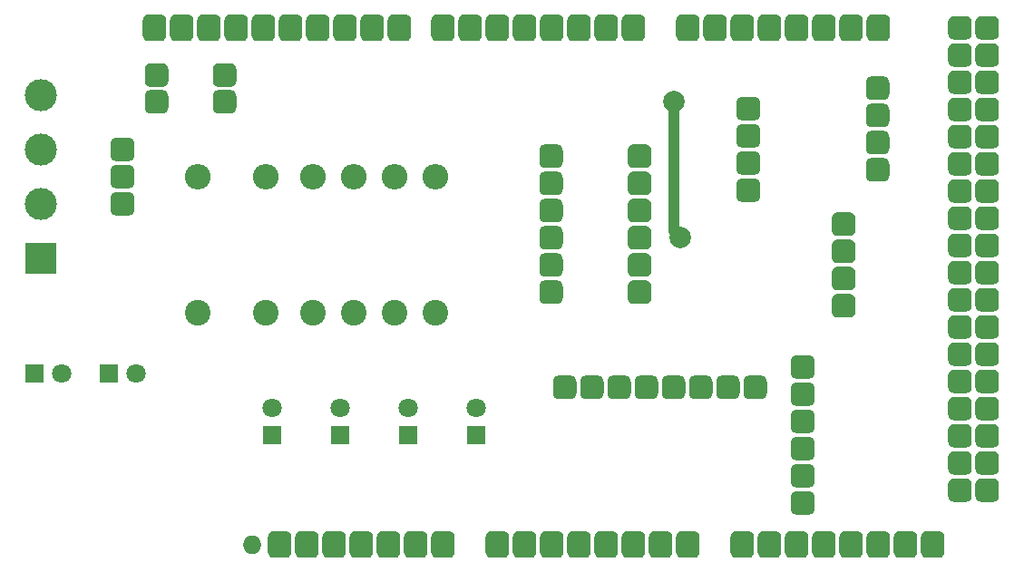
<source format=gtl>
G04 #@! TF.GenerationSoftware,KiCad,Pcbnew,(5.1.4)-1*
G04 #@! TF.CreationDate,2020-12-14T11:09:43+07:00*
G04 #@! TF.ProjectId,back_controller,6261636b-5f63-46f6-9e74-726f6c6c6572,rev?*
G04 #@! TF.SameCoordinates,Original*
G04 #@! TF.FileFunction,Copper,L1,Top*
G04 #@! TF.FilePolarity,Positive*
%FSLAX46Y46*%
G04 Gerber Fmt 4.6, Leading zero omitted, Abs format (unit mm)*
G04 Created by KiCad (PCBNEW (5.1.4)-1) date 2020-12-14 11:09:43*
%MOMM*%
%LPD*%
G04 APERTURE LIST*
%ADD10C,0.100000*%
%ADD11C,2.200000*%
%ADD12O,1.727200X1.727200*%
%ADD13R,1.800000X1.800000*%
%ADD14C,1.800000*%
%ADD15C,3.000000*%
%ADD16R,3.000000X3.000000*%
%ADD17C,2.400000*%
%ADD18O,2.400000X2.400000*%
%ADD19C,2.000000*%
%ADD20C,1.000000*%
G04 APERTURE END LIST*
D10*
G36*
X108553909Y-66847648D02*
G01*
X108607300Y-66855568D01*
X108659657Y-66868683D01*
X108710476Y-66886866D01*
X108759268Y-66909943D01*
X108805564Y-66937692D01*
X108848916Y-66969844D01*
X108888909Y-67006091D01*
X108925156Y-67046084D01*
X108957308Y-67089436D01*
X108985057Y-67135732D01*
X109008134Y-67184524D01*
X109026317Y-67235343D01*
X109039432Y-67287700D01*
X109047352Y-67341091D01*
X109050000Y-67395000D01*
X109050000Y-68495000D01*
X109047352Y-68548909D01*
X109039432Y-68602300D01*
X109026317Y-68654657D01*
X109008134Y-68705476D01*
X108985057Y-68754268D01*
X108957308Y-68800564D01*
X108925156Y-68843916D01*
X108888909Y-68883909D01*
X108848916Y-68920156D01*
X108805564Y-68952308D01*
X108759268Y-68980057D01*
X108710476Y-69003134D01*
X108659657Y-69021317D01*
X108607300Y-69034432D01*
X108553909Y-69042352D01*
X108500000Y-69045000D01*
X107400000Y-69045000D01*
X107346091Y-69042352D01*
X107292700Y-69034432D01*
X107240343Y-69021317D01*
X107189524Y-69003134D01*
X107140732Y-68980057D01*
X107094436Y-68952308D01*
X107051084Y-68920156D01*
X107011091Y-68883909D01*
X106974844Y-68843916D01*
X106942692Y-68800564D01*
X106914943Y-68754268D01*
X106891866Y-68705476D01*
X106873683Y-68654657D01*
X106860568Y-68602300D01*
X106852648Y-68548909D01*
X106850000Y-68495000D01*
X106850000Y-67395000D01*
X106852648Y-67341091D01*
X106860568Y-67287700D01*
X106873683Y-67235343D01*
X106891866Y-67184524D01*
X106914943Y-67135732D01*
X106942692Y-67089436D01*
X106974844Y-67046084D01*
X107011091Y-67006091D01*
X107051084Y-66969844D01*
X107094436Y-66937692D01*
X107140732Y-66909943D01*
X107189524Y-66886866D01*
X107240343Y-66868683D01*
X107292700Y-66855568D01*
X107346091Y-66847648D01*
X107400000Y-66845000D01*
X108500000Y-66845000D01*
X108553909Y-66847648D01*
X108553909Y-66847648D01*
G37*
D11*
X107950000Y-67945000D03*
D10*
G36*
X108553909Y-69387648D02*
G01*
X108607300Y-69395568D01*
X108659657Y-69408683D01*
X108710476Y-69426866D01*
X108759268Y-69449943D01*
X108805564Y-69477692D01*
X108848916Y-69509844D01*
X108888909Y-69546091D01*
X108925156Y-69586084D01*
X108957308Y-69629436D01*
X108985057Y-69675732D01*
X109008134Y-69724524D01*
X109026317Y-69775343D01*
X109039432Y-69827700D01*
X109047352Y-69881091D01*
X109050000Y-69935000D01*
X109050000Y-71035000D01*
X109047352Y-71088909D01*
X109039432Y-71142300D01*
X109026317Y-71194657D01*
X109008134Y-71245476D01*
X108985057Y-71294268D01*
X108957308Y-71340564D01*
X108925156Y-71383916D01*
X108888909Y-71423909D01*
X108848916Y-71460156D01*
X108805564Y-71492308D01*
X108759268Y-71520057D01*
X108710476Y-71543134D01*
X108659657Y-71561317D01*
X108607300Y-71574432D01*
X108553909Y-71582352D01*
X108500000Y-71585000D01*
X107400000Y-71585000D01*
X107346091Y-71582352D01*
X107292700Y-71574432D01*
X107240343Y-71561317D01*
X107189524Y-71543134D01*
X107140732Y-71520057D01*
X107094436Y-71492308D01*
X107051084Y-71460156D01*
X107011091Y-71423909D01*
X106974844Y-71383916D01*
X106942692Y-71340564D01*
X106914943Y-71294268D01*
X106891866Y-71245476D01*
X106873683Y-71194657D01*
X106860568Y-71142300D01*
X106852648Y-71088909D01*
X106850000Y-71035000D01*
X106850000Y-69935000D01*
X106852648Y-69881091D01*
X106860568Y-69827700D01*
X106873683Y-69775343D01*
X106891866Y-69724524D01*
X106914943Y-69675732D01*
X106942692Y-69629436D01*
X106974844Y-69586084D01*
X107011091Y-69546091D01*
X107051084Y-69509844D01*
X107094436Y-69477692D01*
X107140732Y-69449943D01*
X107189524Y-69426866D01*
X107240343Y-69408683D01*
X107292700Y-69395568D01*
X107346091Y-69387648D01*
X107400000Y-69385000D01*
X108500000Y-69385000D01*
X108553909Y-69387648D01*
X108553909Y-69387648D01*
G37*
D11*
X107950000Y-70485000D03*
D10*
G36*
X108553909Y-71927648D02*
G01*
X108607300Y-71935568D01*
X108659657Y-71948683D01*
X108710476Y-71966866D01*
X108759268Y-71989943D01*
X108805564Y-72017692D01*
X108848916Y-72049844D01*
X108888909Y-72086091D01*
X108925156Y-72126084D01*
X108957308Y-72169436D01*
X108985057Y-72215732D01*
X109008134Y-72264524D01*
X109026317Y-72315343D01*
X109039432Y-72367700D01*
X109047352Y-72421091D01*
X109050000Y-72475000D01*
X109050000Y-73575000D01*
X109047352Y-73628909D01*
X109039432Y-73682300D01*
X109026317Y-73734657D01*
X109008134Y-73785476D01*
X108985057Y-73834268D01*
X108957308Y-73880564D01*
X108925156Y-73923916D01*
X108888909Y-73963909D01*
X108848916Y-74000156D01*
X108805564Y-74032308D01*
X108759268Y-74060057D01*
X108710476Y-74083134D01*
X108659657Y-74101317D01*
X108607300Y-74114432D01*
X108553909Y-74122352D01*
X108500000Y-74125000D01*
X107400000Y-74125000D01*
X107346091Y-74122352D01*
X107292700Y-74114432D01*
X107240343Y-74101317D01*
X107189524Y-74083134D01*
X107140732Y-74060057D01*
X107094436Y-74032308D01*
X107051084Y-74000156D01*
X107011091Y-73963909D01*
X106974844Y-73923916D01*
X106942692Y-73880564D01*
X106914943Y-73834268D01*
X106891866Y-73785476D01*
X106873683Y-73734657D01*
X106860568Y-73682300D01*
X106852648Y-73628909D01*
X106850000Y-73575000D01*
X106850000Y-72475000D01*
X106852648Y-72421091D01*
X106860568Y-72367700D01*
X106873683Y-72315343D01*
X106891866Y-72264524D01*
X106914943Y-72215732D01*
X106942692Y-72169436D01*
X106974844Y-72126084D01*
X107011091Y-72086091D01*
X107051084Y-72049844D01*
X107094436Y-72017692D01*
X107140732Y-71989943D01*
X107189524Y-71966866D01*
X107240343Y-71948683D01*
X107292700Y-71935568D01*
X107346091Y-71927648D01*
X107400000Y-71925000D01*
X108500000Y-71925000D01*
X108553909Y-71927648D01*
X108553909Y-71927648D01*
G37*
D11*
X107950000Y-73025000D03*
D10*
G36*
X108553909Y-74467648D02*
G01*
X108607300Y-74475568D01*
X108659657Y-74488683D01*
X108710476Y-74506866D01*
X108759268Y-74529943D01*
X108805564Y-74557692D01*
X108848916Y-74589844D01*
X108888909Y-74626091D01*
X108925156Y-74666084D01*
X108957308Y-74709436D01*
X108985057Y-74755732D01*
X109008134Y-74804524D01*
X109026317Y-74855343D01*
X109039432Y-74907700D01*
X109047352Y-74961091D01*
X109050000Y-75015000D01*
X109050000Y-76115000D01*
X109047352Y-76168909D01*
X109039432Y-76222300D01*
X109026317Y-76274657D01*
X109008134Y-76325476D01*
X108985057Y-76374268D01*
X108957308Y-76420564D01*
X108925156Y-76463916D01*
X108888909Y-76503909D01*
X108848916Y-76540156D01*
X108805564Y-76572308D01*
X108759268Y-76600057D01*
X108710476Y-76623134D01*
X108659657Y-76641317D01*
X108607300Y-76654432D01*
X108553909Y-76662352D01*
X108500000Y-76665000D01*
X107400000Y-76665000D01*
X107346091Y-76662352D01*
X107292700Y-76654432D01*
X107240343Y-76641317D01*
X107189524Y-76623134D01*
X107140732Y-76600057D01*
X107094436Y-76572308D01*
X107051084Y-76540156D01*
X107011091Y-76503909D01*
X106974844Y-76463916D01*
X106942692Y-76420564D01*
X106914943Y-76374268D01*
X106891866Y-76325476D01*
X106873683Y-76274657D01*
X106860568Y-76222300D01*
X106852648Y-76168909D01*
X106850000Y-76115000D01*
X106850000Y-75015000D01*
X106852648Y-74961091D01*
X106860568Y-74907700D01*
X106873683Y-74855343D01*
X106891866Y-74804524D01*
X106914943Y-74755732D01*
X106942692Y-74709436D01*
X106974844Y-74666084D01*
X107011091Y-74626091D01*
X107051084Y-74589844D01*
X107094436Y-74557692D01*
X107140732Y-74529943D01*
X107189524Y-74506866D01*
X107240343Y-74488683D01*
X107292700Y-74475568D01*
X107346091Y-74467648D01*
X107400000Y-74465000D01*
X108500000Y-74465000D01*
X108553909Y-74467648D01*
X108553909Y-74467648D01*
G37*
D11*
X107950000Y-75565000D03*
D10*
G36*
X108553909Y-77007648D02*
G01*
X108607300Y-77015568D01*
X108659657Y-77028683D01*
X108710476Y-77046866D01*
X108759268Y-77069943D01*
X108805564Y-77097692D01*
X108848916Y-77129844D01*
X108888909Y-77166091D01*
X108925156Y-77206084D01*
X108957308Y-77249436D01*
X108985057Y-77295732D01*
X109008134Y-77344524D01*
X109026317Y-77395343D01*
X109039432Y-77447700D01*
X109047352Y-77501091D01*
X109050000Y-77555000D01*
X109050000Y-78655000D01*
X109047352Y-78708909D01*
X109039432Y-78762300D01*
X109026317Y-78814657D01*
X109008134Y-78865476D01*
X108985057Y-78914268D01*
X108957308Y-78960564D01*
X108925156Y-79003916D01*
X108888909Y-79043909D01*
X108848916Y-79080156D01*
X108805564Y-79112308D01*
X108759268Y-79140057D01*
X108710476Y-79163134D01*
X108659657Y-79181317D01*
X108607300Y-79194432D01*
X108553909Y-79202352D01*
X108500000Y-79205000D01*
X107400000Y-79205000D01*
X107346091Y-79202352D01*
X107292700Y-79194432D01*
X107240343Y-79181317D01*
X107189524Y-79163134D01*
X107140732Y-79140057D01*
X107094436Y-79112308D01*
X107051084Y-79080156D01*
X107011091Y-79043909D01*
X106974844Y-79003916D01*
X106942692Y-78960564D01*
X106914943Y-78914268D01*
X106891866Y-78865476D01*
X106873683Y-78814657D01*
X106860568Y-78762300D01*
X106852648Y-78708909D01*
X106850000Y-78655000D01*
X106850000Y-77555000D01*
X106852648Y-77501091D01*
X106860568Y-77447700D01*
X106873683Y-77395343D01*
X106891866Y-77344524D01*
X106914943Y-77295732D01*
X106942692Y-77249436D01*
X106974844Y-77206084D01*
X107011091Y-77166091D01*
X107051084Y-77129844D01*
X107094436Y-77097692D01*
X107140732Y-77069943D01*
X107189524Y-77046866D01*
X107240343Y-77028683D01*
X107292700Y-77015568D01*
X107346091Y-77007648D01*
X107400000Y-77005000D01*
X108500000Y-77005000D01*
X108553909Y-77007648D01*
X108553909Y-77007648D01*
G37*
D11*
X107950000Y-78105000D03*
D10*
G36*
X108553909Y-79547648D02*
G01*
X108607300Y-79555568D01*
X108659657Y-79568683D01*
X108710476Y-79586866D01*
X108759268Y-79609943D01*
X108805564Y-79637692D01*
X108848916Y-79669844D01*
X108888909Y-79706091D01*
X108925156Y-79746084D01*
X108957308Y-79789436D01*
X108985057Y-79835732D01*
X109008134Y-79884524D01*
X109026317Y-79935343D01*
X109039432Y-79987700D01*
X109047352Y-80041091D01*
X109050000Y-80095000D01*
X109050000Y-81195000D01*
X109047352Y-81248909D01*
X109039432Y-81302300D01*
X109026317Y-81354657D01*
X109008134Y-81405476D01*
X108985057Y-81454268D01*
X108957308Y-81500564D01*
X108925156Y-81543916D01*
X108888909Y-81583909D01*
X108848916Y-81620156D01*
X108805564Y-81652308D01*
X108759268Y-81680057D01*
X108710476Y-81703134D01*
X108659657Y-81721317D01*
X108607300Y-81734432D01*
X108553909Y-81742352D01*
X108500000Y-81745000D01*
X107400000Y-81745000D01*
X107346091Y-81742352D01*
X107292700Y-81734432D01*
X107240343Y-81721317D01*
X107189524Y-81703134D01*
X107140732Y-81680057D01*
X107094436Y-81652308D01*
X107051084Y-81620156D01*
X107011091Y-81583909D01*
X106974844Y-81543916D01*
X106942692Y-81500564D01*
X106914943Y-81454268D01*
X106891866Y-81405476D01*
X106873683Y-81354657D01*
X106860568Y-81302300D01*
X106852648Y-81248909D01*
X106850000Y-81195000D01*
X106850000Y-80095000D01*
X106852648Y-80041091D01*
X106860568Y-79987700D01*
X106873683Y-79935343D01*
X106891866Y-79884524D01*
X106914943Y-79835732D01*
X106942692Y-79789436D01*
X106974844Y-79746084D01*
X107011091Y-79706091D01*
X107051084Y-79669844D01*
X107094436Y-79637692D01*
X107140732Y-79609943D01*
X107189524Y-79586866D01*
X107240343Y-79568683D01*
X107292700Y-79555568D01*
X107346091Y-79547648D01*
X107400000Y-79545000D01*
X108500000Y-79545000D01*
X108553909Y-79547648D01*
X108553909Y-79547648D01*
G37*
D11*
X107950000Y-80645000D03*
D10*
G36*
X95293910Y-102967649D02*
G01*
X95347301Y-102975569D01*
X95399658Y-102988684D01*
X95450477Y-103006867D01*
X95499269Y-103029944D01*
X95545565Y-103057693D01*
X95588917Y-103089845D01*
X95628910Y-103126092D01*
X95665157Y-103166085D01*
X95697309Y-103209437D01*
X95725058Y-103255733D01*
X95748135Y-103304525D01*
X95766318Y-103355344D01*
X95779433Y-103407701D01*
X95787353Y-103461092D01*
X95790001Y-103515001D01*
X95790001Y-104915001D01*
X95787353Y-104968910D01*
X95779433Y-105022301D01*
X95766318Y-105074658D01*
X95748135Y-105125477D01*
X95725058Y-105174269D01*
X95697309Y-105220565D01*
X95665157Y-105263917D01*
X95628910Y-105303910D01*
X95588917Y-105340157D01*
X95545565Y-105372309D01*
X95499269Y-105400058D01*
X95450477Y-105423135D01*
X95399658Y-105441318D01*
X95347301Y-105454433D01*
X95293910Y-105462353D01*
X95240001Y-105465001D01*
X94140001Y-105465001D01*
X94086092Y-105462353D01*
X94032701Y-105454433D01*
X93980344Y-105441318D01*
X93929525Y-105423135D01*
X93880733Y-105400058D01*
X93834437Y-105372309D01*
X93791085Y-105340157D01*
X93751092Y-105303910D01*
X93714845Y-105263917D01*
X93682693Y-105220565D01*
X93654944Y-105174269D01*
X93631867Y-105125477D01*
X93613684Y-105074658D01*
X93600569Y-105022301D01*
X93592649Y-104968910D01*
X93590001Y-104915001D01*
X93590001Y-103515001D01*
X93592649Y-103461092D01*
X93600569Y-103407701D01*
X93613684Y-103355344D01*
X93631867Y-103304525D01*
X93654944Y-103255733D01*
X93682693Y-103209437D01*
X93714845Y-103166085D01*
X93751092Y-103126092D01*
X93791085Y-103089845D01*
X93834437Y-103057693D01*
X93880733Y-103029944D01*
X93929525Y-103006867D01*
X93980344Y-102988684D01*
X94032701Y-102975569D01*
X94086092Y-102967649D01*
X94140001Y-102965001D01*
X95240001Y-102965001D01*
X95293910Y-102967649D01*
X95293910Y-102967649D01*
G37*
D11*
X94690001Y-104215001D03*
D10*
G36*
X90213910Y-102967649D02*
G01*
X90267301Y-102975569D01*
X90319658Y-102988684D01*
X90370477Y-103006867D01*
X90419269Y-103029944D01*
X90465565Y-103057693D01*
X90508917Y-103089845D01*
X90548910Y-103126092D01*
X90585157Y-103166085D01*
X90617309Y-103209437D01*
X90645058Y-103255733D01*
X90668135Y-103304525D01*
X90686318Y-103355344D01*
X90699433Y-103407701D01*
X90707353Y-103461092D01*
X90710001Y-103515001D01*
X90710001Y-104915001D01*
X90707353Y-104968910D01*
X90699433Y-105022301D01*
X90686318Y-105074658D01*
X90668135Y-105125477D01*
X90645058Y-105174269D01*
X90617309Y-105220565D01*
X90585157Y-105263917D01*
X90548910Y-105303910D01*
X90508917Y-105340157D01*
X90465565Y-105372309D01*
X90419269Y-105400058D01*
X90370477Y-105423135D01*
X90319658Y-105441318D01*
X90267301Y-105454433D01*
X90213910Y-105462353D01*
X90160001Y-105465001D01*
X89060001Y-105465001D01*
X89006092Y-105462353D01*
X88952701Y-105454433D01*
X88900344Y-105441318D01*
X88849525Y-105423135D01*
X88800733Y-105400058D01*
X88754437Y-105372309D01*
X88711085Y-105340157D01*
X88671092Y-105303910D01*
X88634845Y-105263917D01*
X88602693Y-105220565D01*
X88574944Y-105174269D01*
X88551867Y-105125477D01*
X88533684Y-105074658D01*
X88520569Y-105022301D01*
X88512649Y-104968910D01*
X88510001Y-104915001D01*
X88510001Y-103515001D01*
X88512649Y-103461092D01*
X88520569Y-103407701D01*
X88533684Y-103355344D01*
X88551867Y-103304525D01*
X88574944Y-103255733D01*
X88602693Y-103209437D01*
X88634845Y-103166085D01*
X88671092Y-103126092D01*
X88711085Y-103089845D01*
X88754437Y-103057693D01*
X88800733Y-103029944D01*
X88849525Y-103006867D01*
X88900344Y-102988684D01*
X88952701Y-102975569D01*
X89006092Y-102967649D01*
X89060001Y-102965001D01*
X90160001Y-102965001D01*
X90213910Y-102967649D01*
X90213910Y-102967649D01*
G37*
D11*
X89610001Y-104215001D03*
D10*
G36*
X87673910Y-102967649D02*
G01*
X87727301Y-102975569D01*
X87779658Y-102988684D01*
X87830477Y-103006867D01*
X87879269Y-103029944D01*
X87925565Y-103057693D01*
X87968917Y-103089845D01*
X88008910Y-103126092D01*
X88045157Y-103166085D01*
X88077309Y-103209437D01*
X88105058Y-103255733D01*
X88128135Y-103304525D01*
X88146318Y-103355344D01*
X88159433Y-103407701D01*
X88167353Y-103461092D01*
X88170001Y-103515001D01*
X88170001Y-104915001D01*
X88167353Y-104968910D01*
X88159433Y-105022301D01*
X88146318Y-105074658D01*
X88128135Y-105125477D01*
X88105058Y-105174269D01*
X88077309Y-105220565D01*
X88045157Y-105263917D01*
X88008910Y-105303910D01*
X87968917Y-105340157D01*
X87925565Y-105372309D01*
X87879269Y-105400058D01*
X87830477Y-105423135D01*
X87779658Y-105441318D01*
X87727301Y-105454433D01*
X87673910Y-105462353D01*
X87620001Y-105465001D01*
X86520001Y-105465001D01*
X86466092Y-105462353D01*
X86412701Y-105454433D01*
X86360344Y-105441318D01*
X86309525Y-105423135D01*
X86260733Y-105400058D01*
X86214437Y-105372309D01*
X86171085Y-105340157D01*
X86131092Y-105303910D01*
X86094845Y-105263917D01*
X86062693Y-105220565D01*
X86034944Y-105174269D01*
X86011867Y-105125477D01*
X85993684Y-105074658D01*
X85980569Y-105022301D01*
X85972649Y-104968910D01*
X85970001Y-104915001D01*
X85970001Y-103515001D01*
X85972649Y-103461092D01*
X85980569Y-103407701D01*
X85993684Y-103355344D01*
X86011867Y-103304525D01*
X86034944Y-103255733D01*
X86062693Y-103209437D01*
X86094845Y-103166085D01*
X86131092Y-103126092D01*
X86171085Y-103089845D01*
X86214437Y-103057693D01*
X86260733Y-103029944D01*
X86309525Y-103006867D01*
X86360344Y-102988684D01*
X86412701Y-102975569D01*
X86466092Y-102967649D01*
X86520001Y-102965001D01*
X87620001Y-102965001D01*
X87673910Y-102967649D01*
X87673910Y-102967649D01*
G37*
D11*
X87070001Y-104215001D03*
D10*
G36*
X85133910Y-102967649D02*
G01*
X85187301Y-102975569D01*
X85239658Y-102988684D01*
X85290477Y-103006867D01*
X85339269Y-103029944D01*
X85385565Y-103057693D01*
X85428917Y-103089845D01*
X85468910Y-103126092D01*
X85505157Y-103166085D01*
X85537309Y-103209437D01*
X85565058Y-103255733D01*
X85588135Y-103304525D01*
X85606318Y-103355344D01*
X85619433Y-103407701D01*
X85627353Y-103461092D01*
X85630001Y-103515001D01*
X85630001Y-104915001D01*
X85627353Y-104968910D01*
X85619433Y-105022301D01*
X85606318Y-105074658D01*
X85588135Y-105125477D01*
X85565058Y-105174269D01*
X85537309Y-105220565D01*
X85505157Y-105263917D01*
X85468910Y-105303910D01*
X85428917Y-105340157D01*
X85385565Y-105372309D01*
X85339269Y-105400058D01*
X85290477Y-105423135D01*
X85239658Y-105441318D01*
X85187301Y-105454433D01*
X85133910Y-105462353D01*
X85080001Y-105465001D01*
X83980001Y-105465001D01*
X83926092Y-105462353D01*
X83872701Y-105454433D01*
X83820344Y-105441318D01*
X83769525Y-105423135D01*
X83720733Y-105400058D01*
X83674437Y-105372309D01*
X83631085Y-105340157D01*
X83591092Y-105303910D01*
X83554845Y-105263917D01*
X83522693Y-105220565D01*
X83494944Y-105174269D01*
X83471867Y-105125477D01*
X83453684Y-105074658D01*
X83440569Y-105022301D01*
X83432649Y-104968910D01*
X83430001Y-104915001D01*
X83430001Y-103515001D01*
X83432649Y-103461092D01*
X83440569Y-103407701D01*
X83453684Y-103355344D01*
X83471867Y-103304525D01*
X83494944Y-103255733D01*
X83522693Y-103209437D01*
X83554845Y-103166085D01*
X83591092Y-103126092D01*
X83631085Y-103089845D01*
X83674437Y-103057693D01*
X83720733Y-103029944D01*
X83769525Y-103006867D01*
X83820344Y-102988684D01*
X83872701Y-102975569D01*
X83926092Y-102967649D01*
X83980001Y-102965001D01*
X85080001Y-102965001D01*
X85133910Y-102967649D01*
X85133910Y-102967649D01*
G37*
D11*
X84530001Y-104215001D03*
D10*
G36*
X82593910Y-102967649D02*
G01*
X82647301Y-102975569D01*
X82699658Y-102988684D01*
X82750477Y-103006867D01*
X82799269Y-103029944D01*
X82845565Y-103057693D01*
X82888917Y-103089845D01*
X82928910Y-103126092D01*
X82965157Y-103166085D01*
X82997309Y-103209437D01*
X83025058Y-103255733D01*
X83048135Y-103304525D01*
X83066318Y-103355344D01*
X83079433Y-103407701D01*
X83087353Y-103461092D01*
X83090001Y-103515001D01*
X83090001Y-104915001D01*
X83087353Y-104968910D01*
X83079433Y-105022301D01*
X83066318Y-105074658D01*
X83048135Y-105125477D01*
X83025058Y-105174269D01*
X82997309Y-105220565D01*
X82965157Y-105263917D01*
X82928910Y-105303910D01*
X82888917Y-105340157D01*
X82845565Y-105372309D01*
X82799269Y-105400058D01*
X82750477Y-105423135D01*
X82699658Y-105441318D01*
X82647301Y-105454433D01*
X82593910Y-105462353D01*
X82540001Y-105465001D01*
X81440001Y-105465001D01*
X81386092Y-105462353D01*
X81332701Y-105454433D01*
X81280344Y-105441318D01*
X81229525Y-105423135D01*
X81180733Y-105400058D01*
X81134437Y-105372309D01*
X81091085Y-105340157D01*
X81051092Y-105303910D01*
X81014845Y-105263917D01*
X80982693Y-105220565D01*
X80954944Y-105174269D01*
X80931867Y-105125477D01*
X80913684Y-105074658D01*
X80900569Y-105022301D01*
X80892649Y-104968910D01*
X80890001Y-104915001D01*
X80890001Y-103515001D01*
X80892649Y-103461092D01*
X80900569Y-103407701D01*
X80913684Y-103355344D01*
X80931867Y-103304525D01*
X80954944Y-103255733D01*
X80982693Y-103209437D01*
X81014845Y-103166085D01*
X81051092Y-103126092D01*
X81091085Y-103089845D01*
X81134437Y-103057693D01*
X81180733Y-103029944D01*
X81229525Y-103006867D01*
X81280344Y-102988684D01*
X81332701Y-102975569D01*
X81386092Y-102967649D01*
X81440001Y-102965001D01*
X82540001Y-102965001D01*
X82593910Y-102967649D01*
X82593910Y-102967649D01*
G37*
D11*
X81990001Y-104215001D03*
D10*
G36*
X80053910Y-102967649D02*
G01*
X80107301Y-102975569D01*
X80159658Y-102988684D01*
X80210477Y-103006867D01*
X80259269Y-103029944D01*
X80305565Y-103057693D01*
X80348917Y-103089845D01*
X80388910Y-103126092D01*
X80425157Y-103166085D01*
X80457309Y-103209437D01*
X80485058Y-103255733D01*
X80508135Y-103304525D01*
X80526318Y-103355344D01*
X80539433Y-103407701D01*
X80547353Y-103461092D01*
X80550001Y-103515001D01*
X80550001Y-104915001D01*
X80547353Y-104968910D01*
X80539433Y-105022301D01*
X80526318Y-105074658D01*
X80508135Y-105125477D01*
X80485058Y-105174269D01*
X80457309Y-105220565D01*
X80425157Y-105263917D01*
X80388910Y-105303910D01*
X80348917Y-105340157D01*
X80305565Y-105372309D01*
X80259269Y-105400058D01*
X80210477Y-105423135D01*
X80159658Y-105441318D01*
X80107301Y-105454433D01*
X80053910Y-105462353D01*
X80000001Y-105465001D01*
X78900001Y-105465001D01*
X78846092Y-105462353D01*
X78792701Y-105454433D01*
X78740344Y-105441318D01*
X78689525Y-105423135D01*
X78640733Y-105400058D01*
X78594437Y-105372309D01*
X78551085Y-105340157D01*
X78511092Y-105303910D01*
X78474845Y-105263917D01*
X78442693Y-105220565D01*
X78414944Y-105174269D01*
X78391867Y-105125477D01*
X78373684Y-105074658D01*
X78360569Y-105022301D01*
X78352649Y-104968910D01*
X78350001Y-104915001D01*
X78350001Y-103515001D01*
X78352649Y-103461092D01*
X78360569Y-103407701D01*
X78373684Y-103355344D01*
X78391867Y-103304525D01*
X78414944Y-103255733D01*
X78442693Y-103209437D01*
X78474845Y-103166085D01*
X78511092Y-103126092D01*
X78551085Y-103089845D01*
X78594437Y-103057693D01*
X78640733Y-103029944D01*
X78689525Y-103006867D01*
X78740344Y-102988684D01*
X78792701Y-102975569D01*
X78846092Y-102967649D01*
X78900001Y-102965001D01*
X80000001Y-102965001D01*
X80053910Y-102967649D01*
X80053910Y-102967649D01*
G37*
D11*
X79450001Y-104215001D03*
D10*
G36*
X77513910Y-102967649D02*
G01*
X77567301Y-102975569D01*
X77619658Y-102988684D01*
X77670477Y-103006867D01*
X77719269Y-103029944D01*
X77765565Y-103057693D01*
X77808917Y-103089845D01*
X77848910Y-103126092D01*
X77885157Y-103166085D01*
X77917309Y-103209437D01*
X77945058Y-103255733D01*
X77968135Y-103304525D01*
X77986318Y-103355344D01*
X77999433Y-103407701D01*
X78007353Y-103461092D01*
X78010001Y-103515001D01*
X78010001Y-104915001D01*
X78007353Y-104968910D01*
X77999433Y-105022301D01*
X77986318Y-105074658D01*
X77968135Y-105125477D01*
X77945058Y-105174269D01*
X77917309Y-105220565D01*
X77885157Y-105263917D01*
X77848910Y-105303910D01*
X77808917Y-105340157D01*
X77765565Y-105372309D01*
X77719269Y-105400058D01*
X77670477Y-105423135D01*
X77619658Y-105441318D01*
X77567301Y-105454433D01*
X77513910Y-105462353D01*
X77460001Y-105465001D01*
X76360001Y-105465001D01*
X76306092Y-105462353D01*
X76252701Y-105454433D01*
X76200344Y-105441318D01*
X76149525Y-105423135D01*
X76100733Y-105400058D01*
X76054437Y-105372309D01*
X76011085Y-105340157D01*
X75971092Y-105303910D01*
X75934845Y-105263917D01*
X75902693Y-105220565D01*
X75874944Y-105174269D01*
X75851867Y-105125477D01*
X75833684Y-105074658D01*
X75820569Y-105022301D01*
X75812649Y-104968910D01*
X75810001Y-104915001D01*
X75810001Y-103515001D01*
X75812649Y-103461092D01*
X75820569Y-103407701D01*
X75833684Y-103355344D01*
X75851867Y-103304525D01*
X75874944Y-103255733D01*
X75902693Y-103209437D01*
X75934845Y-103166085D01*
X75971092Y-103126092D01*
X76011085Y-103089845D01*
X76054437Y-103057693D01*
X76100733Y-103029944D01*
X76149525Y-103006867D01*
X76200344Y-102988684D01*
X76252701Y-102975569D01*
X76306092Y-102967649D01*
X76360001Y-102965001D01*
X77460001Y-102965001D01*
X77513910Y-102967649D01*
X77513910Y-102967649D01*
G37*
D11*
X76910001Y-104215001D03*
D10*
G36*
X74973910Y-102967649D02*
G01*
X75027301Y-102975569D01*
X75079658Y-102988684D01*
X75130477Y-103006867D01*
X75179269Y-103029944D01*
X75225565Y-103057693D01*
X75268917Y-103089845D01*
X75308910Y-103126092D01*
X75345157Y-103166085D01*
X75377309Y-103209437D01*
X75405058Y-103255733D01*
X75428135Y-103304525D01*
X75446318Y-103355344D01*
X75459433Y-103407701D01*
X75467353Y-103461092D01*
X75470001Y-103515001D01*
X75470001Y-104915001D01*
X75467353Y-104968910D01*
X75459433Y-105022301D01*
X75446318Y-105074658D01*
X75428135Y-105125477D01*
X75405058Y-105174269D01*
X75377309Y-105220565D01*
X75345157Y-105263917D01*
X75308910Y-105303910D01*
X75268917Y-105340157D01*
X75225565Y-105372309D01*
X75179269Y-105400058D01*
X75130477Y-105423135D01*
X75079658Y-105441318D01*
X75027301Y-105454433D01*
X74973910Y-105462353D01*
X74920001Y-105465001D01*
X73820001Y-105465001D01*
X73766092Y-105462353D01*
X73712701Y-105454433D01*
X73660344Y-105441318D01*
X73609525Y-105423135D01*
X73560733Y-105400058D01*
X73514437Y-105372309D01*
X73471085Y-105340157D01*
X73431092Y-105303910D01*
X73394845Y-105263917D01*
X73362693Y-105220565D01*
X73334944Y-105174269D01*
X73311867Y-105125477D01*
X73293684Y-105074658D01*
X73280569Y-105022301D01*
X73272649Y-104968910D01*
X73270001Y-104915001D01*
X73270001Y-103515001D01*
X73272649Y-103461092D01*
X73280569Y-103407701D01*
X73293684Y-103355344D01*
X73311867Y-103304525D01*
X73334944Y-103255733D01*
X73362693Y-103209437D01*
X73394845Y-103166085D01*
X73431092Y-103126092D01*
X73471085Y-103089845D01*
X73514437Y-103057693D01*
X73560733Y-103029944D01*
X73609525Y-103006867D01*
X73660344Y-102988684D01*
X73712701Y-102975569D01*
X73766092Y-102967649D01*
X73820001Y-102965001D01*
X74920001Y-102965001D01*
X74973910Y-102967649D01*
X74973910Y-102967649D01*
G37*
D11*
X74370001Y-104215001D03*
D10*
G36*
X130853910Y-54707649D02*
G01*
X130907301Y-54715569D01*
X130959658Y-54728684D01*
X131010477Y-54746867D01*
X131059269Y-54769944D01*
X131105565Y-54797693D01*
X131148917Y-54829845D01*
X131188910Y-54866092D01*
X131225157Y-54906085D01*
X131257309Y-54949437D01*
X131285058Y-54995733D01*
X131308135Y-55044525D01*
X131326318Y-55095344D01*
X131339433Y-55147701D01*
X131347353Y-55201092D01*
X131350001Y-55255001D01*
X131350001Y-56655001D01*
X131347353Y-56708910D01*
X131339433Y-56762301D01*
X131326318Y-56814658D01*
X131308135Y-56865477D01*
X131285058Y-56914269D01*
X131257309Y-56960565D01*
X131225157Y-57003917D01*
X131188910Y-57043910D01*
X131148917Y-57080157D01*
X131105565Y-57112309D01*
X131059269Y-57140058D01*
X131010477Y-57163135D01*
X130959658Y-57181318D01*
X130907301Y-57194433D01*
X130853910Y-57202353D01*
X130800001Y-57205001D01*
X129700001Y-57205001D01*
X129646092Y-57202353D01*
X129592701Y-57194433D01*
X129540344Y-57181318D01*
X129489525Y-57163135D01*
X129440733Y-57140058D01*
X129394437Y-57112309D01*
X129351085Y-57080157D01*
X129311092Y-57043910D01*
X129274845Y-57003917D01*
X129242693Y-56960565D01*
X129214944Y-56914269D01*
X129191867Y-56865477D01*
X129173684Y-56814658D01*
X129160569Y-56762301D01*
X129152649Y-56708910D01*
X129150001Y-56655001D01*
X129150001Y-55255001D01*
X129152649Y-55201092D01*
X129160569Y-55147701D01*
X129173684Y-55095344D01*
X129191867Y-55044525D01*
X129214944Y-54995733D01*
X129242693Y-54949437D01*
X129274845Y-54906085D01*
X129311092Y-54866092D01*
X129351085Y-54829845D01*
X129394437Y-54797693D01*
X129440733Y-54769944D01*
X129489525Y-54746867D01*
X129540344Y-54728684D01*
X129592701Y-54715569D01*
X129646092Y-54707649D01*
X129700001Y-54705001D01*
X130800001Y-54705001D01*
X130853910Y-54707649D01*
X130853910Y-54707649D01*
G37*
D11*
X130250001Y-55955001D03*
D10*
G36*
X128313910Y-54707649D02*
G01*
X128367301Y-54715569D01*
X128419658Y-54728684D01*
X128470477Y-54746867D01*
X128519269Y-54769944D01*
X128565565Y-54797693D01*
X128608917Y-54829845D01*
X128648910Y-54866092D01*
X128685157Y-54906085D01*
X128717309Y-54949437D01*
X128745058Y-54995733D01*
X128768135Y-55044525D01*
X128786318Y-55095344D01*
X128799433Y-55147701D01*
X128807353Y-55201092D01*
X128810001Y-55255001D01*
X128810001Y-56655001D01*
X128807353Y-56708910D01*
X128799433Y-56762301D01*
X128786318Y-56814658D01*
X128768135Y-56865477D01*
X128745058Y-56914269D01*
X128717309Y-56960565D01*
X128685157Y-57003917D01*
X128648910Y-57043910D01*
X128608917Y-57080157D01*
X128565565Y-57112309D01*
X128519269Y-57140058D01*
X128470477Y-57163135D01*
X128419658Y-57181318D01*
X128367301Y-57194433D01*
X128313910Y-57202353D01*
X128260001Y-57205001D01*
X127160001Y-57205001D01*
X127106092Y-57202353D01*
X127052701Y-57194433D01*
X127000344Y-57181318D01*
X126949525Y-57163135D01*
X126900733Y-57140058D01*
X126854437Y-57112309D01*
X126811085Y-57080157D01*
X126771092Y-57043910D01*
X126734845Y-57003917D01*
X126702693Y-56960565D01*
X126674944Y-56914269D01*
X126651867Y-56865477D01*
X126633684Y-56814658D01*
X126620569Y-56762301D01*
X126612649Y-56708910D01*
X126610001Y-56655001D01*
X126610001Y-55255001D01*
X126612649Y-55201092D01*
X126620569Y-55147701D01*
X126633684Y-55095344D01*
X126651867Y-55044525D01*
X126674944Y-54995733D01*
X126702693Y-54949437D01*
X126734845Y-54906085D01*
X126771092Y-54866092D01*
X126811085Y-54829845D01*
X126854437Y-54797693D01*
X126900733Y-54769944D01*
X126949525Y-54746867D01*
X127000344Y-54728684D01*
X127052701Y-54715569D01*
X127106092Y-54707649D01*
X127160001Y-54705001D01*
X128260001Y-54705001D01*
X128313910Y-54707649D01*
X128313910Y-54707649D01*
G37*
D11*
X127710001Y-55955001D03*
D10*
G36*
X125773910Y-54707649D02*
G01*
X125827301Y-54715569D01*
X125879658Y-54728684D01*
X125930477Y-54746867D01*
X125979269Y-54769944D01*
X126025565Y-54797693D01*
X126068917Y-54829845D01*
X126108910Y-54866092D01*
X126145157Y-54906085D01*
X126177309Y-54949437D01*
X126205058Y-54995733D01*
X126228135Y-55044525D01*
X126246318Y-55095344D01*
X126259433Y-55147701D01*
X126267353Y-55201092D01*
X126270001Y-55255001D01*
X126270001Y-56655001D01*
X126267353Y-56708910D01*
X126259433Y-56762301D01*
X126246318Y-56814658D01*
X126228135Y-56865477D01*
X126205058Y-56914269D01*
X126177309Y-56960565D01*
X126145157Y-57003917D01*
X126108910Y-57043910D01*
X126068917Y-57080157D01*
X126025565Y-57112309D01*
X125979269Y-57140058D01*
X125930477Y-57163135D01*
X125879658Y-57181318D01*
X125827301Y-57194433D01*
X125773910Y-57202353D01*
X125720001Y-57205001D01*
X124620001Y-57205001D01*
X124566092Y-57202353D01*
X124512701Y-57194433D01*
X124460344Y-57181318D01*
X124409525Y-57163135D01*
X124360733Y-57140058D01*
X124314437Y-57112309D01*
X124271085Y-57080157D01*
X124231092Y-57043910D01*
X124194845Y-57003917D01*
X124162693Y-56960565D01*
X124134944Y-56914269D01*
X124111867Y-56865477D01*
X124093684Y-56814658D01*
X124080569Y-56762301D01*
X124072649Y-56708910D01*
X124070001Y-56655001D01*
X124070001Y-55255001D01*
X124072649Y-55201092D01*
X124080569Y-55147701D01*
X124093684Y-55095344D01*
X124111867Y-55044525D01*
X124134944Y-54995733D01*
X124162693Y-54949437D01*
X124194845Y-54906085D01*
X124231092Y-54866092D01*
X124271085Y-54829845D01*
X124314437Y-54797693D01*
X124360733Y-54769944D01*
X124409525Y-54746867D01*
X124460344Y-54728684D01*
X124512701Y-54715569D01*
X124566092Y-54707649D01*
X124620001Y-54705001D01*
X125720001Y-54705001D01*
X125773910Y-54707649D01*
X125773910Y-54707649D01*
G37*
D11*
X125170001Y-55955001D03*
D10*
G36*
X123233910Y-54707649D02*
G01*
X123287301Y-54715569D01*
X123339658Y-54728684D01*
X123390477Y-54746867D01*
X123439269Y-54769944D01*
X123485565Y-54797693D01*
X123528917Y-54829845D01*
X123568910Y-54866092D01*
X123605157Y-54906085D01*
X123637309Y-54949437D01*
X123665058Y-54995733D01*
X123688135Y-55044525D01*
X123706318Y-55095344D01*
X123719433Y-55147701D01*
X123727353Y-55201092D01*
X123730001Y-55255001D01*
X123730001Y-56655001D01*
X123727353Y-56708910D01*
X123719433Y-56762301D01*
X123706318Y-56814658D01*
X123688135Y-56865477D01*
X123665058Y-56914269D01*
X123637309Y-56960565D01*
X123605157Y-57003917D01*
X123568910Y-57043910D01*
X123528917Y-57080157D01*
X123485565Y-57112309D01*
X123439269Y-57140058D01*
X123390477Y-57163135D01*
X123339658Y-57181318D01*
X123287301Y-57194433D01*
X123233910Y-57202353D01*
X123180001Y-57205001D01*
X122080001Y-57205001D01*
X122026092Y-57202353D01*
X121972701Y-57194433D01*
X121920344Y-57181318D01*
X121869525Y-57163135D01*
X121820733Y-57140058D01*
X121774437Y-57112309D01*
X121731085Y-57080157D01*
X121691092Y-57043910D01*
X121654845Y-57003917D01*
X121622693Y-56960565D01*
X121594944Y-56914269D01*
X121571867Y-56865477D01*
X121553684Y-56814658D01*
X121540569Y-56762301D01*
X121532649Y-56708910D01*
X121530001Y-56655001D01*
X121530001Y-55255001D01*
X121532649Y-55201092D01*
X121540569Y-55147701D01*
X121553684Y-55095344D01*
X121571867Y-55044525D01*
X121594944Y-54995733D01*
X121622693Y-54949437D01*
X121654845Y-54906085D01*
X121691092Y-54866092D01*
X121731085Y-54829845D01*
X121774437Y-54797693D01*
X121820733Y-54769944D01*
X121869525Y-54746867D01*
X121920344Y-54728684D01*
X121972701Y-54715569D01*
X122026092Y-54707649D01*
X122080001Y-54705001D01*
X123180001Y-54705001D01*
X123233910Y-54707649D01*
X123233910Y-54707649D01*
G37*
D11*
X122630001Y-55955001D03*
D10*
G36*
X120693910Y-54707649D02*
G01*
X120747301Y-54715569D01*
X120799658Y-54728684D01*
X120850477Y-54746867D01*
X120899269Y-54769944D01*
X120945565Y-54797693D01*
X120988917Y-54829845D01*
X121028910Y-54866092D01*
X121065157Y-54906085D01*
X121097309Y-54949437D01*
X121125058Y-54995733D01*
X121148135Y-55044525D01*
X121166318Y-55095344D01*
X121179433Y-55147701D01*
X121187353Y-55201092D01*
X121190001Y-55255001D01*
X121190001Y-56655001D01*
X121187353Y-56708910D01*
X121179433Y-56762301D01*
X121166318Y-56814658D01*
X121148135Y-56865477D01*
X121125058Y-56914269D01*
X121097309Y-56960565D01*
X121065157Y-57003917D01*
X121028910Y-57043910D01*
X120988917Y-57080157D01*
X120945565Y-57112309D01*
X120899269Y-57140058D01*
X120850477Y-57163135D01*
X120799658Y-57181318D01*
X120747301Y-57194433D01*
X120693910Y-57202353D01*
X120640001Y-57205001D01*
X119540001Y-57205001D01*
X119486092Y-57202353D01*
X119432701Y-57194433D01*
X119380344Y-57181318D01*
X119329525Y-57163135D01*
X119280733Y-57140058D01*
X119234437Y-57112309D01*
X119191085Y-57080157D01*
X119151092Y-57043910D01*
X119114845Y-57003917D01*
X119082693Y-56960565D01*
X119054944Y-56914269D01*
X119031867Y-56865477D01*
X119013684Y-56814658D01*
X119000569Y-56762301D01*
X118992649Y-56708910D01*
X118990001Y-56655001D01*
X118990001Y-55255001D01*
X118992649Y-55201092D01*
X119000569Y-55147701D01*
X119013684Y-55095344D01*
X119031867Y-55044525D01*
X119054944Y-54995733D01*
X119082693Y-54949437D01*
X119114845Y-54906085D01*
X119151092Y-54866092D01*
X119191085Y-54829845D01*
X119234437Y-54797693D01*
X119280733Y-54769944D01*
X119329525Y-54746867D01*
X119380344Y-54728684D01*
X119432701Y-54715569D01*
X119486092Y-54707649D01*
X119540001Y-54705001D01*
X120640001Y-54705001D01*
X120693910Y-54707649D01*
X120693910Y-54707649D01*
G37*
D11*
X120090001Y-55955001D03*
D10*
G36*
X118153910Y-54707649D02*
G01*
X118207301Y-54715569D01*
X118259658Y-54728684D01*
X118310477Y-54746867D01*
X118359269Y-54769944D01*
X118405565Y-54797693D01*
X118448917Y-54829845D01*
X118488910Y-54866092D01*
X118525157Y-54906085D01*
X118557309Y-54949437D01*
X118585058Y-54995733D01*
X118608135Y-55044525D01*
X118626318Y-55095344D01*
X118639433Y-55147701D01*
X118647353Y-55201092D01*
X118650001Y-55255001D01*
X118650001Y-56655001D01*
X118647353Y-56708910D01*
X118639433Y-56762301D01*
X118626318Y-56814658D01*
X118608135Y-56865477D01*
X118585058Y-56914269D01*
X118557309Y-56960565D01*
X118525157Y-57003917D01*
X118488910Y-57043910D01*
X118448917Y-57080157D01*
X118405565Y-57112309D01*
X118359269Y-57140058D01*
X118310477Y-57163135D01*
X118259658Y-57181318D01*
X118207301Y-57194433D01*
X118153910Y-57202353D01*
X118100001Y-57205001D01*
X117000001Y-57205001D01*
X116946092Y-57202353D01*
X116892701Y-57194433D01*
X116840344Y-57181318D01*
X116789525Y-57163135D01*
X116740733Y-57140058D01*
X116694437Y-57112309D01*
X116651085Y-57080157D01*
X116611092Y-57043910D01*
X116574845Y-57003917D01*
X116542693Y-56960565D01*
X116514944Y-56914269D01*
X116491867Y-56865477D01*
X116473684Y-56814658D01*
X116460569Y-56762301D01*
X116452649Y-56708910D01*
X116450001Y-56655001D01*
X116450001Y-55255001D01*
X116452649Y-55201092D01*
X116460569Y-55147701D01*
X116473684Y-55095344D01*
X116491867Y-55044525D01*
X116514944Y-54995733D01*
X116542693Y-54949437D01*
X116574845Y-54906085D01*
X116611092Y-54866092D01*
X116651085Y-54829845D01*
X116694437Y-54797693D01*
X116740733Y-54769944D01*
X116789525Y-54746867D01*
X116840344Y-54728684D01*
X116892701Y-54715569D01*
X116946092Y-54707649D01*
X117000001Y-54705001D01*
X118100001Y-54705001D01*
X118153910Y-54707649D01*
X118153910Y-54707649D01*
G37*
D11*
X117550001Y-55955001D03*
D10*
G36*
X115613910Y-54707649D02*
G01*
X115667301Y-54715569D01*
X115719658Y-54728684D01*
X115770477Y-54746867D01*
X115819269Y-54769944D01*
X115865565Y-54797693D01*
X115908917Y-54829845D01*
X115948910Y-54866092D01*
X115985157Y-54906085D01*
X116017309Y-54949437D01*
X116045058Y-54995733D01*
X116068135Y-55044525D01*
X116086318Y-55095344D01*
X116099433Y-55147701D01*
X116107353Y-55201092D01*
X116110001Y-55255001D01*
X116110001Y-56655001D01*
X116107353Y-56708910D01*
X116099433Y-56762301D01*
X116086318Y-56814658D01*
X116068135Y-56865477D01*
X116045058Y-56914269D01*
X116017309Y-56960565D01*
X115985157Y-57003917D01*
X115948910Y-57043910D01*
X115908917Y-57080157D01*
X115865565Y-57112309D01*
X115819269Y-57140058D01*
X115770477Y-57163135D01*
X115719658Y-57181318D01*
X115667301Y-57194433D01*
X115613910Y-57202353D01*
X115560001Y-57205001D01*
X114460001Y-57205001D01*
X114406092Y-57202353D01*
X114352701Y-57194433D01*
X114300344Y-57181318D01*
X114249525Y-57163135D01*
X114200733Y-57140058D01*
X114154437Y-57112309D01*
X114111085Y-57080157D01*
X114071092Y-57043910D01*
X114034845Y-57003917D01*
X114002693Y-56960565D01*
X113974944Y-56914269D01*
X113951867Y-56865477D01*
X113933684Y-56814658D01*
X113920569Y-56762301D01*
X113912649Y-56708910D01*
X113910001Y-56655001D01*
X113910001Y-55255001D01*
X113912649Y-55201092D01*
X113920569Y-55147701D01*
X113933684Y-55095344D01*
X113951867Y-55044525D01*
X113974944Y-54995733D01*
X114002693Y-54949437D01*
X114034845Y-54906085D01*
X114071092Y-54866092D01*
X114111085Y-54829845D01*
X114154437Y-54797693D01*
X114200733Y-54769944D01*
X114249525Y-54746867D01*
X114300344Y-54728684D01*
X114352701Y-54715569D01*
X114406092Y-54707649D01*
X114460001Y-54705001D01*
X115560001Y-54705001D01*
X115613910Y-54707649D01*
X115613910Y-54707649D01*
G37*
D11*
X115010001Y-55955001D03*
D10*
G36*
X113073910Y-54707649D02*
G01*
X113127301Y-54715569D01*
X113179658Y-54728684D01*
X113230477Y-54746867D01*
X113279269Y-54769944D01*
X113325565Y-54797693D01*
X113368917Y-54829845D01*
X113408910Y-54866092D01*
X113445157Y-54906085D01*
X113477309Y-54949437D01*
X113505058Y-54995733D01*
X113528135Y-55044525D01*
X113546318Y-55095344D01*
X113559433Y-55147701D01*
X113567353Y-55201092D01*
X113570001Y-55255001D01*
X113570001Y-56655001D01*
X113567353Y-56708910D01*
X113559433Y-56762301D01*
X113546318Y-56814658D01*
X113528135Y-56865477D01*
X113505058Y-56914269D01*
X113477309Y-56960565D01*
X113445157Y-57003917D01*
X113408910Y-57043910D01*
X113368917Y-57080157D01*
X113325565Y-57112309D01*
X113279269Y-57140058D01*
X113230477Y-57163135D01*
X113179658Y-57181318D01*
X113127301Y-57194433D01*
X113073910Y-57202353D01*
X113020001Y-57205001D01*
X111920001Y-57205001D01*
X111866092Y-57202353D01*
X111812701Y-57194433D01*
X111760344Y-57181318D01*
X111709525Y-57163135D01*
X111660733Y-57140058D01*
X111614437Y-57112309D01*
X111571085Y-57080157D01*
X111531092Y-57043910D01*
X111494845Y-57003917D01*
X111462693Y-56960565D01*
X111434944Y-56914269D01*
X111411867Y-56865477D01*
X111393684Y-56814658D01*
X111380569Y-56762301D01*
X111372649Y-56708910D01*
X111370001Y-56655001D01*
X111370001Y-55255001D01*
X111372649Y-55201092D01*
X111380569Y-55147701D01*
X111393684Y-55095344D01*
X111411867Y-55044525D01*
X111434944Y-54995733D01*
X111462693Y-54949437D01*
X111494845Y-54906085D01*
X111531092Y-54866092D01*
X111571085Y-54829845D01*
X111614437Y-54797693D01*
X111660733Y-54769944D01*
X111709525Y-54746867D01*
X111760344Y-54728684D01*
X111812701Y-54715569D01*
X111866092Y-54707649D01*
X111920001Y-54705001D01*
X113020001Y-54705001D01*
X113073910Y-54707649D01*
X113073910Y-54707649D01*
G37*
D11*
X112470001Y-55955001D03*
D10*
G36*
X107993910Y-54707649D02*
G01*
X108047301Y-54715569D01*
X108099658Y-54728684D01*
X108150477Y-54746867D01*
X108199269Y-54769944D01*
X108245565Y-54797693D01*
X108288917Y-54829845D01*
X108328910Y-54866092D01*
X108365157Y-54906085D01*
X108397309Y-54949437D01*
X108425058Y-54995733D01*
X108448135Y-55044525D01*
X108466318Y-55095344D01*
X108479433Y-55147701D01*
X108487353Y-55201092D01*
X108490001Y-55255001D01*
X108490001Y-56655001D01*
X108487353Y-56708910D01*
X108479433Y-56762301D01*
X108466318Y-56814658D01*
X108448135Y-56865477D01*
X108425058Y-56914269D01*
X108397309Y-56960565D01*
X108365157Y-57003917D01*
X108328910Y-57043910D01*
X108288917Y-57080157D01*
X108245565Y-57112309D01*
X108199269Y-57140058D01*
X108150477Y-57163135D01*
X108099658Y-57181318D01*
X108047301Y-57194433D01*
X107993910Y-57202353D01*
X107940001Y-57205001D01*
X106840001Y-57205001D01*
X106786092Y-57202353D01*
X106732701Y-57194433D01*
X106680344Y-57181318D01*
X106629525Y-57163135D01*
X106580733Y-57140058D01*
X106534437Y-57112309D01*
X106491085Y-57080157D01*
X106451092Y-57043910D01*
X106414845Y-57003917D01*
X106382693Y-56960565D01*
X106354944Y-56914269D01*
X106331867Y-56865477D01*
X106313684Y-56814658D01*
X106300569Y-56762301D01*
X106292649Y-56708910D01*
X106290001Y-56655001D01*
X106290001Y-55255001D01*
X106292649Y-55201092D01*
X106300569Y-55147701D01*
X106313684Y-55095344D01*
X106331867Y-55044525D01*
X106354944Y-54995733D01*
X106382693Y-54949437D01*
X106414845Y-54906085D01*
X106451092Y-54866092D01*
X106491085Y-54829845D01*
X106534437Y-54797693D01*
X106580733Y-54769944D01*
X106629525Y-54746867D01*
X106680344Y-54728684D01*
X106732701Y-54715569D01*
X106786092Y-54707649D01*
X106840001Y-54705001D01*
X107940001Y-54705001D01*
X107993910Y-54707649D01*
X107993910Y-54707649D01*
G37*
D11*
X107390001Y-55955001D03*
D10*
G36*
X105453910Y-54707649D02*
G01*
X105507301Y-54715569D01*
X105559658Y-54728684D01*
X105610477Y-54746867D01*
X105659269Y-54769944D01*
X105705565Y-54797693D01*
X105748917Y-54829845D01*
X105788910Y-54866092D01*
X105825157Y-54906085D01*
X105857309Y-54949437D01*
X105885058Y-54995733D01*
X105908135Y-55044525D01*
X105926318Y-55095344D01*
X105939433Y-55147701D01*
X105947353Y-55201092D01*
X105950001Y-55255001D01*
X105950001Y-56655001D01*
X105947353Y-56708910D01*
X105939433Y-56762301D01*
X105926318Y-56814658D01*
X105908135Y-56865477D01*
X105885058Y-56914269D01*
X105857309Y-56960565D01*
X105825157Y-57003917D01*
X105788910Y-57043910D01*
X105748917Y-57080157D01*
X105705565Y-57112309D01*
X105659269Y-57140058D01*
X105610477Y-57163135D01*
X105559658Y-57181318D01*
X105507301Y-57194433D01*
X105453910Y-57202353D01*
X105400001Y-57205001D01*
X104300001Y-57205001D01*
X104246092Y-57202353D01*
X104192701Y-57194433D01*
X104140344Y-57181318D01*
X104089525Y-57163135D01*
X104040733Y-57140058D01*
X103994437Y-57112309D01*
X103951085Y-57080157D01*
X103911092Y-57043910D01*
X103874845Y-57003917D01*
X103842693Y-56960565D01*
X103814944Y-56914269D01*
X103791867Y-56865477D01*
X103773684Y-56814658D01*
X103760569Y-56762301D01*
X103752649Y-56708910D01*
X103750001Y-56655001D01*
X103750001Y-55255001D01*
X103752649Y-55201092D01*
X103760569Y-55147701D01*
X103773684Y-55095344D01*
X103791867Y-55044525D01*
X103814944Y-54995733D01*
X103842693Y-54949437D01*
X103874845Y-54906085D01*
X103911092Y-54866092D01*
X103951085Y-54829845D01*
X103994437Y-54797693D01*
X104040733Y-54769944D01*
X104089525Y-54746867D01*
X104140344Y-54728684D01*
X104192701Y-54715569D01*
X104246092Y-54707649D01*
X104300001Y-54705001D01*
X105400001Y-54705001D01*
X105453910Y-54707649D01*
X105453910Y-54707649D01*
G37*
D11*
X104850001Y-55955001D03*
D10*
G36*
X102913910Y-54707649D02*
G01*
X102967301Y-54715569D01*
X103019658Y-54728684D01*
X103070477Y-54746867D01*
X103119269Y-54769944D01*
X103165565Y-54797693D01*
X103208917Y-54829845D01*
X103248910Y-54866092D01*
X103285157Y-54906085D01*
X103317309Y-54949437D01*
X103345058Y-54995733D01*
X103368135Y-55044525D01*
X103386318Y-55095344D01*
X103399433Y-55147701D01*
X103407353Y-55201092D01*
X103410001Y-55255001D01*
X103410001Y-56655001D01*
X103407353Y-56708910D01*
X103399433Y-56762301D01*
X103386318Y-56814658D01*
X103368135Y-56865477D01*
X103345058Y-56914269D01*
X103317309Y-56960565D01*
X103285157Y-57003917D01*
X103248910Y-57043910D01*
X103208917Y-57080157D01*
X103165565Y-57112309D01*
X103119269Y-57140058D01*
X103070477Y-57163135D01*
X103019658Y-57181318D01*
X102967301Y-57194433D01*
X102913910Y-57202353D01*
X102860001Y-57205001D01*
X101760001Y-57205001D01*
X101706092Y-57202353D01*
X101652701Y-57194433D01*
X101600344Y-57181318D01*
X101549525Y-57163135D01*
X101500733Y-57140058D01*
X101454437Y-57112309D01*
X101411085Y-57080157D01*
X101371092Y-57043910D01*
X101334845Y-57003917D01*
X101302693Y-56960565D01*
X101274944Y-56914269D01*
X101251867Y-56865477D01*
X101233684Y-56814658D01*
X101220569Y-56762301D01*
X101212649Y-56708910D01*
X101210001Y-56655001D01*
X101210001Y-55255001D01*
X101212649Y-55201092D01*
X101220569Y-55147701D01*
X101233684Y-55095344D01*
X101251867Y-55044525D01*
X101274944Y-54995733D01*
X101302693Y-54949437D01*
X101334845Y-54906085D01*
X101371092Y-54866092D01*
X101411085Y-54829845D01*
X101454437Y-54797693D01*
X101500733Y-54769944D01*
X101549525Y-54746867D01*
X101600344Y-54728684D01*
X101652701Y-54715569D01*
X101706092Y-54707649D01*
X101760001Y-54705001D01*
X102860001Y-54705001D01*
X102913910Y-54707649D01*
X102913910Y-54707649D01*
G37*
D11*
X102310001Y-55955001D03*
D10*
G36*
X100373910Y-54707649D02*
G01*
X100427301Y-54715569D01*
X100479658Y-54728684D01*
X100530477Y-54746867D01*
X100579269Y-54769944D01*
X100625565Y-54797693D01*
X100668917Y-54829845D01*
X100708910Y-54866092D01*
X100745157Y-54906085D01*
X100777309Y-54949437D01*
X100805058Y-54995733D01*
X100828135Y-55044525D01*
X100846318Y-55095344D01*
X100859433Y-55147701D01*
X100867353Y-55201092D01*
X100870001Y-55255001D01*
X100870001Y-56655001D01*
X100867353Y-56708910D01*
X100859433Y-56762301D01*
X100846318Y-56814658D01*
X100828135Y-56865477D01*
X100805058Y-56914269D01*
X100777309Y-56960565D01*
X100745157Y-57003917D01*
X100708910Y-57043910D01*
X100668917Y-57080157D01*
X100625565Y-57112309D01*
X100579269Y-57140058D01*
X100530477Y-57163135D01*
X100479658Y-57181318D01*
X100427301Y-57194433D01*
X100373910Y-57202353D01*
X100320001Y-57205001D01*
X99220001Y-57205001D01*
X99166092Y-57202353D01*
X99112701Y-57194433D01*
X99060344Y-57181318D01*
X99009525Y-57163135D01*
X98960733Y-57140058D01*
X98914437Y-57112309D01*
X98871085Y-57080157D01*
X98831092Y-57043910D01*
X98794845Y-57003917D01*
X98762693Y-56960565D01*
X98734944Y-56914269D01*
X98711867Y-56865477D01*
X98693684Y-56814658D01*
X98680569Y-56762301D01*
X98672649Y-56708910D01*
X98670001Y-56655001D01*
X98670001Y-55255001D01*
X98672649Y-55201092D01*
X98680569Y-55147701D01*
X98693684Y-55095344D01*
X98711867Y-55044525D01*
X98734944Y-54995733D01*
X98762693Y-54949437D01*
X98794845Y-54906085D01*
X98831092Y-54866092D01*
X98871085Y-54829845D01*
X98914437Y-54797693D01*
X98960733Y-54769944D01*
X99009525Y-54746867D01*
X99060344Y-54728684D01*
X99112701Y-54715569D01*
X99166092Y-54707649D01*
X99220001Y-54705001D01*
X100320001Y-54705001D01*
X100373910Y-54707649D01*
X100373910Y-54707649D01*
G37*
D11*
X99770001Y-55955001D03*
D10*
G36*
X97833910Y-54707649D02*
G01*
X97887301Y-54715569D01*
X97939658Y-54728684D01*
X97990477Y-54746867D01*
X98039269Y-54769944D01*
X98085565Y-54797693D01*
X98128917Y-54829845D01*
X98168910Y-54866092D01*
X98205157Y-54906085D01*
X98237309Y-54949437D01*
X98265058Y-54995733D01*
X98288135Y-55044525D01*
X98306318Y-55095344D01*
X98319433Y-55147701D01*
X98327353Y-55201092D01*
X98330001Y-55255001D01*
X98330001Y-56655001D01*
X98327353Y-56708910D01*
X98319433Y-56762301D01*
X98306318Y-56814658D01*
X98288135Y-56865477D01*
X98265058Y-56914269D01*
X98237309Y-56960565D01*
X98205157Y-57003917D01*
X98168910Y-57043910D01*
X98128917Y-57080157D01*
X98085565Y-57112309D01*
X98039269Y-57140058D01*
X97990477Y-57163135D01*
X97939658Y-57181318D01*
X97887301Y-57194433D01*
X97833910Y-57202353D01*
X97780001Y-57205001D01*
X96680001Y-57205001D01*
X96626092Y-57202353D01*
X96572701Y-57194433D01*
X96520344Y-57181318D01*
X96469525Y-57163135D01*
X96420733Y-57140058D01*
X96374437Y-57112309D01*
X96331085Y-57080157D01*
X96291092Y-57043910D01*
X96254845Y-57003917D01*
X96222693Y-56960565D01*
X96194944Y-56914269D01*
X96171867Y-56865477D01*
X96153684Y-56814658D01*
X96140569Y-56762301D01*
X96132649Y-56708910D01*
X96130001Y-56655001D01*
X96130001Y-55255001D01*
X96132649Y-55201092D01*
X96140569Y-55147701D01*
X96153684Y-55095344D01*
X96171867Y-55044525D01*
X96194944Y-54995733D01*
X96222693Y-54949437D01*
X96254845Y-54906085D01*
X96291092Y-54866092D01*
X96331085Y-54829845D01*
X96374437Y-54797693D01*
X96420733Y-54769944D01*
X96469525Y-54746867D01*
X96520344Y-54728684D01*
X96572701Y-54715569D01*
X96626092Y-54707649D01*
X96680001Y-54705001D01*
X97780001Y-54705001D01*
X97833910Y-54707649D01*
X97833910Y-54707649D01*
G37*
D11*
X97230001Y-55955001D03*
D10*
G36*
X95293910Y-54707649D02*
G01*
X95347301Y-54715569D01*
X95399658Y-54728684D01*
X95450477Y-54746867D01*
X95499269Y-54769944D01*
X95545565Y-54797693D01*
X95588917Y-54829845D01*
X95628910Y-54866092D01*
X95665157Y-54906085D01*
X95697309Y-54949437D01*
X95725058Y-54995733D01*
X95748135Y-55044525D01*
X95766318Y-55095344D01*
X95779433Y-55147701D01*
X95787353Y-55201092D01*
X95790001Y-55255001D01*
X95790001Y-56655001D01*
X95787353Y-56708910D01*
X95779433Y-56762301D01*
X95766318Y-56814658D01*
X95748135Y-56865477D01*
X95725058Y-56914269D01*
X95697309Y-56960565D01*
X95665157Y-57003917D01*
X95628910Y-57043910D01*
X95588917Y-57080157D01*
X95545565Y-57112309D01*
X95499269Y-57140058D01*
X95450477Y-57163135D01*
X95399658Y-57181318D01*
X95347301Y-57194433D01*
X95293910Y-57202353D01*
X95240001Y-57205001D01*
X94140001Y-57205001D01*
X94086092Y-57202353D01*
X94032701Y-57194433D01*
X93980344Y-57181318D01*
X93929525Y-57163135D01*
X93880733Y-57140058D01*
X93834437Y-57112309D01*
X93791085Y-57080157D01*
X93751092Y-57043910D01*
X93714845Y-57003917D01*
X93682693Y-56960565D01*
X93654944Y-56914269D01*
X93631867Y-56865477D01*
X93613684Y-56814658D01*
X93600569Y-56762301D01*
X93592649Y-56708910D01*
X93590001Y-56655001D01*
X93590001Y-55255001D01*
X93592649Y-55201092D01*
X93600569Y-55147701D01*
X93613684Y-55095344D01*
X93631867Y-55044525D01*
X93654944Y-54995733D01*
X93682693Y-54949437D01*
X93714845Y-54906085D01*
X93751092Y-54866092D01*
X93791085Y-54829845D01*
X93834437Y-54797693D01*
X93880733Y-54769944D01*
X93929525Y-54746867D01*
X93980344Y-54728684D01*
X94032701Y-54715569D01*
X94086092Y-54707649D01*
X94140001Y-54705001D01*
X95240001Y-54705001D01*
X95293910Y-54707649D01*
X95293910Y-54707649D01*
G37*
D11*
X94690001Y-55955001D03*
D10*
G36*
X92753910Y-54707649D02*
G01*
X92807301Y-54715569D01*
X92859658Y-54728684D01*
X92910477Y-54746867D01*
X92959269Y-54769944D01*
X93005565Y-54797693D01*
X93048917Y-54829845D01*
X93088910Y-54866092D01*
X93125157Y-54906085D01*
X93157309Y-54949437D01*
X93185058Y-54995733D01*
X93208135Y-55044525D01*
X93226318Y-55095344D01*
X93239433Y-55147701D01*
X93247353Y-55201092D01*
X93250001Y-55255001D01*
X93250001Y-56655001D01*
X93247353Y-56708910D01*
X93239433Y-56762301D01*
X93226318Y-56814658D01*
X93208135Y-56865477D01*
X93185058Y-56914269D01*
X93157309Y-56960565D01*
X93125157Y-57003917D01*
X93088910Y-57043910D01*
X93048917Y-57080157D01*
X93005565Y-57112309D01*
X92959269Y-57140058D01*
X92910477Y-57163135D01*
X92859658Y-57181318D01*
X92807301Y-57194433D01*
X92753910Y-57202353D01*
X92700001Y-57205001D01*
X91600001Y-57205001D01*
X91546092Y-57202353D01*
X91492701Y-57194433D01*
X91440344Y-57181318D01*
X91389525Y-57163135D01*
X91340733Y-57140058D01*
X91294437Y-57112309D01*
X91251085Y-57080157D01*
X91211092Y-57043910D01*
X91174845Y-57003917D01*
X91142693Y-56960565D01*
X91114944Y-56914269D01*
X91091867Y-56865477D01*
X91073684Y-56814658D01*
X91060569Y-56762301D01*
X91052649Y-56708910D01*
X91050001Y-56655001D01*
X91050001Y-55255001D01*
X91052649Y-55201092D01*
X91060569Y-55147701D01*
X91073684Y-55095344D01*
X91091867Y-55044525D01*
X91114944Y-54995733D01*
X91142693Y-54949437D01*
X91174845Y-54906085D01*
X91211092Y-54866092D01*
X91251085Y-54829845D01*
X91294437Y-54797693D01*
X91340733Y-54769944D01*
X91389525Y-54746867D01*
X91440344Y-54728684D01*
X91492701Y-54715569D01*
X91546092Y-54707649D01*
X91600001Y-54705001D01*
X92700001Y-54705001D01*
X92753910Y-54707649D01*
X92753910Y-54707649D01*
G37*
D11*
X92150001Y-55955001D03*
D10*
G36*
X90213910Y-54707649D02*
G01*
X90267301Y-54715569D01*
X90319658Y-54728684D01*
X90370477Y-54746867D01*
X90419269Y-54769944D01*
X90465565Y-54797693D01*
X90508917Y-54829845D01*
X90548910Y-54866092D01*
X90585157Y-54906085D01*
X90617309Y-54949437D01*
X90645058Y-54995733D01*
X90668135Y-55044525D01*
X90686318Y-55095344D01*
X90699433Y-55147701D01*
X90707353Y-55201092D01*
X90710001Y-55255001D01*
X90710001Y-56655001D01*
X90707353Y-56708910D01*
X90699433Y-56762301D01*
X90686318Y-56814658D01*
X90668135Y-56865477D01*
X90645058Y-56914269D01*
X90617309Y-56960565D01*
X90585157Y-57003917D01*
X90548910Y-57043910D01*
X90508917Y-57080157D01*
X90465565Y-57112309D01*
X90419269Y-57140058D01*
X90370477Y-57163135D01*
X90319658Y-57181318D01*
X90267301Y-57194433D01*
X90213910Y-57202353D01*
X90160001Y-57205001D01*
X89060001Y-57205001D01*
X89006092Y-57202353D01*
X88952701Y-57194433D01*
X88900344Y-57181318D01*
X88849525Y-57163135D01*
X88800733Y-57140058D01*
X88754437Y-57112309D01*
X88711085Y-57080157D01*
X88671092Y-57043910D01*
X88634845Y-57003917D01*
X88602693Y-56960565D01*
X88574944Y-56914269D01*
X88551867Y-56865477D01*
X88533684Y-56814658D01*
X88520569Y-56762301D01*
X88512649Y-56708910D01*
X88510001Y-56655001D01*
X88510001Y-55255001D01*
X88512649Y-55201092D01*
X88520569Y-55147701D01*
X88533684Y-55095344D01*
X88551867Y-55044525D01*
X88574944Y-54995733D01*
X88602693Y-54949437D01*
X88634845Y-54906085D01*
X88671092Y-54866092D01*
X88711085Y-54829845D01*
X88754437Y-54797693D01*
X88800733Y-54769944D01*
X88849525Y-54746867D01*
X88900344Y-54728684D01*
X88952701Y-54715569D01*
X89006092Y-54707649D01*
X89060001Y-54705001D01*
X90160001Y-54705001D01*
X90213910Y-54707649D01*
X90213910Y-54707649D01*
G37*
D11*
X89610001Y-55955001D03*
D10*
G36*
X70909910Y-54707649D02*
G01*
X70963301Y-54715569D01*
X71015658Y-54728684D01*
X71066477Y-54746867D01*
X71115269Y-54769944D01*
X71161565Y-54797693D01*
X71204917Y-54829845D01*
X71244910Y-54866092D01*
X71281157Y-54906085D01*
X71313309Y-54949437D01*
X71341058Y-54995733D01*
X71364135Y-55044525D01*
X71382318Y-55095344D01*
X71395433Y-55147701D01*
X71403353Y-55201092D01*
X71406001Y-55255001D01*
X71406001Y-56655001D01*
X71403353Y-56708910D01*
X71395433Y-56762301D01*
X71382318Y-56814658D01*
X71364135Y-56865477D01*
X71341058Y-56914269D01*
X71313309Y-56960565D01*
X71281157Y-57003917D01*
X71244910Y-57043910D01*
X71204917Y-57080157D01*
X71161565Y-57112309D01*
X71115269Y-57140058D01*
X71066477Y-57163135D01*
X71015658Y-57181318D01*
X70963301Y-57194433D01*
X70909910Y-57202353D01*
X70856001Y-57205001D01*
X69756001Y-57205001D01*
X69702092Y-57202353D01*
X69648701Y-57194433D01*
X69596344Y-57181318D01*
X69545525Y-57163135D01*
X69496733Y-57140058D01*
X69450437Y-57112309D01*
X69407085Y-57080157D01*
X69367092Y-57043910D01*
X69330845Y-57003917D01*
X69298693Y-56960565D01*
X69270944Y-56914269D01*
X69247867Y-56865477D01*
X69229684Y-56814658D01*
X69216569Y-56762301D01*
X69208649Y-56708910D01*
X69206001Y-56655001D01*
X69206001Y-55255001D01*
X69208649Y-55201092D01*
X69216569Y-55147701D01*
X69229684Y-55095344D01*
X69247867Y-55044525D01*
X69270944Y-54995733D01*
X69298693Y-54949437D01*
X69330845Y-54906085D01*
X69367092Y-54866092D01*
X69407085Y-54829845D01*
X69450437Y-54797693D01*
X69496733Y-54769944D01*
X69545525Y-54746867D01*
X69596344Y-54728684D01*
X69648701Y-54715569D01*
X69702092Y-54707649D01*
X69756001Y-54705001D01*
X70856001Y-54705001D01*
X70909910Y-54707649D01*
X70909910Y-54707649D01*
G37*
D11*
X70306001Y-55955001D03*
D10*
G36*
X86149910Y-54707649D02*
G01*
X86203301Y-54715569D01*
X86255658Y-54728684D01*
X86306477Y-54746867D01*
X86355269Y-54769944D01*
X86401565Y-54797693D01*
X86444917Y-54829845D01*
X86484910Y-54866092D01*
X86521157Y-54906085D01*
X86553309Y-54949437D01*
X86581058Y-54995733D01*
X86604135Y-55044525D01*
X86622318Y-55095344D01*
X86635433Y-55147701D01*
X86643353Y-55201092D01*
X86646001Y-55255001D01*
X86646001Y-56655001D01*
X86643353Y-56708910D01*
X86635433Y-56762301D01*
X86622318Y-56814658D01*
X86604135Y-56865477D01*
X86581058Y-56914269D01*
X86553309Y-56960565D01*
X86521157Y-57003917D01*
X86484910Y-57043910D01*
X86444917Y-57080157D01*
X86401565Y-57112309D01*
X86355269Y-57140058D01*
X86306477Y-57163135D01*
X86255658Y-57181318D01*
X86203301Y-57194433D01*
X86149910Y-57202353D01*
X86096001Y-57205001D01*
X84996001Y-57205001D01*
X84942092Y-57202353D01*
X84888701Y-57194433D01*
X84836344Y-57181318D01*
X84785525Y-57163135D01*
X84736733Y-57140058D01*
X84690437Y-57112309D01*
X84647085Y-57080157D01*
X84607092Y-57043910D01*
X84570845Y-57003917D01*
X84538693Y-56960565D01*
X84510944Y-56914269D01*
X84487867Y-56865477D01*
X84469684Y-56814658D01*
X84456569Y-56762301D01*
X84448649Y-56708910D01*
X84446001Y-56655001D01*
X84446001Y-55255001D01*
X84448649Y-55201092D01*
X84456569Y-55147701D01*
X84469684Y-55095344D01*
X84487867Y-55044525D01*
X84510944Y-54995733D01*
X84538693Y-54949437D01*
X84570845Y-54906085D01*
X84607092Y-54866092D01*
X84647085Y-54829845D01*
X84690437Y-54797693D01*
X84736733Y-54769944D01*
X84785525Y-54746867D01*
X84836344Y-54728684D01*
X84888701Y-54715569D01*
X84942092Y-54707649D01*
X84996001Y-54705001D01*
X86096001Y-54705001D01*
X86149910Y-54707649D01*
X86149910Y-54707649D01*
G37*
D11*
X85546001Y-55955001D03*
D10*
G36*
X83609910Y-54707649D02*
G01*
X83663301Y-54715569D01*
X83715658Y-54728684D01*
X83766477Y-54746867D01*
X83815269Y-54769944D01*
X83861565Y-54797693D01*
X83904917Y-54829845D01*
X83944910Y-54866092D01*
X83981157Y-54906085D01*
X84013309Y-54949437D01*
X84041058Y-54995733D01*
X84064135Y-55044525D01*
X84082318Y-55095344D01*
X84095433Y-55147701D01*
X84103353Y-55201092D01*
X84106001Y-55255001D01*
X84106001Y-56655001D01*
X84103353Y-56708910D01*
X84095433Y-56762301D01*
X84082318Y-56814658D01*
X84064135Y-56865477D01*
X84041058Y-56914269D01*
X84013309Y-56960565D01*
X83981157Y-57003917D01*
X83944910Y-57043910D01*
X83904917Y-57080157D01*
X83861565Y-57112309D01*
X83815269Y-57140058D01*
X83766477Y-57163135D01*
X83715658Y-57181318D01*
X83663301Y-57194433D01*
X83609910Y-57202353D01*
X83556001Y-57205001D01*
X82456001Y-57205001D01*
X82402092Y-57202353D01*
X82348701Y-57194433D01*
X82296344Y-57181318D01*
X82245525Y-57163135D01*
X82196733Y-57140058D01*
X82150437Y-57112309D01*
X82107085Y-57080157D01*
X82067092Y-57043910D01*
X82030845Y-57003917D01*
X81998693Y-56960565D01*
X81970944Y-56914269D01*
X81947867Y-56865477D01*
X81929684Y-56814658D01*
X81916569Y-56762301D01*
X81908649Y-56708910D01*
X81906001Y-56655001D01*
X81906001Y-55255001D01*
X81908649Y-55201092D01*
X81916569Y-55147701D01*
X81929684Y-55095344D01*
X81947867Y-55044525D01*
X81970944Y-54995733D01*
X81998693Y-54949437D01*
X82030845Y-54906085D01*
X82067092Y-54866092D01*
X82107085Y-54829845D01*
X82150437Y-54797693D01*
X82196733Y-54769944D01*
X82245525Y-54746867D01*
X82296344Y-54728684D01*
X82348701Y-54715569D01*
X82402092Y-54707649D01*
X82456001Y-54705001D01*
X83556001Y-54705001D01*
X83609910Y-54707649D01*
X83609910Y-54707649D01*
G37*
D11*
X83006001Y-55955001D03*
D10*
G36*
X81069910Y-54707649D02*
G01*
X81123301Y-54715569D01*
X81175658Y-54728684D01*
X81226477Y-54746867D01*
X81275269Y-54769944D01*
X81321565Y-54797693D01*
X81364917Y-54829845D01*
X81404910Y-54866092D01*
X81441157Y-54906085D01*
X81473309Y-54949437D01*
X81501058Y-54995733D01*
X81524135Y-55044525D01*
X81542318Y-55095344D01*
X81555433Y-55147701D01*
X81563353Y-55201092D01*
X81566001Y-55255001D01*
X81566001Y-56655001D01*
X81563353Y-56708910D01*
X81555433Y-56762301D01*
X81542318Y-56814658D01*
X81524135Y-56865477D01*
X81501058Y-56914269D01*
X81473309Y-56960565D01*
X81441157Y-57003917D01*
X81404910Y-57043910D01*
X81364917Y-57080157D01*
X81321565Y-57112309D01*
X81275269Y-57140058D01*
X81226477Y-57163135D01*
X81175658Y-57181318D01*
X81123301Y-57194433D01*
X81069910Y-57202353D01*
X81016001Y-57205001D01*
X79916001Y-57205001D01*
X79862092Y-57202353D01*
X79808701Y-57194433D01*
X79756344Y-57181318D01*
X79705525Y-57163135D01*
X79656733Y-57140058D01*
X79610437Y-57112309D01*
X79567085Y-57080157D01*
X79527092Y-57043910D01*
X79490845Y-57003917D01*
X79458693Y-56960565D01*
X79430944Y-56914269D01*
X79407867Y-56865477D01*
X79389684Y-56814658D01*
X79376569Y-56762301D01*
X79368649Y-56708910D01*
X79366001Y-56655001D01*
X79366001Y-55255001D01*
X79368649Y-55201092D01*
X79376569Y-55147701D01*
X79389684Y-55095344D01*
X79407867Y-55044525D01*
X79430944Y-54995733D01*
X79458693Y-54949437D01*
X79490845Y-54906085D01*
X79527092Y-54866092D01*
X79567085Y-54829845D01*
X79610437Y-54797693D01*
X79656733Y-54769944D01*
X79705525Y-54746867D01*
X79756344Y-54728684D01*
X79808701Y-54715569D01*
X79862092Y-54707649D01*
X79916001Y-54705001D01*
X81016001Y-54705001D01*
X81069910Y-54707649D01*
X81069910Y-54707649D01*
G37*
D11*
X80466001Y-55955001D03*
D10*
G36*
X63289910Y-54707649D02*
G01*
X63343301Y-54715569D01*
X63395658Y-54728684D01*
X63446477Y-54746867D01*
X63495269Y-54769944D01*
X63541565Y-54797693D01*
X63584917Y-54829845D01*
X63624910Y-54866092D01*
X63661157Y-54906085D01*
X63693309Y-54949437D01*
X63721058Y-54995733D01*
X63744135Y-55044525D01*
X63762318Y-55095344D01*
X63775433Y-55147701D01*
X63783353Y-55201092D01*
X63786001Y-55255001D01*
X63786001Y-56655001D01*
X63783353Y-56708910D01*
X63775433Y-56762301D01*
X63762318Y-56814658D01*
X63744135Y-56865477D01*
X63721058Y-56914269D01*
X63693309Y-56960565D01*
X63661157Y-57003917D01*
X63624910Y-57043910D01*
X63584917Y-57080157D01*
X63541565Y-57112309D01*
X63495269Y-57140058D01*
X63446477Y-57163135D01*
X63395658Y-57181318D01*
X63343301Y-57194433D01*
X63289910Y-57202353D01*
X63236001Y-57205001D01*
X62136001Y-57205001D01*
X62082092Y-57202353D01*
X62028701Y-57194433D01*
X61976344Y-57181318D01*
X61925525Y-57163135D01*
X61876733Y-57140058D01*
X61830437Y-57112309D01*
X61787085Y-57080157D01*
X61747092Y-57043910D01*
X61710845Y-57003917D01*
X61678693Y-56960565D01*
X61650944Y-56914269D01*
X61627867Y-56865477D01*
X61609684Y-56814658D01*
X61596569Y-56762301D01*
X61588649Y-56708910D01*
X61586001Y-56655001D01*
X61586001Y-55255001D01*
X61588649Y-55201092D01*
X61596569Y-55147701D01*
X61609684Y-55095344D01*
X61627867Y-55044525D01*
X61650944Y-54995733D01*
X61678693Y-54949437D01*
X61710845Y-54906085D01*
X61747092Y-54866092D01*
X61787085Y-54829845D01*
X61830437Y-54797693D01*
X61876733Y-54769944D01*
X61925525Y-54746867D01*
X61976344Y-54728684D01*
X62028701Y-54715569D01*
X62082092Y-54707649D01*
X62136001Y-54705001D01*
X63236001Y-54705001D01*
X63289910Y-54707649D01*
X63289910Y-54707649D01*
G37*
D11*
X62686001Y-55955001D03*
D10*
G36*
X65829910Y-54707649D02*
G01*
X65883301Y-54715569D01*
X65935658Y-54728684D01*
X65986477Y-54746867D01*
X66035269Y-54769944D01*
X66081565Y-54797693D01*
X66124917Y-54829845D01*
X66164910Y-54866092D01*
X66201157Y-54906085D01*
X66233309Y-54949437D01*
X66261058Y-54995733D01*
X66284135Y-55044525D01*
X66302318Y-55095344D01*
X66315433Y-55147701D01*
X66323353Y-55201092D01*
X66326001Y-55255001D01*
X66326001Y-56655001D01*
X66323353Y-56708910D01*
X66315433Y-56762301D01*
X66302318Y-56814658D01*
X66284135Y-56865477D01*
X66261058Y-56914269D01*
X66233309Y-56960565D01*
X66201157Y-57003917D01*
X66164910Y-57043910D01*
X66124917Y-57080157D01*
X66081565Y-57112309D01*
X66035269Y-57140058D01*
X65986477Y-57163135D01*
X65935658Y-57181318D01*
X65883301Y-57194433D01*
X65829910Y-57202353D01*
X65776001Y-57205001D01*
X64676001Y-57205001D01*
X64622092Y-57202353D01*
X64568701Y-57194433D01*
X64516344Y-57181318D01*
X64465525Y-57163135D01*
X64416733Y-57140058D01*
X64370437Y-57112309D01*
X64327085Y-57080157D01*
X64287092Y-57043910D01*
X64250845Y-57003917D01*
X64218693Y-56960565D01*
X64190944Y-56914269D01*
X64167867Y-56865477D01*
X64149684Y-56814658D01*
X64136569Y-56762301D01*
X64128649Y-56708910D01*
X64126001Y-56655001D01*
X64126001Y-55255001D01*
X64128649Y-55201092D01*
X64136569Y-55147701D01*
X64149684Y-55095344D01*
X64167867Y-55044525D01*
X64190944Y-54995733D01*
X64218693Y-54949437D01*
X64250845Y-54906085D01*
X64287092Y-54866092D01*
X64327085Y-54829845D01*
X64370437Y-54797693D01*
X64416733Y-54769944D01*
X64465525Y-54746867D01*
X64516344Y-54728684D01*
X64568701Y-54715569D01*
X64622092Y-54707649D01*
X64676001Y-54705001D01*
X65776001Y-54705001D01*
X65829910Y-54707649D01*
X65829910Y-54707649D01*
G37*
D11*
X65226001Y-55955001D03*
D10*
G36*
X68369910Y-54707649D02*
G01*
X68423301Y-54715569D01*
X68475658Y-54728684D01*
X68526477Y-54746867D01*
X68575269Y-54769944D01*
X68621565Y-54797693D01*
X68664917Y-54829845D01*
X68704910Y-54866092D01*
X68741157Y-54906085D01*
X68773309Y-54949437D01*
X68801058Y-54995733D01*
X68824135Y-55044525D01*
X68842318Y-55095344D01*
X68855433Y-55147701D01*
X68863353Y-55201092D01*
X68866001Y-55255001D01*
X68866001Y-56655001D01*
X68863353Y-56708910D01*
X68855433Y-56762301D01*
X68842318Y-56814658D01*
X68824135Y-56865477D01*
X68801058Y-56914269D01*
X68773309Y-56960565D01*
X68741157Y-57003917D01*
X68704910Y-57043910D01*
X68664917Y-57080157D01*
X68621565Y-57112309D01*
X68575269Y-57140058D01*
X68526477Y-57163135D01*
X68475658Y-57181318D01*
X68423301Y-57194433D01*
X68369910Y-57202353D01*
X68316001Y-57205001D01*
X67216001Y-57205001D01*
X67162092Y-57202353D01*
X67108701Y-57194433D01*
X67056344Y-57181318D01*
X67005525Y-57163135D01*
X66956733Y-57140058D01*
X66910437Y-57112309D01*
X66867085Y-57080157D01*
X66827092Y-57043910D01*
X66790845Y-57003917D01*
X66758693Y-56960565D01*
X66730944Y-56914269D01*
X66707867Y-56865477D01*
X66689684Y-56814658D01*
X66676569Y-56762301D01*
X66668649Y-56708910D01*
X66666001Y-56655001D01*
X66666001Y-55255001D01*
X66668649Y-55201092D01*
X66676569Y-55147701D01*
X66689684Y-55095344D01*
X66707867Y-55044525D01*
X66730944Y-54995733D01*
X66758693Y-54949437D01*
X66790845Y-54906085D01*
X66827092Y-54866092D01*
X66867085Y-54829845D01*
X66910437Y-54797693D01*
X66956733Y-54769944D01*
X67005525Y-54746867D01*
X67056344Y-54728684D01*
X67108701Y-54715569D01*
X67162092Y-54707649D01*
X67216001Y-54705001D01*
X68316001Y-54705001D01*
X68369910Y-54707649D01*
X68369910Y-54707649D01*
G37*
D11*
X67766001Y-55955001D03*
D10*
G36*
X73449910Y-54707649D02*
G01*
X73503301Y-54715569D01*
X73555658Y-54728684D01*
X73606477Y-54746867D01*
X73655269Y-54769944D01*
X73701565Y-54797693D01*
X73744917Y-54829845D01*
X73784910Y-54866092D01*
X73821157Y-54906085D01*
X73853309Y-54949437D01*
X73881058Y-54995733D01*
X73904135Y-55044525D01*
X73922318Y-55095344D01*
X73935433Y-55147701D01*
X73943353Y-55201092D01*
X73946001Y-55255001D01*
X73946001Y-56655001D01*
X73943353Y-56708910D01*
X73935433Y-56762301D01*
X73922318Y-56814658D01*
X73904135Y-56865477D01*
X73881058Y-56914269D01*
X73853309Y-56960565D01*
X73821157Y-57003917D01*
X73784910Y-57043910D01*
X73744917Y-57080157D01*
X73701565Y-57112309D01*
X73655269Y-57140058D01*
X73606477Y-57163135D01*
X73555658Y-57181318D01*
X73503301Y-57194433D01*
X73449910Y-57202353D01*
X73396001Y-57205001D01*
X72296001Y-57205001D01*
X72242092Y-57202353D01*
X72188701Y-57194433D01*
X72136344Y-57181318D01*
X72085525Y-57163135D01*
X72036733Y-57140058D01*
X71990437Y-57112309D01*
X71947085Y-57080157D01*
X71907092Y-57043910D01*
X71870845Y-57003917D01*
X71838693Y-56960565D01*
X71810944Y-56914269D01*
X71787867Y-56865477D01*
X71769684Y-56814658D01*
X71756569Y-56762301D01*
X71748649Y-56708910D01*
X71746001Y-56655001D01*
X71746001Y-55255001D01*
X71748649Y-55201092D01*
X71756569Y-55147701D01*
X71769684Y-55095344D01*
X71787867Y-55044525D01*
X71810944Y-54995733D01*
X71838693Y-54949437D01*
X71870845Y-54906085D01*
X71907092Y-54866092D01*
X71947085Y-54829845D01*
X71990437Y-54797693D01*
X72036733Y-54769944D01*
X72085525Y-54746867D01*
X72136344Y-54728684D01*
X72188701Y-54715569D01*
X72242092Y-54707649D01*
X72296001Y-54705001D01*
X73396001Y-54705001D01*
X73449910Y-54707649D01*
X73449910Y-54707649D01*
G37*
D11*
X72846001Y-55955001D03*
D10*
G36*
X75989910Y-54707649D02*
G01*
X76043301Y-54715569D01*
X76095658Y-54728684D01*
X76146477Y-54746867D01*
X76195269Y-54769944D01*
X76241565Y-54797693D01*
X76284917Y-54829845D01*
X76324910Y-54866092D01*
X76361157Y-54906085D01*
X76393309Y-54949437D01*
X76421058Y-54995733D01*
X76444135Y-55044525D01*
X76462318Y-55095344D01*
X76475433Y-55147701D01*
X76483353Y-55201092D01*
X76486001Y-55255001D01*
X76486001Y-56655001D01*
X76483353Y-56708910D01*
X76475433Y-56762301D01*
X76462318Y-56814658D01*
X76444135Y-56865477D01*
X76421058Y-56914269D01*
X76393309Y-56960565D01*
X76361157Y-57003917D01*
X76324910Y-57043910D01*
X76284917Y-57080157D01*
X76241565Y-57112309D01*
X76195269Y-57140058D01*
X76146477Y-57163135D01*
X76095658Y-57181318D01*
X76043301Y-57194433D01*
X75989910Y-57202353D01*
X75936001Y-57205001D01*
X74836001Y-57205001D01*
X74782092Y-57202353D01*
X74728701Y-57194433D01*
X74676344Y-57181318D01*
X74625525Y-57163135D01*
X74576733Y-57140058D01*
X74530437Y-57112309D01*
X74487085Y-57080157D01*
X74447092Y-57043910D01*
X74410845Y-57003917D01*
X74378693Y-56960565D01*
X74350944Y-56914269D01*
X74327867Y-56865477D01*
X74309684Y-56814658D01*
X74296569Y-56762301D01*
X74288649Y-56708910D01*
X74286001Y-56655001D01*
X74286001Y-55255001D01*
X74288649Y-55201092D01*
X74296569Y-55147701D01*
X74309684Y-55095344D01*
X74327867Y-55044525D01*
X74350944Y-54995733D01*
X74378693Y-54949437D01*
X74410845Y-54906085D01*
X74447092Y-54866092D01*
X74487085Y-54829845D01*
X74530437Y-54797693D01*
X74576733Y-54769944D01*
X74625525Y-54746867D01*
X74676344Y-54728684D01*
X74728701Y-54715569D01*
X74782092Y-54707649D01*
X74836001Y-54705001D01*
X75936001Y-54705001D01*
X75989910Y-54707649D01*
X75989910Y-54707649D01*
G37*
D11*
X75386001Y-55955001D03*
D10*
G36*
X78529910Y-54707649D02*
G01*
X78583301Y-54715569D01*
X78635658Y-54728684D01*
X78686477Y-54746867D01*
X78735269Y-54769944D01*
X78781565Y-54797693D01*
X78824917Y-54829845D01*
X78864910Y-54866092D01*
X78901157Y-54906085D01*
X78933309Y-54949437D01*
X78961058Y-54995733D01*
X78984135Y-55044525D01*
X79002318Y-55095344D01*
X79015433Y-55147701D01*
X79023353Y-55201092D01*
X79026001Y-55255001D01*
X79026001Y-56655001D01*
X79023353Y-56708910D01*
X79015433Y-56762301D01*
X79002318Y-56814658D01*
X78984135Y-56865477D01*
X78961058Y-56914269D01*
X78933309Y-56960565D01*
X78901157Y-57003917D01*
X78864910Y-57043910D01*
X78824917Y-57080157D01*
X78781565Y-57112309D01*
X78735269Y-57140058D01*
X78686477Y-57163135D01*
X78635658Y-57181318D01*
X78583301Y-57194433D01*
X78529910Y-57202353D01*
X78476001Y-57205001D01*
X77376001Y-57205001D01*
X77322092Y-57202353D01*
X77268701Y-57194433D01*
X77216344Y-57181318D01*
X77165525Y-57163135D01*
X77116733Y-57140058D01*
X77070437Y-57112309D01*
X77027085Y-57080157D01*
X76987092Y-57043910D01*
X76950845Y-57003917D01*
X76918693Y-56960565D01*
X76890944Y-56914269D01*
X76867867Y-56865477D01*
X76849684Y-56814658D01*
X76836569Y-56762301D01*
X76828649Y-56708910D01*
X76826001Y-56655001D01*
X76826001Y-55255001D01*
X76828649Y-55201092D01*
X76836569Y-55147701D01*
X76849684Y-55095344D01*
X76867867Y-55044525D01*
X76890944Y-54995733D01*
X76918693Y-54949437D01*
X76950845Y-54906085D01*
X76987092Y-54866092D01*
X77027085Y-54829845D01*
X77070437Y-54797693D01*
X77116733Y-54769944D01*
X77165525Y-54746867D01*
X77216344Y-54728684D01*
X77268701Y-54715569D01*
X77322092Y-54707649D01*
X77376001Y-54705001D01*
X78476001Y-54705001D01*
X78529910Y-54707649D01*
X78529910Y-54707649D01*
G37*
D11*
X77926001Y-55955001D03*
D12*
X71830001Y-104215001D03*
D10*
G36*
X97833910Y-102967649D02*
G01*
X97887301Y-102975569D01*
X97939658Y-102988684D01*
X97990477Y-103006867D01*
X98039269Y-103029944D01*
X98085565Y-103057693D01*
X98128917Y-103089845D01*
X98168910Y-103126092D01*
X98205157Y-103166085D01*
X98237309Y-103209437D01*
X98265058Y-103255733D01*
X98288135Y-103304525D01*
X98306318Y-103355344D01*
X98319433Y-103407701D01*
X98327353Y-103461092D01*
X98330001Y-103515001D01*
X98330001Y-104915001D01*
X98327353Y-104968910D01*
X98319433Y-105022301D01*
X98306318Y-105074658D01*
X98288135Y-105125477D01*
X98265058Y-105174269D01*
X98237309Y-105220565D01*
X98205157Y-105263917D01*
X98168910Y-105303910D01*
X98128917Y-105340157D01*
X98085565Y-105372309D01*
X98039269Y-105400058D01*
X97990477Y-105423135D01*
X97939658Y-105441318D01*
X97887301Y-105454433D01*
X97833910Y-105462353D01*
X97780001Y-105465001D01*
X96680001Y-105465001D01*
X96626092Y-105462353D01*
X96572701Y-105454433D01*
X96520344Y-105441318D01*
X96469525Y-105423135D01*
X96420733Y-105400058D01*
X96374437Y-105372309D01*
X96331085Y-105340157D01*
X96291092Y-105303910D01*
X96254845Y-105263917D01*
X96222693Y-105220565D01*
X96194944Y-105174269D01*
X96171867Y-105125477D01*
X96153684Y-105074658D01*
X96140569Y-105022301D01*
X96132649Y-104968910D01*
X96130001Y-104915001D01*
X96130001Y-103515001D01*
X96132649Y-103461092D01*
X96140569Y-103407701D01*
X96153684Y-103355344D01*
X96171867Y-103304525D01*
X96194944Y-103255733D01*
X96222693Y-103209437D01*
X96254845Y-103166085D01*
X96291092Y-103126092D01*
X96331085Y-103089845D01*
X96374437Y-103057693D01*
X96420733Y-103029944D01*
X96469525Y-103006867D01*
X96520344Y-102988684D01*
X96572701Y-102975569D01*
X96626092Y-102967649D01*
X96680001Y-102965001D01*
X97780001Y-102965001D01*
X97833910Y-102967649D01*
X97833910Y-102967649D01*
G37*
D11*
X97230001Y-104215001D03*
D10*
G36*
X100373910Y-102967649D02*
G01*
X100427301Y-102975569D01*
X100479658Y-102988684D01*
X100530477Y-103006867D01*
X100579269Y-103029944D01*
X100625565Y-103057693D01*
X100668917Y-103089845D01*
X100708910Y-103126092D01*
X100745157Y-103166085D01*
X100777309Y-103209437D01*
X100805058Y-103255733D01*
X100828135Y-103304525D01*
X100846318Y-103355344D01*
X100859433Y-103407701D01*
X100867353Y-103461092D01*
X100870001Y-103515001D01*
X100870001Y-104915001D01*
X100867353Y-104968910D01*
X100859433Y-105022301D01*
X100846318Y-105074658D01*
X100828135Y-105125477D01*
X100805058Y-105174269D01*
X100777309Y-105220565D01*
X100745157Y-105263917D01*
X100708910Y-105303910D01*
X100668917Y-105340157D01*
X100625565Y-105372309D01*
X100579269Y-105400058D01*
X100530477Y-105423135D01*
X100479658Y-105441318D01*
X100427301Y-105454433D01*
X100373910Y-105462353D01*
X100320001Y-105465001D01*
X99220001Y-105465001D01*
X99166092Y-105462353D01*
X99112701Y-105454433D01*
X99060344Y-105441318D01*
X99009525Y-105423135D01*
X98960733Y-105400058D01*
X98914437Y-105372309D01*
X98871085Y-105340157D01*
X98831092Y-105303910D01*
X98794845Y-105263917D01*
X98762693Y-105220565D01*
X98734944Y-105174269D01*
X98711867Y-105125477D01*
X98693684Y-105074658D01*
X98680569Y-105022301D01*
X98672649Y-104968910D01*
X98670001Y-104915001D01*
X98670001Y-103515001D01*
X98672649Y-103461092D01*
X98680569Y-103407701D01*
X98693684Y-103355344D01*
X98711867Y-103304525D01*
X98734944Y-103255733D01*
X98762693Y-103209437D01*
X98794845Y-103166085D01*
X98831092Y-103126092D01*
X98871085Y-103089845D01*
X98914437Y-103057693D01*
X98960733Y-103029944D01*
X99009525Y-103006867D01*
X99060344Y-102988684D01*
X99112701Y-102975569D01*
X99166092Y-102967649D01*
X99220001Y-102965001D01*
X100320001Y-102965001D01*
X100373910Y-102967649D01*
X100373910Y-102967649D01*
G37*
D11*
X99770001Y-104215001D03*
D10*
G36*
X102913910Y-102967649D02*
G01*
X102967301Y-102975569D01*
X103019658Y-102988684D01*
X103070477Y-103006867D01*
X103119269Y-103029944D01*
X103165565Y-103057693D01*
X103208917Y-103089845D01*
X103248910Y-103126092D01*
X103285157Y-103166085D01*
X103317309Y-103209437D01*
X103345058Y-103255733D01*
X103368135Y-103304525D01*
X103386318Y-103355344D01*
X103399433Y-103407701D01*
X103407353Y-103461092D01*
X103410001Y-103515001D01*
X103410001Y-104915001D01*
X103407353Y-104968910D01*
X103399433Y-105022301D01*
X103386318Y-105074658D01*
X103368135Y-105125477D01*
X103345058Y-105174269D01*
X103317309Y-105220565D01*
X103285157Y-105263917D01*
X103248910Y-105303910D01*
X103208917Y-105340157D01*
X103165565Y-105372309D01*
X103119269Y-105400058D01*
X103070477Y-105423135D01*
X103019658Y-105441318D01*
X102967301Y-105454433D01*
X102913910Y-105462353D01*
X102860001Y-105465001D01*
X101760001Y-105465001D01*
X101706092Y-105462353D01*
X101652701Y-105454433D01*
X101600344Y-105441318D01*
X101549525Y-105423135D01*
X101500733Y-105400058D01*
X101454437Y-105372309D01*
X101411085Y-105340157D01*
X101371092Y-105303910D01*
X101334845Y-105263917D01*
X101302693Y-105220565D01*
X101274944Y-105174269D01*
X101251867Y-105125477D01*
X101233684Y-105074658D01*
X101220569Y-105022301D01*
X101212649Y-104968910D01*
X101210001Y-104915001D01*
X101210001Y-103515001D01*
X101212649Y-103461092D01*
X101220569Y-103407701D01*
X101233684Y-103355344D01*
X101251867Y-103304525D01*
X101274944Y-103255733D01*
X101302693Y-103209437D01*
X101334845Y-103166085D01*
X101371092Y-103126092D01*
X101411085Y-103089845D01*
X101454437Y-103057693D01*
X101500733Y-103029944D01*
X101549525Y-103006867D01*
X101600344Y-102988684D01*
X101652701Y-102975569D01*
X101706092Y-102967649D01*
X101760001Y-102965001D01*
X102860001Y-102965001D01*
X102913910Y-102967649D01*
X102913910Y-102967649D01*
G37*
D11*
X102310001Y-104215001D03*
D10*
G36*
X105453910Y-102967649D02*
G01*
X105507301Y-102975569D01*
X105559658Y-102988684D01*
X105610477Y-103006867D01*
X105659269Y-103029944D01*
X105705565Y-103057693D01*
X105748917Y-103089845D01*
X105788910Y-103126092D01*
X105825157Y-103166085D01*
X105857309Y-103209437D01*
X105885058Y-103255733D01*
X105908135Y-103304525D01*
X105926318Y-103355344D01*
X105939433Y-103407701D01*
X105947353Y-103461092D01*
X105950001Y-103515001D01*
X105950001Y-104915001D01*
X105947353Y-104968910D01*
X105939433Y-105022301D01*
X105926318Y-105074658D01*
X105908135Y-105125477D01*
X105885058Y-105174269D01*
X105857309Y-105220565D01*
X105825157Y-105263917D01*
X105788910Y-105303910D01*
X105748917Y-105340157D01*
X105705565Y-105372309D01*
X105659269Y-105400058D01*
X105610477Y-105423135D01*
X105559658Y-105441318D01*
X105507301Y-105454433D01*
X105453910Y-105462353D01*
X105400001Y-105465001D01*
X104300001Y-105465001D01*
X104246092Y-105462353D01*
X104192701Y-105454433D01*
X104140344Y-105441318D01*
X104089525Y-105423135D01*
X104040733Y-105400058D01*
X103994437Y-105372309D01*
X103951085Y-105340157D01*
X103911092Y-105303910D01*
X103874845Y-105263917D01*
X103842693Y-105220565D01*
X103814944Y-105174269D01*
X103791867Y-105125477D01*
X103773684Y-105074658D01*
X103760569Y-105022301D01*
X103752649Y-104968910D01*
X103750001Y-104915001D01*
X103750001Y-103515001D01*
X103752649Y-103461092D01*
X103760569Y-103407701D01*
X103773684Y-103355344D01*
X103791867Y-103304525D01*
X103814944Y-103255733D01*
X103842693Y-103209437D01*
X103874845Y-103166085D01*
X103911092Y-103126092D01*
X103951085Y-103089845D01*
X103994437Y-103057693D01*
X104040733Y-103029944D01*
X104089525Y-103006867D01*
X104140344Y-102988684D01*
X104192701Y-102975569D01*
X104246092Y-102967649D01*
X104300001Y-102965001D01*
X105400001Y-102965001D01*
X105453910Y-102967649D01*
X105453910Y-102967649D01*
G37*
D11*
X104850001Y-104215001D03*
D10*
G36*
X107993910Y-102967649D02*
G01*
X108047301Y-102975569D01*
X108099658Y-102988684D01*
X108150477Y-103006867D01*
X108199269Y-103029944D01*
X108245565Y-103057693D01*
X108288917Y-103089845D01*
X108328910Y-103126092D01*
X108365157Y-103166085D01*
X108397309Y-103209437D01*
X108425058Y-103255733D01*
X108448135Y-103304525D01*
X108466318Y-103355344D01*
X108479433Y-103407701D01*
X108487353Y-103461092D01*
X108490001Y-103515001D01*
X108490001Y-104915001D01*
X108487353Y-104968910D01*
X108479433Y-105022301D01*
X108466318Y-105074658D01*
X108448135Y-105125477D01*
X108425058Y-105174269D01*
X108397309Y-105220565D01*
X108365157Y-105263917D01*
X108328910Y-105303910D01*
X108288917Y-105340157D01*
X108245565Y-105372309D01*
X108199269Y-105400058D01*
X108150477Y-105423135D01*
X108099658Y-105441318D01*
X108047301Y-105454433D01*
X107993910Y-105462353D01*
X107940001Y-105465001D01*
X106840001Y-105465001D01*
X106786092Y-105462353D01*
X106732701Y-105454433D01*
X106680344Y-105441318D01*
X106629525Y-105423135D01*
X106580733Y-105400058D01*
X106534437Y-105372309D01*
X106491085Y-105340157D01*
X106451092Y-105303910D01*
X106414845Y-105263917D01*
X106382693Y-105220565D01*
X106354944Y-105174269D01*
X106331867Y-105125477D01*
X106313684Y-105074658D01*
X106300569Y-105022301D01*
X106292649Y-104968910D01*
X106290001Y-104915001D01*
X106290001Y-103515001D01*
X106292649Y-103461092D01*
X106300569Y-103407701D01*
X106313684Y-103355344D01*
X106331867Y-103304525D01*
X106354944Y-103255733D01*
X106382693Y-103209437D01*
X106414845Y-103166085D01*
X106451092Y-103126092D01*
X106491085Y-103089845D01*
X106534437Y-103057693D01*
X106580733Y-103029944D01*
X106629525Y-103006867D01*
X106680344Y-102988684D01*
X106732701Y-102975569D01*
X106786092Y-102967649D01*
X106840001Y-102965001D01*
X107940001Y-102965001D01*
X107993910Y-102967649D01*
X107993910Y-102967649D01*
G37*
D11*
X107390001Y-104215001D03*
D10*
G36*
X110533910Y-102967649D02*
G01*
X110587301Y-102975569D01*
X110639658Y-102988684D01*
X110690477Y-103006867D01*
X110739269Y-103029944D01*
X110785565Y-103057693D01*
X110828917Y-103089845D01*
X110868910Y-103126092D01*
X110905157Y-103166085D01*
X110937309Y-103209437D01*
X110965058Y-103255733D01*
X110988135Y-103304525D01*
X111006318Y-103355344D01*
X111019433Y-103407701D01*
X111027353Y-103461092D01*
X111030001Y-103515001D01*
X111030001Y-104915001D01*
X111027353Y-104968910D01*
X111019433Y-105022301D01*
X111006318Y-105074658D01*
X110988135Y-105125477D01*
X110965058Y-105174269D01*
X110937309Y-105220565D01*
X110905157Y-105263917D01*
X110868910Y-105303910D01*
X110828917Y-105340157D01*
X110785565Y-105372309D01*
X110739269Y-105400058D01*
X110690477Y-105423135D01*
X110639658Y-105441318D01*
X110587301Y-105454433D01*
X110533910Y-105462353D01*
X110480001Y-105465001D01*
X109380001Y-105465001D01*
X109326092Y-105462353D01*
X109272701Y-105454433D01*
X109220344Y-105441318D01*
X109169525Y-105423135D01*
X109120733Y-105400058D01*
X109074437Y-105372309D01*
X109031085Y-105340157D01*
X108991092Y-105303910D01*
X108954845Y-105263917D01*
X108922693Y-105220565D01*
X108894944Y-105174269D01*
X108871867Y-105125477D01*
X108853684Y-105074658D01*
X108840569Y-105022301D01*
X108832649Y-104968910D01*
X108830001Y-104915001D01*
X108830001Y-103515001D01*
X108832649Y-103461092D01*
X108840569Y-103407701D01*
X108853684Y-103355344D01*
X108871867Y-103304525D01*
X108894944Y-103255733D01*
X108922693Y-103209437D01*
X108954845Y-103166085D01*
X108991092Y-103126092D01*
X109031085Y-103089845D01*
X109074437Y-103057693D01*
X109120733Y-103029944D01*
X109169525Y-103006867D01*
X109220344Y-102988684D01*
X109272701Y-102975569D01*
X109326092Y-102967649D01*
X109380001Y-102965001D01*
X110480001Y-102965001D01*
X110533910Y-102967649D01*
X110533910Y-102967649D01*
G37*
D11*
X109930001Y-104215001D03*
D10*
G36*
X113073910Y-102967649D02*
G01*
X113127301Y-102975569D01*
X113179658Y-102988684D01*
X113230477Y-103006867D01*
X113279269Y-103029944D01*
X113325565Y-103057693D01*
X113368917Y-103089845D01*
X113408910Y-103126092D01*
X113445157Y-103166085D01*
X113477309Y-103209437D01*
X113505058Y-103255733D01*
X113528135Y-103304525D01*
X113546318Y-103355344D01*
X113559433Y-103407701D01*
X113567353Y-103461092D01*
X113570001Y-103515001D01*
X113570001Y-104915001D01*
X113567353Y-104968910D01*
X113559433Y-105022301D01*
X113546318Y-105074658D01*
X113528135Y-105125477D01*
X113505058Y-105174269D01*
X113477309Y-105220565D01*
X113445157Y-105263917D01*
X113408910Y-105303910D01*
X113368917Y-105340157D01*
X113325565Y-105372309D01*
X113279269Y-105400058D01*
X113230477Y-105423135D01*
X113179658Y-105441318D01*
X113127301Y-105454433D01*
X113073910Y-105462353D01*
X113020001Y-105465001D01*
X111920001Y-105465001D01*
X111866092Y-105462353D01*
X111812701Y-105454433D01*
X111760344Y-105441318D01*
X111709525Y-105423135D01*
X111660733Y-105400058D01*
X111614437Y-105372309D01*
X111571085Y-105340157D01*
X111531092Y-105303910D01*
X111494845Y-105263917D01*
X111462693Y-105220565D01*
X111434944Y-105174269D01*
X111411867Y-105125477D01*
X111393684Y-105074658D01*
X111380569Y-105022301D01*
X111372649Y-104968910D01*
X111370001Y-104915001D01*
X111370001Y-103515001D01*
X111372649Y-103461092D01*
X111380569Y-103407701D01*
X111393684Y-103355344D01*
X111411867Y-103304525D01*
X111434944Y-103255733D01*
X111462693Y-103209437D01*
X111494845Y-103166085D01*
X111531092Y-103126092D01*
X111571085Y-103089845D01*
X111614437Y-103057693D01*
X111660733Y-103029944D01*
X111709525Y-103006867D01*
X111760344Y-102988684D01*
X111812701Y-102975569D01*
X111866092Y-102967649D01*
X111920001Y-102965001D01*
X113020001Y-102965001D01*
X113073910Y-102967649D01*
X113073910Y-102967649D01*
G37*
D11*
X112470001Y-104215001D03*
D10*
G36*
X118153910Y-102967649D02*
G01*
X118207301Y-102975569D01*
X118259658Y-102988684D01*
X118310477Y-103006867D01*
X118359269Y-103029944D01*
X118405565Y-103057693D01*
X118448917Y-103089845D01*
X118488910Y-103126092D01*
X118525157Y-103166085D01*
X118557309Y-103209437D01*
X118585058Y-103255733D01*
X118608135Y-103304525D01*
X118626318Y-103355344D01*
X118639433Y-103407701D01*
X118647353Y-103461092D01*
X118650001Y-103515001D01*
X118650001Y-104915001D01*
X118647353Y-104968910D01*
X118639433Y-105022301D01*
X118626318Y-105074658D01*
X118608135Y-105125477D01*
X118585058Y-105174269D01*
X118557309Y-105220565D01*
X118525157Y-105263917D01*
X118488910Y-105303910D01*
X118448917Y-105340157D01*
X118405565Y-105372309D01*
X118359269Y-105400058D01*
X118310477Y-105423135D01*
X118259658Y-105441318D01*
X118207301Y-105454433D01*
X118153910Y-105462353D01*
X118100001Y-105465001D01*
X117000001Y-105465001D01*
X116946092Y-105462353D01*
X116892701Y-105454433D01*
X116840344Y-105441318D01*
X116789525Y-105423135D01*
X116740733Y-105400058D01*
X116694437Y-105372309D01*
X116651085Y-105340157D01*
X116611092Y-105303910D01*
X116574845Y-105263917D01*
X116542693Y-105220565D01*
X116514944Y-105174269D01*
X116491867Y-105125477D01*
X116473684Y-105074658D01*
X116460569Y-105022301D01*
X116452649Y-104968910D01*
X116450001Y-104915001D01*
X116450001Y-103515001D01*
X116452649Y-103461092D01*
X116460569Y-103407701D01*
X116473684Y-103355344D01*
X116491867Y-103304525D01*
X116514944Y-103255733D01*
X116542693Y-103209437D01*
X116574845Y-103166085D01*
X116611092Y-103126092D01*
X116651085Y-103089845D01*
X116694437Y-103057693D01*
X116740733Y-103029944D01*
X116789525Y-103006867D01*
X116840344Y-102988684D01*
X116892701Y-102975569D01*
X116946092Y-102967649D01*
X117000001Y-102965001D01*
X118100001Y-102965001D01*
X118153910Y-102967649D01*
X118153910Y-102967649D01*
G37*
D11*
X117550001Y-104215001D03*
D10*
G36*
X120693910Y-102967649D02*
G01*
X120747301Y-102975569D01*
X120799658Y-102988684D01*
X120850477Y-103006867D01*
X120899269Y-103029944D01*
X120945565Y-103057693D01*
X120988917Y-103089845D01*
X121028910Y-103126092D01*
X121065157Y-103166085D01*
X121097309Y-103209437D01*
X121125058Y-103255733D01*
X121148135Y-103304525D01*
X121166318Y-103355344D01*
X121179433Y-103407701D01*
X121187353Y-103461092D01*
X121190001Y-103515001D01*
X121190001Y-104915001D01*
X121187353Y-104968910D01*
X121179433Y-105022301D01*
X121166318Y-105074658D01*
X121148135Y-105125477D01*
X121125058Y-105174269D01*
X121097309Y-105220565D01*
X121065157Y-105263917D01*
X121028910Y-105303910D01*
X120988917Y-105340157D01*
X120945565Y-105372309D01*
X120899269Y-105400058D01*
X120850477Y-105423135D01*
X120799658Y-105441318D01*
X120747301Y-105454433D01*
X120693910Y-105462353D01*
X120640001Y-105465001D01*
X119540001Y-105465001D01*
X119486092Y-105462353D01*
X119432701Y-105454433D01*
X119380344Y-105441318D01*
X119329525Y-105423135D01*
X119280733Y-105400058D01*
X119234437Y-105372309D01*
X119191085Y-105340157D01*
X119151092Y-105303910D01*
X119114845Y-105263917D01*
X119082693Y-105220565D01*
X119054944Y-105174269D01*
X119031867Y-105125477D01*
X119013684Y-105074658D01*
X119000569Y-105022301D01*
X118992649Y-104968910D01*
X118990001Y-104915001D01*
X118990001Y-103515001D01*
X118992649Y-103461092D01*
X119000569Y-103407701D01*
X119013684Y-103355344D01*
X119031867Y-103304525D01*
X119054944Y-103255733D01*
X119082693Y-103209437D01*
X119114845Y-103166085D01*
X119151092Y-103126092D01*
X119191085Y-103089845D01*
X119234437Y-103057693D01*
X119280733Y-103029944D01*
X119329525Y-103006867D01*
X119380344Y-102988684D01*
X119432701Y-102975569D01*
X119486092Y-102967649D01*
X119540001Y-102965001D01*
X120640001Y-102965001D01*
X120693910Y-102967649D01*
X120693910Y-102967649D01*
G37*
D11*
X120090001Y-104215001D03*
D10*
G36*
X123233910Y-102967649D02*
G01*
X123287301Y-102975569D01*
X123339658Y-102988684D01*
X123390477Y-103006867D01*
X123439269Y-103029944D01*
X123485565Y-103057693D01*
X123528917Y-103089845D01*
X123568910Y-103126092D01*
X123605157Y-103166085D01*
X123637309Y-103209437D01*
X123665058Y-103255733D01*
X123688135Y-103304525D01*
X123706318Y-103355344D01*
X123719433Y-103407701D01*
X123727353Y-103461092D01*
X123730001Y-103515001D01*
X123730001Y-104915001D01*
X123727353Y-104968910D01*
X123719433Y-105022301D01*
X123706318Y-105074658D01*
X123688135Y-105125477D01*
X123665058Y-105174269D01*
X123637309Y-105220565D01*
X123605157Y-105263917D01*
X123568910Y-105303910D01*
X123528917Y-105340157D01*
X123485565Y-105372309D01*
X123439269Y-105400058D01*
X123390477Y-105423135D01*
X123339658Y-105441318D01*
X123287301Y-105454433D01*
X123233910Y-105462353D01*
X123180001Y-105465001D01*
X122080001Y-105465001D01*
X122026092Y-105462353D01*
X121972701Y-105454433D01*
X121920344Y-105441318D01*
X121869525Y-105423135D01*
X121820733Y-105400058D01*
X121774437Y-105372309D01*
X121731085Y-105340157D01*
X121691092Y-105303910D01*
X121654845Y-105263917D01*
X121622693Y-105220565D01*
X121594944Y-105174269D01*
X121571867Y-105125477D01*
X121553684Y-105074658D01*
X121540569Y-105022301D01*
X121532649Y-104968910D01*
X121530001Y-104915001D01*
X121530001Y-103515001D01*
X121532649Y-103461092D01*
X121540569Y-103407701D01*
X121553684Y-103355344D01*
X121571867Y-103304525D01*
X121594944Y-103255733D01*
X121622693Y-103209437D01*
X121654845Y-103166085D01*
X121691092Y-103126092D01*
X121731085Y-103089845D01*
X121774437Y-103057693D01*
X121820733Y-103029944D01*
X121869525Y-103006867D01*
X121920344Y-102988684D01*
X121972701Y-102975569D01*
X122026092Y-102967649D01*
X122080001Y-102965001D01*
X123180001Y-102965001D01*
X123233910Y-102967649D01*
X123233910Y-102967649D01*
G37*
D11*
X122630001Y-104215001D03*
D10*
G36*
X125773910Y-102967649D02*
G01*
X125827301Y-102975569D01*
X125879658Y-102988684D01*
X125930477Y-103006867D01*
X125979269Y-103029944D01*
X126025565Y-103057693D01*
X126068917Y-103089845D01*
X126108910Y-103126092D01*
X126145157Y-103166085D01*
X126177309Y-103209437D01*
X126205058Y-103255733D01*
X126228135Y-103304525D01*
X126246318Y-103355344D01*
X126259433Y-103407701D01*
X126267353Y-103461092D01*
X126270001Y-103515001D01*
X126270001Y-104915001D01*
X126267353Y-104968910D01*
X126259433Y-105022301D01*
X126246318Y-105074658D01*
X126228135Y-105125477D01*
X126205058Y-105174269D01*
X126177309Y-105220565D01*
X126145157Y-105263917D01*
X126108910Y-105303910D01*
X126068917Y-105340157D01*
X126025565Y-105372309D01*
X125979269Y-105400058D01*
X125930477Y-105423135D01*
X125879658Y-105441318D01*
X125827301Y-105454433D01*
X125773910Y-105462353D01*
X125720001Y-105465001D01*
X124620001Y-105465001D01*
X124566092Y-105462353D01*
X124512701Y-105454433D01*
X124460344Y-105441318D01*
X124409525Y-105423135D01*
X124360733Y-105400058D01*
X124314437Y-105372309D01*
X124271085Y-105340157D01*
X124231092Y-105303910D01*
X124194845Y-105263917D01*
X124162693Y-105220565D01*
X124134944Y-105174269D01*
X124111867Y-105125477D01*
X124093684Y-105074658D01*
X124080569Y-105022301D01*
X124072649Y-104968910D01*
X124070001Y-104915001D01*
X124070001Y-103515001D01*
X124072649Y-103461092D01*
X124080569Y-103407701D01*
X124093684Y-103355344D01*
X124111867Y-103304525D01*
X124134944Y-103255733D01*
X124162693Y-103209437D01*
X124194845Y-103166085D01*
X124231092Y-103126092D01*
X124271085Y-103089845D01*
X124314437Y-103057693D01*
X124360733Y-103029944D01*
X124409525Y-103006867D01*
X124460344Y-102988684D01*
X124512701Y-102975569D01*
X124566092Y-102967649D01*
X124620001Y-102965001D01*
X125720001Y-102965001D01*
X125773910Y-102967649D01*
X125773910Y-102967649D01*
G37*
D11*
X125170001Y-104215001D03*
D10*
G36*
X128313910Y-102967649D02*
G01*
X128367301Y-102975569D01*
X128419658Y-102988684D01*
X128470477Y-103006867D01*
X128519269Y-103029944D01*
X128565565Y-103057693D01*
X128608917Y-103089845D01*
X128648910Y-103126092D01*
X128685157Y-103166085D01*
X128717309Y-103209437D01*
X128745058Y-103255733D01*
X128768135Y-103304525D01*
X128786318Y-103355344D01*
X128799433Y-103407701D01*
X128807353Y-103461092D01*
X128810001Y-103515001D01*
X128810001Y-104915001D01*
X128807353Y-104968910D01*
X128799433Y-105022301D01*
X128786318Y-105074658D01*
X128768135Y-105125477D01*
X128745058Y-105174269D01*
X128717309Y-105220565D01*
X128685157Y-105263917D01*
X128648910Y-105303910D01*
X128608917Y-105340157D01*
X128565565Y-105372309D01*
X128519269Y-105400058D01*
X128470477Y-105423135D01*
X128419658Y-105441318D01*
X128367301Y-105454433D01*
X128313910Y-105462353D01*
X128260001Y-105465001D01*
X127160001Y-105465001D01*
X127106092Y-105462353D01*
X127052701Y-105454433D01*
X127000344Y-105441318D01*
X126949525Y-105423135D01*
X126900733Y-105400058D01*
X126854437Y-105372309D01*
X126811085Y-105340157D01*
X126771092Y-105303910D01*
X126734845Y-105263917D01*
X126702693Y-105220565D01*
X126674944Y-105174269D01*
X126651867Y-105125477D01*
X126633684Y-105074658D01*
X126620569Y-105022301D01*
X126612649Y-104968910D01*
X126610001Y-104915001D01*
X126610001Y-103515001D01*
X126612649Y-103461092D01*
X126620569Y-103407701D01*
X126633684Y-103355344D01*
X126651867Y-103304525D01*
X126674944Y-103255733D01*
X126702693Y-103209437D01*
X126734845Y-103166085D01*
X126771092Y-103126092D01*
X126811085Y-103089845D01*
X126854437Y-103057693D01*
X126900733Y-103029944D01*
X126949525Y-103006867D01*
X127000344Y-102988684D01*
X127052701Y-102975569D01*
X127106092Y-102967649D01*
X127160001Y-102965001D01*
X128260001Y-102965001D01*
X128313910Y-102967649D01*
X128313910Y-102967649D01*
G37*
D11*
X127710001Y-104215001D03*
D10*
G36*
X130853910Y-102967649D02*
G01*
X130907301Y-102975569D01*
X130959658Y-102988684D01*
X131010477Y-103006867D01*
X131059269Y-103029944D01*
X131105565Y-103057693D01*
X131148917Y-103089845D01*
X131188910Y-103126092D01*
X131225157Y-103166085D01*
X131257309Y-103209437D01*
X131285058Y-103255733D01*
X131308135Y-103304525D01*
X131326318Y-103355344D01*
X131339433Y-103407701D01*
X131347353Y-103461092D01*
X131350001Y-103515001D01*
X131350001Y-104915001D01*
X131347353Y-104968910D01*
X131339433Y-105022301D01*
X131326318Y-105074658D01*
X131308135Y-105125477D01*
X131285058Y-105174269D01*
X131257309Y-105220565D01*
X131225157Y-105263917D01*
X131188910Y-105303910D01*
X131148917Y-105340157D01*
X131105565Y-105372309D01*
X131059269Y-105400058D01*
X131010477Y-105423135D01*
X130959658Y-105441318D01*
X130907301Y-105454433D01*
X130853910Y-105462353D01*
X130800001Y-105465001D01*
X129700001Y-105465001D01*
X129646092Y-105462353D01*
X129592701Y-105454433D01*
X129540344Y-105441318D01*
X129489525Y-105423135D01*
X129440733Y-105400058D01*
X129394437Y-105372309D01*
X129351085Y-105340157D01*
X129311092Y-105303910D01*
X129274845Y-105263917D01*
X129242693Y-105220565D01*
X129214944Y-105174269D01*
X129191867Y-105125477D01*
X129173684Y-105074658D01*
X129160569Y-105022301D01*
X129152649Y-104968910D01*
X129150001Y-104915001D01*
X129150001Y-103515001D01*
X129152649Y-103461092D01*
X129160569Y-103407701D01*
X129173684Y-103355344D01*
X129191867Y-103304525D01*
X129214944Y-103255733D01*
X129242693Y-103209437D01*
X129274845Y-103166085D01*
X129311092Y-103126092D01*
X129351085Y-103089845D01*
X129394437Y-103057693D01*
X129440733Y-103029944D01*
X129489525Y-103006867D01*
X129540344Y-102988684D01*
X129592701Y-102975569D01*
X129646092Y-102967649D01*
X129700001Y-102965001D01*
X130800001Y-102965001D01*
X130853910Y-102967649D01*
X130853910Y-102967649D01*
G37*
D11*
X130250001Y-104215001D03*
D10*
G36*
X133393910Y-102967649D02*
G01*
X133447301Y-102975569D01*
X133499658Y-102988684D01*
X133550477Y-103006867D01*
X133599269Y-103029944D01*
X133645565Y-103057693D01*
X133688917Y-103089845D01*
X133728910Y-103126092D01*
X133765157Y-103166085D01*
X133797309Y-103209437D01*
X133825058Y-103255733D01*
X133848135Y-103304525D01*
X133866318Y-103355344D01*
X133879433Y-103407701D01*
X133887353Y-103461092D01*
X133890001Y-103515001D01*
X133890001Y-104915001D01*
X133887353Y-104968910D01*
X133879433Y-105022301D01*
X133866318Y-105074658D01*
X133848135Y-105125477D01*
X133825058Y-105174269D01*
X133797309Y-105220565D01*
X133765157Y-105263917D01*
X133728910Y-105303910D01*
X133688917Y-105340157D01*
X133645565Y-105372309D01*
X133599269Y-105400058D01*
X133550477Y-105423135D01*
X133499658Y-105441318D01*
X133447301Y-105454433D01*
X133393910Y-105462353D01*
X133340001Y-105465001D01*
X132240001Y-105465001D01*
X132186092Y-105462353D01*
X132132701Y-105454433D01*
X132080344Y-105441318D01*
X132029525Y-105423135D01*
X131980733Y-105400058D01*
X131934437Y-105372309D01*
X131891085Y-105340157D01*
X131851092Y-105303910D01*
X131814845Y-105263917D01*
X131782693Y-105220565D01*
X131754944Y-105174269D01*
X131731867Y-105125477D01*
X131713684Y-105074658D01*
X131700569Y-105022301D01*
X131692649Y-104968910D01*
X131690001Y-104915001D01*
X131690001Y-103515001D01*
X131692649Y-103461092D01*
X131700569Y-103407701D01*
X131713684Y-103355344D01*
X131731867Y-103304525D01*
X131754944Y-103255733D01*
X131782693Y-103209437D01*
X131814845Y-103166085D01*
X131851092Y-103126092D01*
X131891085Y-103089845D01*
X131934437Y-103057693D01*
X131980733Y-103029944D01*
X132029525Y-103006867D01*
X132080344Y-102988684D01*
X132132701Y-102975569D01*
X132186092Y-102967649D01*
X132240001Y-102965001D01*
X133340001Y-102965001D01*
X133393910Y-102967649D01*
X133393910Y-102967649D01*
G37*
D11*
X132790001Y-104215001D03*
D10*
G36*
X135933910Y-102967649D02*
G01*
X135987301Y-102975569D01*
X136039658Y-102988684D01*
X136090477Y-103006867D01*
X136139269Y-103029944D01*
X136185565Y-103057693D01*
X136228917Y-103089845D01*
X136268910Y-103126092D01*
X136305157Y-103166085D01*
X136337309Y-103209437D01*
X136365058Y-103255733D01*
X136388135Y-103304525D01*
X136406318Y-103355344D01*
X136419433Y-103407701D01*
X136427353Y-103461092D01*
X136430001Y-103515001D01*
X136430001Y-104915001D01*
X136427353Y-104968910D01*
X136419433Y-105022301D01*
X136406318Y-105074658D01*
X136388135Y-105125477D01*
X136365058Y-105174269D01*
X136337309Y-105220565D01*
X136305157Y-105263917D01*
X136268910Y-105303910D01*
X136228917Y-105340157D01*
X136185565Y-105372309D01*
X136139269Y-105400058D01*
X136090477Y-105423135D01*
X136039658Y-105441318D01*
X135987301Y-105454433D01*
X135933910Y-105462353D01*
X135880001Y-105465001D01*
X134780001Y-105465001D01*
X134726092Y-105462353D01*
X134672701Y-105454433D01*
X134620344Y-105441318D01*
X134569525Y-105423135D01*
X134520733Y-105400058D01*
X134474437Y-105372309D01*
X134431085Y-105340157D01*
X134391092Y-105303910D01*
X134354845Y-105263917D01*
X134322693Y-105220565D01*
X134294944Y-105174269D01*
X134271867Y-105125477D01*
X134253684Y-105074658D01*
X134240569Y-105022301D01*
X134232649Y-104968910D01*
X134230001Y-104915001D01*
X134230001Y-103515001D01*
X134232649Y-103461092D01*
X134240569Y-103407701D01*
X134253684Y-103355344D01*
X134271867Y-103304525D01*
X134294944Y-103255733D01*
X134322693Y-103209437D01*
X134354845Y-103166085D01*
X134391092Y-103126092D01*
X134431085Y-103089845D01*
X134474437Y-103057693D01*
X134520733Y-103029944D01*
X134569525Y-103006867D01*
X134620344Y-102988684D01*
X134672701Y-102975569D01*
X134726092Y-102967649D01*
X134780001Y-102965001D01*
X135880001Y-102965001D01*
X135933910Y-102967649D01*
X135933910Y-102967649D01*
G37*
D11*
X135330001Y-104215001D03*
D10*
G36*
X138473910Y-54857649D02*
G01*
X138527301Y-54865569D01*
X138579658Y-54878684D01*
X138630477Y-54896867D01*
X138679269Y-54919944D01*
X138725565Y-54947693D01*
X138768917Y-54979845D01*
X138808910Y-55016092D01*
X138845157Y-55056085D01*
X138877309Y-55099437D01*
X138905058Y-55145733D01*
X138928135Y-55194525D01*
X138946318Y-55245344D01*
X138959433Y-55297701D01*
X138967353Y-55351092D01*
X138970001Y-55405001D01*
X138970001Y-56505001D01*
X138967353Y-56558910D01*
X138959433Y-56612301D01*
X138946318Y-56664658D01*
X138928135Y-56715477D01*
X138905058Y-56764269D01*
X138877309Y-56810565D01*
X138845157Y-56853917D01*
X138808910Y-56893910D01*
X138768917Y-56930157D01*
X138725565Y-56962309D01*
X138679269Y-56990058D01*
X138630477Y-57013135D01*
X138579658Y-57031318D01*
X138527301Y-57044433D01*
X138473910Y-57052353D01*
X138420001Y-57055001D01*
X137320001Y-57055001D01*
X137266092Y-57052353D01*
X137212701Y-57044433D01*
X137160344Y-57031318D01*
X137109525Y-57013135D01*
X137060733Y-56990058D01*
X137014437Y-56962309D01*
X136971085Y-56930157D01*
X136931092Y-56893910D01*
X136894845Y-56853917D01*
X136862693Y-56810565D01*
X136834944Y-56764269D01*
X136811867Y-56715477D01*
X136793684Y-56664658D01*
X136780569Y-56612301D01*
X136772649Y-56558910D01*
X136770001Y-56505001D01*
X136770001Y-55405001D01*
X136772649Y-55351092D01*
X136780569Y-55297701D01*
X136793684Y-55245344D01*
X136811867Y-55194525D01*
X136834944Y-55145733D01*
X136862693Y-55099437D01*
X136894845Y-55056085D01*
X136931092Y-55016092D01*
X136971085Y-54979845D01*
X137014437Y-54947693D01*
X137060733Y-54919944D01*
X137109525Y-54896867D01*
X137160344Y-54878684D01*
X137212701Y-54865569D01*
X137266092Y-54857649D01*
X137320001Y-54855001D01*
X138420001Y-54855001D01*
X138473910Y-54857649D01*
X138473910Y-54857649D01*
G37*
D11*
X137870001Y-55955001D03*
D10*
G36*
X141013910Y-54857649D02*
G01*
X141067301Y-54865569D01*
X141119658Y-54878684D01*
X141170477Y-54896867D01*
X141219269Y-54919944D01*
X141265565Y-54947693D01*
X141308917Y-54979845D01*
X141348910Y-55016092D01*
X141385157Y-55056085D01*
X141417309Y-55099437D01*
X141445058Y-55145733D01*
X141468135Y-55194525D01*
X141486318Y-55245344D01*
X141499433Y-55297701D01*
X141507353Y-55351092D01*
X141510001Y-55405001D01*
X141510001Y-56505001D01*
X141507353Y-56558910D01*
X141499433Y-56612301D01*
X141486318Y-56664658D01*
X141468135Y-56715477D01*
X141445058Y-56764269D01*
X141417309Y-56810565D01*
X141385157Y-56853917D01*
X141348910Y-56893910D01*
X141308917Y-56930157D01*
X141265565Y-56962309D01*
X141219269Y-56990058D01*
X141170477Y-57013135D01*
X141119658Y-57031318D01*
X141067301Y-57044433D01*
X141013910Y-57052353D01*
X140960001Y-57055001D01*
X139860001Y-57055001D01*
X139806092Y-57052353D01*
X139752701Y-57044433D01*
X139700344Y-57031318D01*
X139649525Y-57013135D01*
X139600733Y-56990058D01*
X139554437Y-56962309D01*
X139511085Y-56930157D01*
X139471092Y-56893910D01*
X139434845Y-56853917D01*
X139402693Y-56810565D01*
X139374944Y-56764269D01*
X139351867Y-56715477D01*
X139333684Y-56664658D01*
X139320569Y-56612301D01*
X139312649Y-56558910D01*
X139310001Y-56505001D01*
X139310001Y-55405001D01*
X139312649Y-55351092D01*
X139320569Y-55297701D01*
X139333684Y-55245344D01*
X139351867Y-55194525D01*
X139374944Y-55145733D01*
X139402693Y-55099437D01*
X139434845Y-55056085D01*
X139471092Y-55016092D01*
X139511085Y-54979845D01*
X139554437Y-54947693D01*
X139600733Y-54919944D01*
X139649525Y-54896867D01*
X139700344Y-54878684D01*
X139752701Y-54865569D01*
X139806092Y-54857649D01*
X139860001Y-54855001D01*
X140960001Y-54855001D01*
X141013910Y-54857649D01*
X141013910Y-54857649D01*
G37*
D11*
X140410001Y-55955001D03*
D10*
G36*
X138473910Y-57397649D02*
G01*
X138527301Y-57405569D01*
X138579658Y-57418684D01*
X138630477Y-57436867D01*
X138679269Y-57459944D01*
X138725565Y-57487693D01*
X138768917Y-57519845D01*
X138808910Y-57556092D01*
X138845157Y-57596085D01*
X138877309Y-57639437D01*
X138905058Y-57685733D01*
X138928135Y-57734525D01*
X138946318Y-57785344D01*
X138959433Y-57837701D01*
X138967353Y-57891092D01*
X138970001Y-57945001D01*
X138970001Y-59045001D01*
X138967353Y-59098910D01*
X138959433Y-59152301D01*
X138946318Y-59204658D01*
X138928135Y-59255477D01*
X138905058Y-59304269D01*
X138877309Y-59350565D01*
X138845157Y-59393917D01*
X138808910Y-59433910D01*
X138768917Y-59470157D01*
X138725565Y-59502309D01*
X138679269Y-59530058D01*
X138630477Y-59553135D01*
X138579658Y-59571318D01*
X138527301Y-59584433D01*
X138473910Y-59592353D01*
X138420001Y-59595001D01*
X137320001Y-59595001D01*
X137266092Y-59592353D01*
X137212701Y-59584433D01*
X137160344Y-59571318D01*
X137109525Y-59553135D01*
X137060733Y-59530058D01*
X137014437Y-59502309D01*
X136971085Y-59470157D01*
X136931092Y-59433910D01*
X136894845Y-59393917D01*
X136862693Y-59350565D01*
X136834944Y-59304269D01*
X136811867Y-59255477D01*
X136793684Y-59204658D01*
X136780569Y-59152301D01*
X136772649Y-59098910D01*
X136770001Y-59045001D01*
X136770001Y-57945001D01*
X136772649Y-57891092D01*
X136780569Y-57837701D01*
X136793684Y-57785344D01*
X136811867Y-57734525D01*
X136834944Y-57685733D01*
X136862693Y-57639437D01*
X136894845Y-57596085D01*
X136931092Y-57556092D01*
X136971085Y-57519845D01*
X137014437Y-57487693D01*
X137060733Y-57459944D01*
X137109525Y-57436867D01*
X137160344Y-57418684D01*
X137212701Y-57405569D01*
X137266092Y-57397649D01*
X137320001Y-57395001D01*
X138420001Y-57395001D01*
X138473910Y-57397649D01*
X138473910Y-57397649D01*
G37*
D11*
X137870001Y-58495001D03*
D10*
G36*
X141013910Y-57397649D02*
G01*
X141067301Y-57405569D01*
X141119658Y-57418684D01*
X141170477Y-57436867D01*
X141219269Y-57459944D01*
X141265565Y-57487693D01*
X141308917Y-57519845D01*
X141348910Y-57556092D01*
X141385157Y-57596085D01*
X141417309Y-57639437D01*
X141445058Y-57685733D01*
X141468135Y-57734525D01*
X141486318Y-57785344D01*
X141499433Y-57837701D01*
X141507353Y-57891092D01*
X141510001Y-57945001D01*
X141510001Y-59045001D01*
X141507353Y-59098910D01*
X141499433Y-59152301D01*
X141486318Y-59204658D01*
X141468135Y-59255477D01*
X141445058Y-59304269D01*
X141417309Y-59350565D01*
X141385157Y-59393917D01*
X141348910Y-59433910D01*
X141308917Y-59470157D01*
X141265565Y-59502309D01*
X141219269Y-59530058D01*
X141170477Y-59553135D01*
X141119658Y-59571318D01*
X141067301Y-59584433D01*
X141013910Y-59592353D01*
X140960001Y-59595001D01*
X139860001Y-59595001D01*
X139806092Y-59592353D01*
X139752701Y-59584433D01*
X139700344Y-59571318D01*
X139649525Y-59553135D01*
X139600733Y-59530058D01*
X139554437Y-59502309D01*
X139511085Y-59470157D01*
X139471092Y-59433910D01*
X139434845Y-59393917D01*
X139402693Y-59350565D01*
X139374944Y-59304269D01*
X139351867Y-59255477D01*
X139333684Y-59204658D01*
X139320569Y-59152301D01*
X139312649Y-59098910D01*
X139310001Y-59045001D01*
X139310001Y-57945001D01*
X139312649Y-57891092D01*
X139320569Y-57837701D01*
X139333684Y-57785344D01*
X139351867Y-57734525D01*
X139374944Y-57685733D01*
X139402693Y-57639437D01*
X139434845Y-57596085D01*
X139471092Y-57556092D01*
X139511085Y-57519845D01*
X139554437Y-57487693D01*
X139600733Y-57459944D01*
X139649525Y-57436867D01*
X139700344Y-57418684D01*
X139752701Y-57405569D01*
X139806092Y-57397649D01*
X139860001Y-57395001D01*
X140960001Y-57395001D01*
X141013910Y-57397649D01*
X141013910Y-57397649D01*
G37*
D11*
X140410001Y-58495001D03*
D10*
G36*
X138473910Y-59937649D02*
G01*
X138527301Y-59945569D01*
X138579658Y-59958684D01*
X138630477Y-59976867D01*
X138679269Y-59999944D01*
X138725565Y-60027693D01*
X138768917Y-60059845D01*
X138808910Y-60096092D01*
X138845157Y-60136085D01*
X138877309Y-60179437D01*
X138905058Y-60225733D01*
X138928135Y-60274525D01*
X138946318Y-60325344D01*
X138959433Y-60377701D01*
X138967353Y-60431092D01*
X138970001Y-60485001D01*
X138970001Y-61585001D01*
X138967353Y-61638910D01*
X138959433Y-61692301D01*
X138946318Y-61744658D01*
X138928135Y-61795477D01*
X138905058Y-61844269D01*
X138877309Y-61890565D01*
X138845157Y-61933917D01*
X138808910Y-61973910D01*
X138768917Y-62010157D01*
X138725565Y-62042309D01*
X138679269Y-62070058D01*
X138630477Y-62093135D01*
X138579658Y-62111318D01*
X138527301Y-62124433D01*
X138473910Y-62132353D01*
X138420001Y-62135001D01*
X137320001Y-62135001D01*
X137266092Y-62132353D01*
X137212701Y-62124433D01*
X137160344Y-62111318D01*
X137109525Y-62093135D01*
X137060733Y-62070058D01*
X137014437Y-62042309D01*
X136971085Y-62010157D01*
X136931092Y-61973910D01*
X136894845Y-61933917D01*
X136862693Y-61890565D01*
X136834944Y-61844269D01*
X136811867Y-61795477D01*
X136793684Y-61744658D01*
X136780569Y-61692301D01*
X136772649Y-61638910D01*
X136770001Y-61585001D01*
X136770001Y-60485001D01*
X136772649Y-60431092D01*
X136780569Y-60377701D01*
X136793684Y-60325344D01*
X136811867Y-60274525D01*
X136834944Y-60225733D01*
X136862693Y-60179437D01*
X136894845Y-60136085D01*
X136931092Y-60096092D01*
X136971085Y-60059845D01*
X137014437Y-60027693D01*
X137060733Y-59999944D01*
X137109525Y-59976867D01*
X137160344Y-59958684D01*
X137212701Y-59945569D01*
X137266092Y-59937649D01*
X137320001Y-59935001D01*
X138420001Y-59935001D01*
X138473910Y-59937649D01*
X138473910Y-59937649D01*
G37*
D11*
X137870001Y-61035001D03*
D10*
G36*
X141013910Y-59937649D02*
G01*
X141067301Y-59945569D01*
X141119658Y-59958684D01*
X141170477Y-59976867D01*
X141219269Y-59999944D01*
X141265565Y-60027693D01*
X141308917Y-60059845D01*
X141348910Y-60096092D01*
X141385157Y-60136085D01*
X141417309Y-60179437D01*
X141445058Y-60225733D01*
X141468135Y-60274525D01*
X141486318Y-60325344D01*
X141499433Y-60377701D01*
X141507353Y-60431092D01*
X141510001Y-60485001D01*
X141510001Y-61585001D01*
X141507353Y-61638910D01*
X141499433Y-61692301D01*
X141486318Y-61744658D01*
X141468135Y-61795477D01*
X141445058Y-61844269D01*
X141417309Y-61890565D01*
X141385157Y-61933917D01*
X141348910Y-61973910D01*
X141308917Y-62010157D01*
X141265565Y-62042309D01*
X141219269Y-62070058D01*
X141170477Y-62093135D01*
X141119658Y-62111318D01*
X141067301Y-62124433D01*
X141013910Y-62132353D01*
X140960001Y-62135001D01*
X139860001Y-62135001D01*
X139806092Y-62132353D01*
X139752701Y-62124433D01*
X139700344Y-62111318D01*
X139649525Y-62093135D01*
X139600733Y-62070058D01*
X139554437Y-62042309D01*
X139511085Y-62010157D01*
X139471092Y-61973910D01*
X139434845Y-61933917D01*
X139402693Y-61890565D01*
X139374944Y-61844269D01*
X139351867Y-61795477D01*
X139333684Y-61744658D01*
X139320569Y-61692301D01*
X139312649Y-61638910D01*
X139310001Y-61585001D01*
X139310001Y-60485001D01*
X139312649Y-60431092D01*
X139320569Y-60377701D01*
X139333684Y-60325344D01*
X139351867Y-60274525D01*
X139374944Y-60225733D01*
X139402693Y-60179437D01*
X139434845Y-60136085D01*
X139471092Y-60096092D01*
X139511085Y-60059845D01*
X139554437Y-60027693D01*
X139600733Y-59999944D01*
X139649525Y-59976867D01*
X139700344Y-59958684D01*
X139752701Y-59945569D01*
X139806092Y-59937649D01*
X139860001Y-59935001D01*
X140960001Y-59935001D01*
X141013910Y-59937649D01*
X141013910Y-59937649D01*
G37*
D11*
X140410001Y-61035001D03*
D10*
G36*
X138473910Y-62477649D02*
G01*
X138527301Y-62485569D01*
X138579658Y-62498684D01*
X138630477Y-62516867D01*
X138679269Y-62539944D01*
X138725565Y-62567693D01*
X138768917Y-62599845D01*
X138808910Y-62636092D01*
X138845157Y-62676085D01*
X138877309Y-62719437D01*
X138905058Y-62765733D01*
X138928135Y-62814525D01*
X138946318Y-62865344D01*
X138959433Y-62917701D01*
X138967353Y-62971092D01*
X138970001Y-63025001D01*
X138970001Y-64125001D01*
X138967353Y-64178910D01*
X138959433Y-64232301D01*
X138946318Y-64284658D01*
X138928135Y-64335477D01*
X138905058Y-64384269D01*
X138877309Y-64430565D01*
X138845157Y-64473917D01*
X138808910Y-64513910D01*
X138768917Y-64550157D01*
X138725565Y-64582309D01*
X138679269Y-64610058D01*
X138630477Y-64633135D01*
X138579658Y-64651318D01*
X138527301Y-64664433D01*
X138473910Y-64672353D01*
X138420001Y-64675001D01*
X137320001Y-64675001D01*
X137266092Y-64672353D01*
X137212701Y-64664433D01*
X137160344Y-64651318D01*
X137109525Y-64633135D01*
X137060733Y-64610058D01*
X137014437Y-64582309D01*
X136971085Y-64550157D01*
X136931092Y-64513910D01*
X136894845Y-64473917D01*
X136862693Y-64430565D01*
X136834944Y-64384269D01*
X136811867Y-64335477D01*
X136793684Y-64284658D01*
X136780569Y-64232301D01*
X136772649Y-64178910D01*
X136770001Y-64125001D01*
X136770001Y-63025001D01*
X136772649Y-62971092D01*
X136780569Y-62917701D01*
X136793684Y-62865344D01*
X136811867Y-62814525D01*
X136834944Y-62765733D01*
X136862693Y-62719437D01*
X136894845Y-62676085D01*
X136931092Y-62636092D01*
X136971085Y-62599845D01*
X137014437Y-62567693D01*
X137060733Y-62539944D01*
X137109525Y-62516867D01*
X137160344Y-62498684D01*
X137212701Y-62485569D01*
X137266092Y-62477649D01*
X137320001Y-62475001D01*
X138420001Y-62475001D01*
X138473910Y-62477649D01*
X138473910Y-62477649D01*
G37*
D11*
X137870001Y-63575001D03*
D10*
G36*
X141013910Y-62477649D02*
G01*
X141067301Y-62485569D01*
X141119658Y-62498684D01*
X141170477Y-62516867D01*
X141219269Y-62539944D01*
X141265565Y-62567693D01*
X141308917Y-62599845D01*
X141348910Y-62636092D01*
X141385157Y-62676085D01*
X141417309Y-62719437D01*
X141445058Y-62765733D01*
X141468135Y-62814525D01*
X141486318Y-62865344D01*
X141499433Y-62917701D01*
X141507353Y-62971092D01*
X141510001Y-63025001D01*
X141510001Y-64125001D01*
X141507353Y-64178910D01*
X141499433Y-64232301D01*
X141486318Y-64284658D01*
X141468135Y-64335477D01*
X141445058Y-64384269D01*
X141417309Y-64430565D01*
X141385157Y-64473917D01*
X141348910Y-64513910D01*
X141308917Y-64550157D01*
X141265565Y-64582309D01*
X141219269Y-64610058D01*
X141170477Y-64633135D01*
X141119658Y-64651318D01*
X141067301Y-64664433D01*
X141013910Y-64672353D01*
X140960001Y-64675001D01*
X139860001Y-64675001D01*
X139806092Y-64672353D01*
X139752701Y-64664433D01*
X139700344Y-64651318D01*
X139649525Y-64633135D01*
X139600733Y-64610058D01*
X139554437Y-64582309D01*
X139511085Y-64550157D01*
X139471092Y-64513910D01*
X139434845Y-64473917D01*
X139402693Y-64430565D01*
X139374944Y-64384269D01*
X139351867Y-64335477D01*
X139333684Y-64284658D01*
X139320569Y-64232301D01*
X139312649Y-64178910D01*
X139310001Y-64125001D01*
X139310001Y-63025001D01*
X139312649Y-62971092D01*
X139320569Y-62917701D01*
X139333684Y-62865344D01*
X139351867Y-62814525D01*
X139374944Y-62765733D01*
X139402693Y-62719437D01*
X139434845Y-62676085D01*
X139471092Y-62636092D01*
X139511085Y-62599845D01*
X139554437Y-62567693D01*
X139600733Y-62539944D01*
X139649525Y-62516867D01*
X139700344Y-62498684D01*
X139752701Y-62485569D01*
X139806092Y-62477649D01*
X139860001Y-62475001D01*
X140960001Y-62475001D01*
X141013910Y-62477649D01*
X141013910Y-62477649D01*
G37*
D11*
X140410001Y-63575001D03*
D10*
G36*
X138473910Y-65017649D02*
G01*
X138527301Y-65025569D01*
X138579658Y-65038684D01*
X138630477Y-65056867D01*
X138679269Y-65079944D01*
X138725565Y-65107693D01*
X138768917Y-65139845D01*
X138808910Y-65176092D01*
X138845157Y-65216085D01*
X138877309Y-65259437D01*
X138905058Y-65305733D01*
X138928135Y-65354525D01*
X138946318Y-65405344D01*
X138959433Y-65457701D01*
X138967353Y-65511092D01*
X138970001Y-65565001D01*
X138970001Y-66665001D01*
X138967353Y-66718910D01*
X138959433Y-66772301D01*
X138946318Y-66824658D01*
X138928135Y-66875477D01*
X138905058Y-66924269D01*
X138877309Y-66970565D01*
X138845157Y-67013917D01*
X138808910Y-67053910D01*
X138768917Y-67090157D01*
X138725565Y-67122309D01*
X138679269Y-67150058D01*
X138630477Y-67173135D01*
X138579658Y-67191318D01*
X138527301Y-67204433D01*
X138473910Y-67212353D01*
X138420001Y-67215001D01*
X137320001Y-67215001D01*
X137266092Y-67212353D01*
X137212701Y-67204433D01*
X137160344Y-67191318D01*
X137109525Y-67173135D01*
X137060733Y-67150058D01*
X137014437Y-67122309D01*
X136971085Y-67090157D01*
X136931092Y-67053910D01*
X136894845Y-67013917D01*
X136862693Y-66970565D01*
X136834944Y-66924269D01*
X136811867Y-66875477D01*
X136793684Y-66824658D01*
X136780569Y-66772301D01*
X136772649Y-66718910D01*
X136770001Y-66665001D01*
X136770001Y-65565001D01*
X136772649Y-65511092D01*
X136780569Y-65457701D01*
X136793684Y-65405344D01*
X136811867Y-65354525D01*
X136834944Y-65305733D01*
X136862693Y-65259437D01*
X136894845Y-65216085D01*
X136931092Y-65176092D01*
X136971085Y-65139845D01*
X137014437Y-65107693D01*
X137060733Y-65079944D01*
X137109525Y-65056867D01*
X137160344Y-65038684D01*
X137212701Y-65025569D01*
X137266092Y-65017649D01*
X137320001Y-65015001D01*
X138420001Y-65015001D01*
X138473910Y-65017649D01*
X138473910Y-65017649D01*
G37*
D11*
X137870001Y-66115001D03*
D10*
G36*
X141013910Y-65017649D02*
G01*
X141067301Y-65025569D01*
X141119658Y-65038684D01*
X141170477Y-65056867D01*
X141219269Y-65079944D01*
X141265565Y-65107693D01*
X141308917Y-65139845D01*
X141348910Y-65176092D01*
X141385157Y-65216085D01*
X141417309Y-65259437D01*
X141445058Y-65305733D01*
X141468135Y-65354525D01*
X141486318Y-65405344D01*
X141499433Y-65457701D01*
X141507353Y-65511092D01*
X141510001Y-65565001D01*
X141510001Y-66665001D01*
X141507353Y-66718910D01*
X141499433Y-66772301D01*
X141486318Y-66824658D01*
X141468135Y-66875477D01*
X141445058Y-66924269D01*
X141417309Y-66970565D01*
X141385157Y-67013917D01*
X141348910Y-67053910D01*
X141308917Y-67090157D01*
X141265565Y-67122309D01*
X141219269Y-67150058D01*
X141170477Y-67173135D01*
X141119658Y-67191318D01*
X141067301Y-67204433D01*
X141013910Y-67212353D01*
X140960001Y-67215001D01*
X139860001Y-67215001D01*
X139806092Y-67212353D01*
X139752701Y-67204433D01*
X139700344Y-67191318D01*
X139649525Y-67173135D01*
X139600733Y-67150058D01*
X139554437Y-67122309D01*
X139511085Y-67090157D01*
X139471092Y-67053910D01*
X139434845Y-67013917D01*
X139402693Y-66970565D01*
X139374944Y-66924269D01*
X139351867Y-66875477D01*
X139333684Y-66824658D01*
X139320569Y-66772301D01*
X139312649Y-66718910D01*
X139310001Y-66665001D01*
X139310001Y-65565001D01*
X139312649Y-65511092D01*
X139320569Y-65457701D01*
X139333684Y-65405344D01*
X139351867Y-65354525D01*
X139374944Y-65305733D01*
X139402693Y-65259437D01*
X139434845Y-65216085D01*
X139471092Y-65176092D01*
X139511085Y-65139845D01*
X139554437Y-65107693D01*
X139600733Y-65079944D01*
X139649525Y-65056867D01*
X139700344Y-65038684D01*
X139752701Y-65025569D01*
X139806092Y-65017649D01*
X139860001Y-65015001D01*
X140960001Y-65015001D01*
X141013910Y-65017649D01*
X141013910Y-65017649D01*
G37*
D11*
X140410001Y-66115001D03*
D10*
G36*
X138473910Y-67557649D02*
G01*
X138527301Y-67565569D01*
X138579658Y-67578684D01*
X138630477Y-67596867D01*
X138679269Y-67619944D01*
X138725565Y-67647693D01*
X138768917Y-67679845D01*
X138808910Y-67716092D01*
X138845157Y-67756085D01*
X138877309Y-67799437D01*
X138905058Y-67845733D01*
X138928135Y-67894525D01*
X138946318Y-67945344D01*
X138959433Y-67997701D01*
X138967353Y-68051092D01*
X138970001Y-68105001D01*
X138970001Y-69205001D01*
X138967353Y-69258910D01*
X138959433Y-69312301D01*
X138946318Y-69364658D01*
X138928135Y-69415477D01*
X138905058Y-69464269D01*
X138877309Y-69510565D01*
X138845157Y-69553917D01*
X138808910Y-69593910D01*
X138768917Y-69630157D01*
X138725565Y-69662309D01*
X138679269Y-69690058D01*
X138630477Y-69713135D01*
X138579658Y-69731318D01*
X138527301Y-69744433D01*
X138473910Y-69752353D01*
X138420001Y-69755001D01*
X137320001Y-69755001D01*
X137266092Y-69752353D01*
X137212701Y-69744433D01*
X137160344Y-69731318D01*
X137109525Y-69713135D01*
X137060733Y-69690058D01*
X137014437Y-69662309D01*
X136971085Y-69630157D01*
X136931092Y-69593910D01*
X136894845Y-69553917D01*
X136862693Y-69510565D01*
X136834944Y-69464269D01*
X136811867Y-69415477D01*
X136793684Y-69364658D01*
X136780569Y-69312301D01*
X136772649Y-69258910D01*
X136770001Y-69205001D01*
X136770001Y-68105001D01*
X136772649Y-68051092D01*
X136780569Y-67997701D01*
X136793684Y-67945344D01*
X136811867Y-67894525D01*
X136834944Y-67845733D01*
X136862693Y-67799437D01*
X136894845Y-67756085D01*
X136931092Y-67716092D01*
X136971085Y-67679845D01*
X137014437Y-67647693D01*
X137060733Y-67619944D01*
X137109525Y-67596867D01*
X137160344Y-67578684D01*
X137212701Y-67565569D01*
X137266092Y-67557649D01*
X137320001Y-67555001D01*
X138420001Y-67555001D01*
X138473910Y-67557649D01*
X138473910Y-67557649D01*
G37*
D11*
X137870001Y-68655001D03*
D10*
G36*
X141013910Y-67557649D02*
G01*
X141067301Y-67565569D01*
X141119658Y-67578684D01*
X141170477Y-67596867D01*
X141219269Y-67619944D01*
X141265565Y-67647693D01*
X141308917Y-67679845D01*
X141348910Y-67716092D01*
X141385157Y-67756085D01*
X141417309Y-67799437D01*
X141445058Y-67845733D01*
X141468135Y-67894525D01*
X141486318Y-67945344D01*
X141499433Y-67997701D01*
X141507353Y-68051092D01*
X141510001Y-68105001D01*
X141510001Y-69205001D01*
X141507353Y-69258910D01*
X141499433Y-69312301D01*
X141486318Y-69364658D01*
X141468135Y-69415477D01*
X141445058Y-69464269D01*
X141417309Y-69510565D01*
X141385157Y-69553917D01*
X141348910Y-69593910D01*
X141308917Y-69630157D01*
X141265565Y-69662309D01*
X141219269Y-69690058D01*
X141170477Y-69713135D01*
X141119658Y-69731318D01*
X141067301Y-69744433D01*
X141013910Y-69752353D01*
X140960001Y-69755001D01*
X139860001Y-69755001D01*
X139806092Y-69752353D01*
X139752701Y-69744433D01*
X139700344Y-69731318D01*
X139649525Y-69713135D01*
X139600733Y-69690058D01*
X139554437Y-69662309D01*
X139511085Y-69630157D01*
X139471092Y-69593910D01*
X139434845Y-69553917D01*
X139402693Y-69510565D01*
X139374944Y-69464269D01*
X139351867Y-69415477D01*
X139333684Y-69364658D01*
X139320569Y-69312301D01*
X139312649Y-69258910D01*
X139310001Y-69205001D01*
X139310001Y-68105001D01*
X139312649Y-68051092D01*
X139320569Y-67997701D01*
X139333684Y-67945344D01*
X139351867Y-67894525D01*
X139374944Y-67845733D01*
X139402693Y-67799437D01*
X139434845Y-67756085D01*
X139471092Y-67716092D01*
X139511085Y-67679845D01*
X139554437Y-67647693D01*
X139600733Y-67619944D01*
X139649525Y-67596867D01*
X139700344Y-67578684D01*
X139752701Y-67565569D01*
X139806092Y-67557649D01*
X139860001Y-67555001D01*
X140960001Y-67555001D01*
X141013910Y-67557649D01*
X141013910Y-67557649D01*
G37*
D11*
X140410001Y-68655001D03*
D10*
G36*
X138473910Y-70097649D02*
G01*
X138527301Y-70105569D01*
X138579658Y-70118684D01*
X138630477Y-70136867D01*
X138679269Y-70159944D01*
X138725565Y-70187693D01*
X138768917Y-70219845D01*
X138808910Y-70256092D01*
X138845157Y-70296085D01*
X138877309Y-70339437D01*
X138905058Y-70385733D01*
X138928135Y-70434525D01*
X138946318Y-70485344D01*
X138959433Y-70537701D01*
X138967353Y-70591092D01*
X138970001Y-70645001D01*
X138970001Y-71745001D01*
X138967353Y-71798910D01*
X138959433Y-71852301D01*
X138946318Y-71904658D01*
X138928135Y-71955477D01*
X138905058Y-72004269D01*
X138877309Y-72050565D01*
X138845157Y-72093917D01*
X138808910Y-72133910D01*
X138768917Y-72170157D01*
X138725565Y-72202309D01*
X138679269Y-72230058D01*
X138630477Y-72253135D01*
X138579658Y-72271318D01*
X138527301Y-72284433D01*
X138473910Y-72292353D01*
X138420001Y-72295001D01*
X137320001Y-72295001D01*
X137266092Y-72292353D01*
X137212701Y-72284433D01*
X137160344Y-72271318D01*
X137109525Y-72253135D01*
X137060733Y-72230058D01*
X137014437Y-72202309D01*
X136971085Y-72170157D01*
X136931092Y-72133910D01*
X136894845Y-72093917D01*
X136862693Y-72050565D01*
X136834944Y-72004269D01*
X136811867Y-71955477D01*
X136793684Y-71904658D01*
X136780569Y-71852301D01*
X136772649Y-71798910D01*
X136770001Y-71745001D01*
X136770001Y-70645001D01*
X136772649Y-70591092D01*
X136780569Y-70537701D01*
X136793684Y-70485344D01*
X136811867Y-70434525D01*
X136834944Y-70385733D01*
X136862693Y-70339437D01*
X136894845Y-70296085D01*
X136931092Y-70256092D01*
X136971085Y-70219845D01*
X137014437Y-70187693D01*
X137060733Y-70159944D01*
X137109525Y-70136867D01*
X137160344Y-70118684D01*
X137212701Y-70105569D01*
X137266092Y-70097649D01*
X137320001Y-70095001D01*
X138420001Y-70095001D01*
X138473910Y-70097649D01*
X138473910Y-70097649D01*
G37*
D11*
X137870001Y-71195001D03*
D10*
G36*
X141013910Y-70097649D02*
G01*
X141067301Y-70105569D01*
X141119658Y-70118684D01*
X141170477Y-70136867D01*
X141219269Y-70159944D01*
X141265565Y-70187693D01*
X141308917Y-70219845D01*
X141348910Y-70256092D01*
X141385157Y-70296085D01*
X141417309Y-70339437D01*
X141445058Y-70385733D01*
X141468135Y-70434525D01*
X141486318Y-70485344D01*
X141499433Y-70537701D01*
X141507353Y-70591092D01*
X141510001Y-70645001D01*
X141510001Y-71745001D01*
X141507353Y-71798910D01*
X141499433Y-71852301D01*
X141486318Y-71904658D01*
X141468135Y-71955477D01*
X141445058Y-72004269D01*
X141417309Y-72050565D01*
X141385157Y-72093917D01*
X141348910Y-72133910D01*
X141308917Y-72170157D01*
X141265565Y-72202309D01*
X141219269Y-72230058D01*
X141170477Y-72253135D01*
X141119658Y-72271318D01*
X141067301Y-72284433D01*
X141013910Y-72292353D01*
X140960001Y-72295001D01*
X139860001Y-72295001D01*
X139806092Y-72292353D01*
X139752701Y-72284433D01*
X139700344Y-72271318D01*
X139649525Y-72253135D01*
X139600733Y-72230058D01*
X139554437Y-72202309D01*
X139511085Y-72170157D01*
X139471092Y-72133910D01*
X139434845Y-72093917D01*
X139402693Y-72050565D01*
X139374944Y-72004269D01*
X139351867Y-71955477D01*
X139333684Y-71904658D01*
X139320569Y-71852301D01*
X139312649Y-71798910D01*
X139310001Y-71745001D01*
X139310001Y-70645001D01*
X139312649Y-70591092D01*
X139320569Y-70537701D01*
X139333684Y-70485344D01*
X139351867Y-70434525D01*
X139374944Y-70385733D01*
X139402693Y-70339437D01*
X139434845Y-70296085D01*
X139471092Y-70256092D01*
X139511085Y-70219845D01*
X139554437Y-70187693D01*
X139600733Y-70159944D01*
X139649525Y-70136867D01*
X139700344Y-70118684D01*
X139752701Y-70105569D01*
X139806092Y-70097649D01*
X139860001Y-70095001D01*
X140960001Y-70095001D01*
X141013910Y-70097649D01*
X141013910Y-70097649D01*
G37*
D11*
X140410001Y-71195001D03*
D10*
G36*
X138473910Y-72637649D02*
G01*
X138527301Y-72645569D01*
X138579658Y-72658684D01*
X138630477Y-72676867D01*
X138679269Y-72699944D01*
X138725565Y-72727693D01*
X138768917Y-72759845D01*
X138808910Y-72796092D01*
X138845157Y-72836085D01*
X138877309Y-72879437D01*
X138905058Y-72925733D01*
X138928135Y-72974525D01*
X138946318Y-73025344D01*
X138959433Y-73077701D01*
X138967353Y-73131092D01*
X138970001Y-73185001D01*
X138970001Y-74285001D01*
X138967353Y-74338910D01*
X138959433Y-74392301D01*
X138946318Y-74444658D01*
X138928135Y-74495477D01*
X138905058Y-74544269D01*
X138877309Y-74590565D01*
X138845157Y-74633917D01*
X138808910Y-74673910D01*
X138768917Y-74710157D01*
X138725565Y-74742309D01*
X138679269Y-74770058D01*
X138630477Y-74793135D01*
X138579658Y-74811318D01*
X138527301Y-74824433D01*
X138473910Y-74832353D01*
X138420001Y-74835001D01*
X137320001Y-74835001D01*
X137266092Y-74832353D01*
X137212701Y-74824433D01*
X137160344Y-74811318D01*
X137109525Y-74793135D01*
X137060733Y-74770058D01*
X137014437Y-74742309D01*
X136971085Y-74710157D01*
X136931092Y-74673910D01*
X136894845Y-74633917D01*
X136862693Y-74590565D01*
X136834944Y-74544269D01*
X136811867Y-74495477D01*
X136793684Y-74444658D01*
X136780569Y-74392301D01*
X136772649Y-74338910D01*
X136770001Y-74285001D01*
X136770001Y-73185001D01*
X136772649Y-73131092D01*
X136780569Y-73077701D01*
X136793684Y-73025344D01*
X136811867Y-72974525D01*
X136834944Y-72925733D01*
X136862693Y-72879437D01*
X136894845Y-72836085D01*
X136931092Y-72796092D01*
X136971085Y-72759845D01*
X137014437Y-72727693D01*
X137060733Y-72699944D01*
X137109525Y-72676867D01*
X137160344Y-72658684D01*
X137212701Y-72645569D01*
X137266092Y-72637649D01*
X137320001Y-72635001D01*
X138420001Y-72635001D01*
X138473910Y-72637649D01*
X138473910Y-72637649D01*
G37*
D11*
X137870001Y-73735001D03*
D10*
G36*
X141013910Y-72637649D02*
G01*
X141067301Y-72645569D01*
X141119658Y-72658684D01*
X141170477Y-72676867D01*
X141219269Y-72699944D01*
X141265565Y-72727693D01*
X141308917Y-72759845D01*
X141348910Y-72796092D01*
X141385157Y-72836085D01*
X141417309Y-72879437D01*
X141445058Y-72925733D01*
X141468135Y-72974525D01*
X141486318Y-73025344D01*
X141499433Y-73077701D01*
X141507353Y-73131092D01*
X141510001Y-73185001D01*
X141510001Y-74285001D01*
X141507353Y-74338910D01*
X141499433Y-74392301D01*
X141486318Y-74444658D01*
X141468135Y-74495477D01*
X141445058Y-74544269D01*
X141417309Y-74590565D01*
X141385157Y-74633917D01*
X141348910Y-74673910D01*
X141308917Y-74710157D01*
X141265565Y-74742309D01*
X141219269Y-74770058D01*
X141170477Y-74793135D01*
X141119658Y-74811318D01*
X141067301Y-74824433D01*
X141013910Y-74832353D01*
X140960001Y-74835001D01*
X139860001Y-74835001D01*
X139806092Y-74832353D01*
X139752701Y-74824433D01*
X139700344Y-74811318D01*
X139649525Y-74793135D01*
X139600733Y-74770058D01*
X139554437Y-74742309D01*
X139511085Y-74710157D01*
X139471092Y-74673910D01*
X139434845Y-74633917D01*
X139402693Y-74590565D01*
X139374944Y-74544269D01*
X139351867Y-74495477D01*
X139333684Y-74444658D01*
X139320569Y-74392301D01*
X139312649Y-74338910D01*
X139310001Y-74285001D01*
X139310001Y-73185001D01*
X139312649Y-73131092D01*
X139320569Y-73077701D01*
X139333684Y-73025344D01*
X139351867Y-72974525D01*
X139374944Y-72925733D01*
X139402693Y-72879437D01*
X139434845Y-72836085D01*
X139471092Y-72796092D01*
X139511085Y-72759845D01*
X139554437Y-72727693D01*
X139600733Y-72699944D01*
X139649525Y-72676867D01*
X139700344Y-72658684D01*
X139752701Y-72645569D01*
X139806092Y-72637649D01*
X139860001Y-72635001D01*
X140960001Y-72635001D01*
X141013910Y-72637649D01*
X141013910Y-72637649D01*
G37*
D11*
X140410001Y-73735001D03*
D10*
G36*
X138473910Y-75177649D02*
G01*
X138527301Y-75185569D01*
X138579658Y-75198684D01*
X138630477Y-75216867D01*
X138679269Y-75239944D01*
X138725565Y-75267693D01*
X138768917Y-75299845D01*
X138808910Y-75336092D01*
X138845157Y-75376085D01*
X138877309Y-75419437D01*
X138905058Y-75465733D01*
X138928135Y-75514525D01*
X138946318Y-75565344D01*
X138959433Y-75617701D01*
X138967353Y-75671092D01*
X138970001Y-75725001D01*
X138970001Y-76825001D01*
X138967353Y-76878910D01*
X138959433Y-76932301D01*
X138946318Y-76984658D01*
X138928135Y-77035477D01*
X138905058Y-77084269D01*
X138877309Y-77130565D01*
X138845157Y-77173917D01*
X138808910Y-77213910D01*
X138768917Y-77250157D01*
X138725565Y-77282309D01*
X138679269Y-77310058D01*
X138630477Y-77333135D01*
X138579658Y-77351318D01*
X138527301Y-77364433D01*
X138473910Y-77372353D01*
X138420001Y-77375001D01*
X137320001Y-77375001D01*
X137266092Y-77372353D01*
X137212701Y-77364433D01*
X137160344Y-77351318D01*
X137109525Y-77333135D01*
X137060733Y-77310058D01*
X137014437Y-77282309D01*
X136971085Y-77250157D01*
X136931092Y-77213910D01*
X136894845Y-77173917D01*
X136862693Y-77130565D01*
X136834944Y-77084269D01*
X136811867Y-77035477D01*
X136793684Y-76984658D01*
X136780569Y-76932301D01*
X136772649Y-76878910D01*
X136770001Y-76825001D01*
X136770001Y-75725001D01*
X136772649Y-75671092D01*
X136780569Y-75617701D01*
X136793684Y-75565344D01*
X136811867Y-75514525D01*
X136834944Y-75465733D01*
X136862693Y-75419437D01*
X136894845Y-75376085D01*
X136931092Y-75336092D01*
X136971085Y-75299845D01*
X137014437Y-75267693D01*
X137060733Y-75239944D01*
X137109525Y-75216867D01*
X137160344Y-75198684D01*
X137212701Y-75185569D01*
X137266092Y-75177649D01*
X137320001Y-75175001D01*
X138420001Y-75175001D01*
X138473910Y-75177649D01*
X138473910Y-75177649D01*
G37*
D11*
X137870001Y-76275001D03*
D10*
G36*
X141013910Y-75177649D02*
G01*
X141067301Y-75185569D01*
X141119658Y-75198684D01*
X141170477Y-75216867D01*
X141219269Y-75239944D01*
X141265565Y-75267693D01*
X141308917Y-75299845D01*
X141348910Y-75336092D01*
X141385157Y-75376085D01*
X141417309Y-75419437D01*
X141445058Y-75465733D01*
X141468135Y-75514525D01*
X141486318Y-75565344D01*
X141499433Y-75617701D01*
X141507353Y-75671092D01*
X141510001Y-75725001D01*
X141510001Y-76825001D01*
X141507353Y-76878910D01*
X141499433Y-76932301D01*
X141486318Y-76984658D01*
X141468135Y-77035477D01*
X141445058Y-77084269D01*
X141417309Y-77130565D01*
X141385157Y-77173917D01*
X141348910Y-77213910D01*
X141308917Y-77250157D01*
X141265565Y-77282309D01*
X141219269Y-77310058D01*
X141170477Y-77333135D01*
X141119658Y-77351318D01*
X141067301Y-77364433D01*
X141013910Y-77372353D01*
X140960001Y-77375001D01*
X139860001Y-77375001D01*
X139806092Y-77372353D01*
X139752701Y-77364433D01*
X139700344Y-77351318D01*
X139649525Y-77333135D01*
X139600733Y-77310058D01*
X139554437Y-77282309D01*
X139511085Y-77250157D01*
X139471092Y-77213910D01*
X139434845Y-77173917D01*
X139402693Y-77130565D01*
X139374944Y-77084269D01*
X139351867Y-77035477D01*
X139333684Y-76984658D01*
X139320569Y-76932301D01*
X139312649Y-76878910D01*
X139310001Y-76825001D01*
X139310001Y-75725001D01*
X139312649Y-75671092D01*
X139320569Y-75617701D01*
X139333684Y-75565344D01*
X139351867Y-75514525D01*
X139374944Y-75465733D01*
X139402693Y-75419437D01*
X139434845Y-75376085D01*
X139471092Y-75336092D01*
X139511085Y-75299845D01*
X139554437Y-75267693D01*
X139600733Y-75239944D01*
X139649525Y-75216867D01*
X139700344Y-75198684D01*
X139752701Y-75185569D01*
X139806092Y-75177649D01*
X139860001Y-75175001D01*
X140960001Y-75175001D01*
X141013910Y-75177649D01*
X141013910Y-75177649D01*
G37*
D11*
X140410001Y-76275001D03*
D10*
G36*
X138473910Y-77717649D02*
G01*
X138527301Y-77725569D01*
X138579658Y-77738684D01*
X138630477Y-77756867D01*
X138679269Y-77779944D01*
X138725565Y-77807693D01*
X138768917Y-77839845D01*
X138808910Y-77876092D01*
X138845157Y-77916085D01*
X138877309Y-77959437D01*
X138905058Y-78005733D01*
X138928135Y-78054525D01*
X138946318Y-78105344D01*
X138959433Y-78157701D01*
X138967353Y-78211092D01*
X138970001Y-78265001D01*
X138970001Y-79365001D01*
X138967353Y-79418910D01*
X138959433Y-79472301D01*
X138946318Y-79524658D01*
X138928135Y-79575477D01*
X138905058Y-79624269D01*
X138877309Y-79670565D01*
X138845157Y-79713917D01*
X138808910Y-79753910D01*
X138768917Y-79790157D01*
X138725565Y-79822309D01*
X138679269Y-79850058D01*
X138630477Y-79873135D01*
X138579658Y-79891318D01*
X138527301Y-79904433D01*
X138473910Y-79912353D01*
X138420001Y-79915001D01*
X137320001Y-79915001D01*
X137266092Y-79912353D01*
X137212701Y-79904433D01*
X137160344Y-79891318D01*
X137109525Y-79873135D01*
X137060733Y-79850058D01*
X137014437Y-79822309D01*
X136971085Y-79790157D01*
X136931092Y-79753910D01*
X136894845Y-79713917D01*
X136862693Y-79670565D01*
X136834944Y-79624269D01*
X136811867Y-79575477D01*
X136793684Y-79524658D01*
X136780569Y-79472301D01*
X136772649Y-79418910D01*
X136770001Y-79365001D01*
X136770001Y-78265001D01*
X136772649Y-78211092D01*
X136780569Y-78157701D01*
X136793684Y-78105344D01*
X136811867Y-78054525D01*
X136834944Y-78005733D01*
X136862693Y-77959437D01*
X136894845Y-77916085D01*
X136931092Y-77876092D01*
X136971085Y-77839845D01*
X137014437Y-77807693D01*
X137060733Y-77779944D01*
X137109525Y-77756867D01*
X137160344Y-77738684D01*
X137212701Y-77725569D01*
X137266092Y-77717649D01*
X137320001Y-77715001D01*
X138420001Y-77715001D01*
X138473910Y-77717649D01*
X138473910Y-77717649D01*
G37*
D11*
X137870001Y-78815001D03*
D10*
G36*
X141013910Y-77717649D02*
G01*
X141067301Y-77725569D01*
X141119658Y-77738684D01*
X141170477Y-77756867D01*
X141219269Y-77779944D01*
X141265565Y-77807693D01*
X141308917Y-77839845D01*
X141348910Y-77876092D01*
X141385157Y-77916085D01*
X141417309Y-77959437D01*
X141445058Y-78005733D01*
X141468135Y-78054525D01*
X141486318Y-78105344D01*
X141499433Y-78157701D01*
X141507353Y-78211092D01*
X141510001Y-78265001D01*
X141510001Y-79365001D01*
X141507353Y-79418910D01*
X141499433Y-79472301D01*
X141486318Y-79524658D01*
X141468135Y-79575477D01*
X141445058Y-79624269D01*
X141417309Y-79670565D01*
X141385157Y-79713917D01*
X141348910Y-79753910D01*
X141308917Y-79790157D01*
X141265565Y-79822309D01*
X141219269Y-79850058D01*
X141170477Y-79873135D01*
X141119658Y-79891318D01*
X141067301Y-79904433D01*
X141013910Y-79912353D01*
X140960001Y-79915001D01*
X139860001Y-79915001D01*
X139806092Y-79912353D01*
X139752701Y-79904433D01*
X139700344Y-79891318D01*
X139649525Y-79873135D01*
X139600733Y-79850058D01*
X139554437Y-79822309D01*
X139511085Y-79790157D01*
X139471092Y-79753910D01*
X139434845Y-79713917D01*
X139402693Y-79670565D01*
X139374944Y-79624269D01*
X139351867Y-79575477D01*
X139333684Y-79524658D01*
X139320569Y-79472301D01*
X139312649Y-79418910D01*
X139310001Y-79365001D01*
X139310001Y-78265001D01*
X139312649Y-78211092D01*
X139320569Y-78157701D01*
X139333684Y-78105344D01*
X139351867Y-78054525D01*
X139374944Y-78005733D01*
X139402693Y-77959437D01*
X139434845Y-77916085D01*
X139471092Y-77876092D01*
X139511085Y-77839845D01*
X139554437Y-77807693D01*
X139600733Y-77779944D01*
X139649525Y-77756867D01*
X139700344Y-77738684D01*
X139752701Y-77725569D01*
X139806092Y-77717649D01*
X139860001Y-77715001D01*
X140960001Y-77715001D01*
X141013910Y-77717649D01*
X141013910Y-77717649D01*
G37*
D11*
X140410001Y-78815001D03*
D10*
G36*
X138473910Y-80257649D02*
G01*
X138527301Y-80265569D01*
X138579658Y-80278684D01*
X138630477Y-80296867D01*
X138679269Y-80319944D01*
X138725565Y-80347693D01*
X138768917Y-80379845D01*
X138808910Y-80416092D01*
X138845157Y-80456085D01*
X138877309Y-80499437D01*
X138905058Y-80545733D01*
X138928135Y-80594525D01*
X138946318Y-80645344D01*
X138959433Y-80697701D01*
X138967353Y-80751092D01*
X138970001Y-80805001D01*
X138970001Y-81905001D01*
X138967353Y-81958910D01*
X138959433Y-82012301D01*
X138946318Y-82064658D01*
X138928135Y-82115477D01*
X138905058Y-82164269D01*
X138877309Y-82210565D01*
X138845157Y-82253917D01*
X138808910Y-82293910D01*
X138768917Y-82330157D01*
X138725565Y-82362309D01*
X138679269Y-82390058D01*
X138630477Y-82413135D01*
X138579658Y-82431318D01*
X138527301Y-82444433D01*
X138473910Y-82452353D01*
X138420001Y-82455001D01*
X137320001Y-82455001D01*
X137266092Y-82452353D01*
X137212701Y-82444433D01*
X137160344Y-82431318D01*
X137109525Y-82413135D01*
X137060733Y-82390058D01*
X137014437Y-82362309D01*
X136971085Y-82330157D01*
X136931092Y-82293910D01*
X136894845Y-82253917D01*
X136862693Y-82210565D01*
X136834944Y-82164269D01*
X136811867Y-82115477D01*
X136793684Y-82064658D01*
X136780569Y-82012301D01*
X136772649Y-81958910D01*
X136770001Y-81905001D01*
X136770001Y-80805001D01*
X136772649Y-80751092D01*
X136780569Y-80697701D01*
X136793684Y-80645344D01*
X136811867Y-80594525D01*
X136834944Y-80545733D01*
X136862693Y-80499437D01*
X136894845Y-80456085D01*
X136931092Y-80416092D01*
X136971085Y-80379845D01*
X137014437Y-80347693D01*
X137060733Y-80319944D01*
X137109525Y-80296867D01*
X137160344Y-80278684D01*
X137212701Y-80265569D01*
X137266092Y-80257649D01*
X137320001Y-80255001D01*
X138420001Y-80255001D01*
X138473910Y-80257649D01*
X138473910Y-80257649D01*
G37*
D11*
X137870001Y-81355001D03*
D10*
G36*
X141013910Y-80257649D02*
G01*
X141067301Y-80265569D01*
X141119658Y-80278684D01*
X141170477Y-80296867D01*
X141219269Y-80319944D01*
X141265565Y-80347693D01*
X141308917Y-80379845D01*
X141348910Y-80416092D01*
X141385157Y-80456085D01*
X141417309Y-80499437D01*
X141445058Y-80545733D01*
X141468135Y-80594525D01*
X141486318Y-80645344D01*
X141499433Y-80697701D01*
X141507353Y-80751092D01*
X141510001Y-80805001D01*
X141510001Y-81905001D01*
X141507353Y-81958910D01*
X141499433Y-82012301D01*
X141486318Y-82064658D01*
X141468135Y-82115477D01*
X141445058Y-82164269D01*
X141417309Y-82210565D01*
X141385157Y-82253917D01*
X141348910Y-82293910D01*
X141308917Y-82330157D01*
X141265565Y-82362309D01*
X141219269Y-82390058D01*
X141170477Y-82413135D01*
X141119658Y-82431318D01*
X141067301Y-82444433D01*
X141013910Y-82452353D01*
X140960001Y-82455001D01*
X139860001Y-82455001D01*
X139806092Y-82452353D01*
X139752701Y-82444433D01*
X139700344Y-82431318D01*
X139649525Y-82413135D01*
X139600733Y-82390058D01*
X139554437Y-82362309D01*
X139511085Y-82330157D01*
X139471092Y-82293910D01*
X139434845Y-82253917D01*
X139402693Y-82210565D01*
X139374944Y-82164269D01*
X139351867Y-82115477D01*
X139333684Y-82064658D01*
X139320569Y-82012301D01*
X139312649Y-81958910D01*
X139310001Y-81905001D01*
X139310001Y-80805001D01*
X139312649Y-80751092D01*
X139320569Y-80697701D01*
X139333684Y-80645344D01*
X139351867Y-80594525D01*
X139374944Y-80545733D01*
X139402693Y-80499437D01*
X139434845Y-80456085D01*
X139471092Y-80416092D01*
X139511085Y-80379845D01*
X139554437Y-80347693D01*
X139600733Y-80319944D01*
X139649525Y-80296867D01*
X139700344Y-80278684D01*
X139752701Y-80265569D01*
X139806092Y-80257649D01*
X139860001Y-80255001D01*
X140960001Y-80255001D01*
X141013910Y-80257649D01*
X141013910Y-80257649D01*
G37*
D11*
X140410001Y-81355001D03*
D10*
G36*
X138473910Y-82797649D02*
G01*
X138527301Y-82805569D01*
X138579658Y-82818684D01*
X138630477Y-82836867D01*
X138679269Y-82859944D01*
X138725565Y-82887693D01*
X138768917Y-82919845D01*
X138808910Y-82956092D01*
X138845157Y-82996085D01*
X138877309Y-83039437D01*
X138905058Y-83085733D01*
X138928135Y-83134525D01*
X138946318Y-83185344D01*
X138959433Y-83237701D01*
X138967353Y-83291092D01*
X138970001Y-83345001D01*
X138970001Y-84445001D01*
X138967353Y-84498910D01*
X138959433Y-84552301D01*
X138946318Y-84604658D01*
X138928135Y-84655477D01*
X138905058Y-84704269D01*
X138877309Y-84750565D01*
X138845157Y-84793917D01*
X138808910Y-84833910D01*
X138768917Y-84870157D01*
X138725565Y-84902309D01*
X138679269Y-84930058D01*
X138630477Y-84953135D01*
X138579658Y-84971318D01*
X138527301Y-84984433D01*
X138473910Y-84992353D01*
X138420001Y-84995001D01*
X137320001Y-84995001D01*
X137266092Y-84992353D01*
X137212701Y-84984433D01*
X137160344Y-84971318D01*
X137109525Y-84953135D01*
X137060733Y-84930058D01*
X137014437Y-84902309D01*
X136971085Y-84870157D01*
X136931092Y-84833910D01*
X136894845Y-84793917D01*
X136862693Y-84750565D01*
X136834944Y-84704269D01*
X136811867Y-84655477D01*
X136793684Y-84604658D01*
X136780569Y-84552301D01*
X136772649Y-84498910D01*
X136770001Y-84445001D01*
X136770001Y-83345001D01*
X136772649Y-83291092D01*
X136780569Y-83237701D01*
X136793684Y-83185344D01*
X136811867Y-83134525D01*
X136834944Y-83085733D01*
X136862693Y-83039437D01*
X136894845Y-82996085D01*
X136931092Y-82956092D01*
X136971085Y-82919845D01*
X137014437Y-82887693D01*
X137060733Y-82859944D01*
X137109525Y-82836867D01*
X137160344Y-82818684D01*
X137212701Y-82805569D01*
X137266092Y-82797649D01*
X137320001Y-82795001D01*
X138420001Y-82795001D01*
X138473910Y-82797649D01*
X138473910Y-82797649D01*
G37*
D11*
X137870001Y-83895001D03*
D10*
G36*
X141013910Y-82797649D02*
G01*
X141067301Y-82805569D01*
X141119658Y-82818684D01*
X141170477Y-82836867D01*
X141219269Y-82859944D01*
X141265565Y-82887693D01*
X141308917Y-82919845D01*
X141348910Y-82956092D01*
X141385157Y-82996085D01*
X141417309Y-83039437D01*
X141445058Y-83085733D01*
X141468135Y-83134525D01*
X141486318Y-83185344D01*
X141499433Y-83237701D01*
X141507353Y-83291092D01*
X141510001Y-83345001D01*
X141510001Y-84445001D01*
X141507353Y-84498910D01*
X141499433Y-84552301D01*
X141486318Y-84604658D01*
X141468135Y-84655477D01*
X141445058Y-84704269D01*
X141417309Y-84750565D01*
X141385157Y-84793917D01*
X141348910Y-84833910D01*
X141308917Y-84870157D01*
X141265565Y-84902309D01*
X141219269Y-84930058D01*
X141170477Y-84953135D01*
X141119658Y-84971318D01*
X141067301Y-84984433D01*
X141013910Y-84992353D01*
X140960001Y-84995001D01*
X139860001Y-84995001D01*
X139806092Y-84992353D01*
X139752701Y-84984433D01*
X139700344Y-84971318D01*
X139649525Y-84953135D01*
X139600733Y-84930058D01*
X139554437Y-84902309D01*
X139511085Y-84870157D01*
X139471092Y-84833910D01*
X139434845Y-84793917D01*
X139402693Y-84750565D01*
X139374944Y-84704269D01*
X139351867Y-84655477D01*
X139333684Y-84604658D01*
X139320569Y-84552301D01*
X139312649Y-84498910D01*
X139310001Y-84445001D01*
X139310001Y-83345001D01*
X139312649Y-83291092D01*
X139320569Y-83237701D01*
X139333684Y-83185344D01*
X139351867Y-83134525D01*
X139374944Y-83085733D01*
X139402693Y-83039437D01*
X139434845Y-82996085D01*
X139471092Y-82956092D01*
X139511085Y-82919845D01*
X139554437Y-82887693D01*
X139600733Y-82859944D01*
X139649525Y-82836867D01*
X139700344Y-82818684D01*
X139752701Y-82805569D01*
X139806092Y-82797649D01*
X139860001Y-82795001D01*
X140960001Y-82795001D01*
X141013910Y-82797649D01*
X141013910Y-82797649D01*
G37*
D11*
X140410001Y-83895001D03*
D10*
G36*
X138473910Y-85337649D02*
G01*
X138527301Y-85345569D01*
X138579658Y-85358684D01*
X138630477Y-85376867D01*
X138679269Y-85399944D01*
X138725565Y-85427693D01*
X138768917Y-85459845D01*
X138808910Y-85496092D01*
X138845157Y-85536085D01*
X138877309Y-85579437D01*
X138905058Y-85625733D01*
X138928135Y-85674525D01*
X138946318Y-85725344D01*
X138959433Y-85777701D01*
X138967353Y-85831092D01*
X138970001Y-85885001D01*
X138970001Y-86985001D01*
X138967353Y-87038910D01*
X138959433Y-87092301D01*
X138946318Y-87144658D01*
X138928135Y-87195477D01*
X138905058Y-87244269D01*
X138877309Y-87290565D01*
X138845157Y-87333917D01*
X138808910Y-87373910D01*
X138768917Y-87410157D01*
X138725565Y-87442309D01*
X138679269Y-87470058D01*
X138630477Y-87493135D01*
X138579658Y-87511318D01*
X138527301Y-87524433D01*
X138473910Y-87532353D01*
X138420001Y-87535001D01*
X137320001Y-87535001D01*
X137266092Y-87532353D01*
X137212701Y-87524433D01*
X137160344Y-87511318D01*
X137109525Y-87493135D01*
X137060733Y-87470058D01*
X137014437Y-87442309D01*
X136971085Y-87410157D01*
X136931092Y-87373910D01*
X136894845Y-87333917D01*
X136862693Y-87290565D01*
X136834944Y-87244269D01*
X136811867Y-87195477D01*
X136793684Y-87144658D01*
X136780569Y-87092301D01*
X136772649Y-87038910D01*
X136770001Y-86985001D01*
X136770001Y-85885001D01*
X136772649Y-85831092D01*
X136780569Y-85777701D01*
X136793684Y-85725344D01*
X136811867Y-85674525D01*
X136834944Y-85625733D01*
X136862693Y-85579437D01*
X136894845Y-85536085D01*
X136931092Y-85496092D01*
X136971085Y-85459845D01*
X137014437Y-85427693D01*
X137060733Y-85399944D01*
X137109525Y-85376867D01*
X137160344Y-85358684D01*
X137212701Y-85345569D01*
X137266092Y-85337649D01*
X137320001Y-85335001D01*
X138420001Y-85335001D01*
X138473910Y-85337649D01*
X138473910Y-85337649D01*
G37*
D11*
X137870001Y-86435001D03*
D10*
G36*
X141013910Y-85337649D02*
G01*
X141067301Y-85345569D01*
X141119658Y-85358684D01*
X141170477Y-85376867D01*
X141219269Y-85399944D01*
X141265565Y-85427693D01*
X141308917Y-85459845D01*
X141348910Y-85496092D01*
X141385157Y-85536085D01*
X141417309Y-85579437D01*
X141445058Y-85625733D01*
X141468135Y-85674525D01*
X141486318Y-85725344D01*
X141499433Y-85777701D01*
X141507353Y-85831092D01*
X141510001Y-85885001D01*
X141510001Y-86985001D01*
X141507353Y-87038910D01*
X141499433Y-87092301D01*
X141486318Y-87144658D01*
X141468135Y-87195477D01*
X141445058Y-87244269D01*
X141417309Y-87290565D01*
X141385157Y-87333917D01*
X141348910Y-87373910D01*
X141308917Y-87410157D01*
X141265565Y-87442309D01*
X141219269Y-87470058D01*
X141170477Y-87493135D01*
X141119658Y-87511318D01*
X141067301Y-87524433D01*
X141013910Y-87532353D01*
X140960001Y-87535001D01*
X139860001Y-87535001D01*
X139806092Y-87532353D01*
X139752701Y-87524433D01*
X139700344Y-87511318D01*
X139649525Y-87493135D01*
X139600733Y-87470058D01*
X139554437Y-87442309D01*
X139511085Y-87410157D01*
X139471092Y-87373910D01*
X139434845Y-87333917D01*
X139402693Y-87290565D01*
X139374944Y-87244269D01*
X139351867Y-87195477D01*
X139333684Y-87144658D01*
X139320569Y-87092301D01*
X139312649Y-87038910D01*
X139310001Y-86985001D01*
X139310001Y-85885001D01*
X139312649Y-85831092D01*
X139320569Y-85777701D01*
X139333684Y-85725344D01*
X139351867Y-85674525D01*
X139374944Y-85625733D01*
X139402693Y-85579437D01*
X139434845Y-85536085D01*
X139471092Y-85496092D01*
X139511085Y-85459845D01*
X139554437Y-85427693D01*
X139600733Y-85399944D01*
X139649525Y-85376867D01*
X139700344Y-85358684D01*
X139752701Y-85345569D01*
X139806092Y-85337649D01*
X139860001Y-85335001D01*
X140960001Y-85335001D01*
X141013910Y-85337649D01*
X141013910Y-85337649D01*
G37*
D11*
X140410001Y-86435001D03*
D10*
G36*
X138473910Y-87877649D02*
G01*
X138527301Y-87885569D01*
X138579658Y-87898684D01*
X138630477Y-87916867D01*
X138679269Y-87939944D01*
X138725565Y-87967693D01*
X138768917Y-87999845D01*
X138808910Y-88036092D01*
X138845157Y-88076085D01*
X138877309Y-88119437D01*
X138905058Y-88165733D01*
X138928135Y-88214525D01*
X138946318Y-88265344D01*
X138959433Y-88317701D01*
X138967353Y-88371092D01*
X138970001Y-88425001D01*
X138970001Y-89525001D01*
X138967353Y-89578910D01*
X138959433Y-89632301D01*
X138946318Y-89684658D01*
X138928135Y-89735477D01*
X138905058Y-89784269D01*
X138877309Y-89830565D01*
X138845157Y-89873917D01*
X138808910Y-89913910D01*
X138768917Y-89950157D01*
X138725565Y-89982309D01*
X138679269Y-90010058D01*
X138630477Y-90033135D01*
X138579658Y-90051318D01*
X138527301Y-90064433D01*
X138473910Y-90072353D01*
X138420001Y-90075001D01*
X137320001Y-90075001D01*
X137266092Y-90072353D01*
X137212701Y-90064433D01*
X137160344Y-90051318D01*
X137109525Y-90033135D01*
X137060733Y-90010058D01*
X137014437Y-89982309D01*
X136971085Y-89950157D01*
X136931092Y-89913910D01*
X136894845Y-89873917D01*
X136862693Y-89830565D01*
X136834944Y-89784269D01*
X136811867Y-89735477D01*
X136793684Y-89684658D01*
X136780569Y-89632301D01*
X136772649Y-89578910D01*
X136770001Y-89525001D01*
X136770001Y-88425001D01*
X136772649Y-88371092D01*
X136780569Y-88317701D01*
X136793684Y-88265344D01*
X136811867Y-88214525D01*
X136834944Y-88165733D01*
X136862693Y-88119437D01*
X136894845Y-88076085D01*
X136931092Y-88036092D01*
X136971085Y-87999845D01*
X137014437Y-87967693D01*
X137060733Y-87939944D01*
X137109525Y-87916867D01*
X137160344Y-87898684D01*
X137212701Y-87885569D01*
X137266092Y-87877649D01*
X137320001Y-87875001D01*
X138420001Y-87875001D01*
X138473910Y-87877649D01*
X138473910Y-87877649D01*
G37*
D11*
X137870001Y-88975001D03*
D10*
G36*
X141013910Y-87877649D02*
G01*
X141067301Y-87885569D01*
X141119658Y-87898684D01*
X141170477Y-87916867D01*
X141219269Y-87939944D01*
X141265565Y-87967693D01*
X141308917Y-87999845D01*
X141348910Y-88036092D01*
X141385157Y-88076085D01*
X141417309Y-88119437D01*
X141445058Y-88165733D01*
X141468135Y-88214525D01*
X141486318Y-88265344D01*
X141499433Y-88317701D01*
X141507353Y-88371092D01*
X141510001Y-88425001D01*
X141510001Y-89525001D01*
X141507353Y-89578910D01*
X141499433Y-89632301D01*
X141486318Y-89684658D01*
X141468135Y-89735477D01*
X141445058Y-89784269D01*
X141417309Y-89830565D01*
X141385157Y-89873917D01*
X141348910Y-89913910D01*
X141308917Y-89950157D01*
X141265565Y-89982309D01*
X141219269Y-90010058D01*
X141170477Y-90033135D01*
X141119658Y-90051318D01*
X141067301Y-90064433D01*
X141013910Y-90072353D01*
X140960001Y-90075001D01*
X139860001Y-90075001D01*
X139806092Y-90072353D01*
X139752701Y-90064433D01*
X139700344Y-90051318D01*
X139649525Y-90033135D01*
X139600733Y-90010058D01*
X139554437Y-89982309D01*
X139511085Y-89950157D01*
X139471092Y-89913910D01*
X139434845Y-89873917D01*
X139402693Y-89830565D01*
X139374944Y-89784269D01*
X139351867Y-89735477D01*
X139333684Y-89684658D01*
X139320569Y-89632301D01*
X139312649Y-89578910D01*
X139310001Y-89525001D01*
X139310001Y-88425001D01*
X139312649Y-88371092D01*
X139320569Y-88317701D01*
X139333684Y-88265344D01*
X139351867Y-88214525D01*
X139374944Y-88165733D01*
X139402693Y-88119437D01*
X139434845Y-88076085D01*
X139471092Y-88036092D01*
X139511085Y-87999845D01*
X139554437Y-87967693D01*
X139600733Y-87939944D01*
X139649525Y-87916867D01*
X139700344Y-87898684D01*
X139752701Y-87885569D01*
X139806092Y-87877649D01*
X139860001Y-87875001D01*
X140960001Y-87875001D01*
X141013910Y-87877649D01*
X141013910Y-87877649D01*
G37*
D11*
X140410001Y-88975001D03*
D10*
G36*
X138473910Y-90417649D02*
G01*
X138527301Y-90425569D01*
X138579658Y-90438684D01*
X138630477Y-90456867D01*
X138679269Y-90479944D01*
X138725565Y-90507693D01*
X138768917Y-90539845D01*
X138808910Y-90576092D01*
X138845157Y-90616085D01*
X138877309Y-90659437D01*
X138905058Y-90705733D01*
X138928135Y-90754525D01*
X138946318Y-90805344D01*
X138959433Y-90857701D01*
X138967353Y-90911092D01*
X138970001Y-90965001D01*
X138970001Y-92065001D01*
X138967353Y-92118910D01*
X138959433Y-92172301D01*
X138946318Y-92224658D01*
X138928135Y-92275477D01*
X138905058Y-92324269D01*
X138877309Y-92370565D01*
X138845157Y-92413917D01*
X138808910Y-92453910D01*
X138768917Y-92490157D01*
X138725565Y-92522309D01*
X138679269Y-92550058D01*
X138630477Y-92573135D01*
X138579658Y-92591318D01*
X138527301Y-92604433D01*
X138473910Y-92612353D01*
X138420001Y-92615001D01*
X137320001Y-92615001D01*
X137266092Y-92612353D01*
X137212701Y-92604433D01*
X137160344Y-92591318D01*
X137109525Y-92573135D01*
X137060733Y-92550058D01*
X137014437Y-92522309D01*
X136971085Y-92490157D01*
X136931092Y-92453910D01*
X136894845Y-92413917D01*
X136862693Y-92370565D01*
X136834944Y-92324269D01*
X136811867Y-92275477D01*
X136793684Y-92224658D01*
X136780569Y-92172301D01*
X136772649Y-92118910D01*
X136770001Y-92065001D01*
X136770001Y-90965001D01*
X136772649Y-90911092D01*
X136780569Y-90857701D01*
X136793684Y-90805344D01*
X136811867Y-90754525D01*
X136834944Y-90705733D01*
X136862693Y-90659437D01*
X136894845Y-90616085D01*
X136931092Y-90576092D01*
X136971085Y-90539845D01*
X137014437Y-90507693D01*
X137060733Y-90479944D01*
X137109525Y-90456867D01*
X137160344Y-90438684D01*
X137212701Y-90425569D01*
X137266092Y-90417649D01*
X137320001Y-90415001D01*
X138420001Y-90415001D01*
X138473910Y-90417649D01*
X138473910Y-90417649D01*
G37*
D11*
X137870001Y-91515001D03*
D10*
G36*
X141013910Y-90417649D02*
G01*
X141067301Y-90425569D01*
X141119658Y-90438684D01*
X141170477Y-90456867D01*
X141219269Y-90479944D01*
X141265565Y-90507693D01*
X141308917Y-90539845D01*
X141348910Y-90576092D01*
X141385157Y-90616085D01*
X141417309Y-90659437D01*
X141445058Y-90705733D01*
X141468135Y-90754525D01*
X141486318Y-90805344D01*
X141499433Y-90857701D01*
X141507353Y-90911092D01*
X141510001Y-90965001D01*
X141510001Y-92065001D01*
X141507353Y-92118910D01*
X141499433Y-92172301D01*
X141486318Y-92224658D01*
X141468135Y-92275477D01*
X141445058Y-92324269D01*
X141417309Y-92370565D01*
X141385157Y-92413917D01*
X141348910Y-92453910D01*
X141308917Y-92490157D01*
X141265565Y-92522309D01*
X141219269Y-92550058D01*
X141170477Y-92573135D01*
X141119658Y-92591318D01*
X141067301Y-92604433D01*
X141013910Y-92612353D01*
X140960001Y-92615001D01*
X139860001Y-92615001D01*
X139806092Y-92612353D01*
X139752701Y-92604433D01*
X139700344Y-92591318D01*
X139649525Y-92573135D01*
X139600733Y-92550058D01*
X139554437Y-92522309D01*
X139511085Y-92490157D01*
X139471092Y-92453910D01*
X139434845Y-92413917D01*
X139402693Y-92370565D01*
X139374944Y-92324269D01*
X139351867Y-92275477D01*
X139333684Y-92224658D01*
X139320569Y-92172301D01*
X139312649Y-92118910D01*
X139310001Y-92065001D01*
X139310001Y-90965001D01*
X139312649Y-90911092D01*
X139320569Y-90857701D01*
X139333684Y-90805344D01*
X139351867Y-90754525D01*
X139374944Y-90705733D01*
X139402693Y-90659437D01*
X139434845Y-90616085D01*
X139471092Y-90576092D01*
X139511085Y-90539845D01*
X139554437Y-90507693D01*
X139600733Y-90479944D01*
X139649525Y-90456867D01*
X139700344Y-90438684D01*
X139752701Y-90425569D01*
X139806092Y-90417649D01*
X139860001Y-90415001D01*
X140960001Y-90415001D01*
X141013910Y-90417649D01*
X141013910Y-90417649D01*
G37*
D11*
X140410001Y-91515001D03*
D10*
G36*
X138473910Y-92957649D02*
G01*
X138527301Y-92965569D01*
X138579658Y-92978684D01*
X138630477Y-92996867D01*
X138679269Y-93019944D01*
X138725565Y-93047693D01*
X138768917Y-93079845D01*
X138808910Y-93116092D01*
X138845157Y-93156085D01*
X138877309Y-93199437D01*
X138905058Y-93245733D01*
X138928135Y-93294525D01*
X138946318Y-93345344D01*
X138959433Y-93397701D01*
X138967353Y-93451092D01*
X138970001Y-93505001D01*
X138970001Y-94605001D01*
X138967353Y-94658910D01*
X138959433Y-94712301D01*
X138946318Y-94764658D01*
X138928135Y-94815477D01*
X138905058Y-94864269D01*
X138877309Y-94910565D01*
X138845157Y-94953917D01*
X138808910Y-94993910D01*
X138768917Y-95030157D01*
X138725565Y-95062309D01*
X138679269Y-95090058D01*
X138630477Y-95113135D01*
X138579658Y-95131318D01*
X138527301Y-95144433D01*
X138473910Y-95152353D01*
X138420001Y-95155001D01*
X137320001Y-95155001D01*
X137266092Y-95152353D01*
X137212701Y-95144433D01*
X137160344Y-95131318D01*
X137109525Y-95113135D01*
X137060733Y-95090058D01*
X137014437Y-95062309D01*
X136971085Y-95030157D01*
X136931092Y-94993910D01*
X136894845Y-94953917D01*
X136862693Y-94910565D01*
X136834944Y-94864269D01*
X136811867Y-94815477D01*
X136793684Y-94764658D01*
X136780569Y-94712301D01*
X136772649Y-94658910D01*
X136770001Y-94605001D01*
X136770001Y-93505001D01*
X136772649Y-93451092D01*
X136780569Y-93397701D01*
X136793684Y-93345344D01*
X136811867Y-93294525D01*
X136834944Y-93245733D01*
X136862693Y-93199437D01*
X136894845Y-93156085D01*
X136931092Y-93116092D01*
X136971085Y-93079845D01*
X137014437Y-93047693D01*
X137060733Y-93019944D01*
X137109525Y-92996867D01*
X137160344Y-92978684D01*
X137212701Y-92965569D01*
X137266092Y-92957649D01*
X137320001Y-92955001D01*
X138420001Y-92955001D01*
X138473910Y-92957649D01*
X138473910Y-92957649D01*
G37*
D11*
X137870001Y-94055001D03*
D10*
G36*
X141013910Y-92957649D02*
G01*
X141067301Y-92965569D01*
X141119658Y-92978684D01*
X141170477Y-92996867D01*
X141219269Y-93019944D01*
X141265565Y-93047693D01*
X141308917Y-93079845D01*
X141348910Y-93116092D01*
X141385157Y-93156085D01*
X141417309Y-93199437D01*
X141445058Y-93245733D01*
X141468135Y-93294525D01*
X141486318Y-93345344D01*
X141499433Y-93397701D01*
X141507353Y-93451092D01*
X141510001Y-93505001D01*
X141510001Y-94605001D01*
X141507353Y-94658910D01*
X141499433Y-94712301D01*
X141486318Y-94764658D01*
X141468135Y-94815477D01*
X141445058Y-94864269D01*
X141417309Y-94910565D01*
X141385157Y-94953917D01*
X141348910Y-94993910D01*
X141308917Y-95030157D01*
X141265565Y-95062309D01*
X141219269Y-95090058D01*
X141170477Y-95113135D01*
X141119658Y-95131318D01*
X141067301Y-95144433D01*
X141013910Y-95152353D01*
X140960001Y-95155001D01*
X139860001Y-95155001D01*
X139806092Y-95152353D01*
X139752701Y-95144433D01*
X139700344Y-95131318D01*
X139649525Y-95113135D01*
X139600733Y-95090058D01*
X139554437Y-95062309D01*
X139511085Y-95030157D01*
X139471092Y-94993910D01*
X139434845Y-94953917D01*
X139402693Y-94910565D01*
X139374944Y-94864269D01*
X139351867Y-94815477D01*
X139333684Y-94764658D01*
X139320569Y-94712301D01*
X139312649Y-94658910D01*
X139310001Y-94605001D01*
X139310001Y-93505001D01*
X139312649Y-93451092D01*
X139320569Y-93397701D01*
X139333684Y-93345344D01*
X139351867Y-93294525D01*
X139374944Y-93245733D01*
X139402693Y-93199437D01*
X139434845Y-93156085D01*
X139471092Y-93116092D01*
X139511085Y-93079845D01*
X139554437Y-93047693D01*
X139600733Y-93019944D01*
X139649525Y-92996867D01*
X139700344Y-92978684D01*
X139752701Y-92965569D01*
X139806092Y-92957649D01*
X139860001Y-92955001D01*
X140960001Y-92955001D01*
X141013910Y-92957649D01*
X141013910Y-92957649D01*
G37*
D11*
X140410001Y-94055001D03*
D10*
G36*
X138473910Y-95497649D02*
G01*
X138527301Y-95505569D01*
X138579658Y-95518684D01*
X138630477Y-95536867D01*
X138679269Y-95559944D01*
X138725565Y-95587693D01*
X138768917Y-95619845D01*
X138808910Y-95656092D01*
X138845157Y-95696085D01*
X138877309Y-95739437D01*
X138905058Y-95785733D01*
X138928135Y-95834525D01*
X138946318Y-95885344D01*
X138959433Y-95937701D01*
X138967353Y-95991092D01*
X138970001Y-96045001D01*
X138970001Y-97145001D01*
X138967353Y-97198910D01*
X138959433Y-97252301D01*
X138946318Y-97304658D01*
X138928135Y-97355477D01*
X138905058Y-97404269D01*
X138877309Y-97450565D01*
X138845157Y-97493917D01*
X138808910Y-97533910D01*
X138768917Y-97570157D01*
X138725565Y-97602309D01*
X138679269Y-97630058D01*
X138630477Y-97653135D01*
X138579658Y-97671318D01*
X138527301Y-97684433D01*
X138473910Y-97692353D01*
X138420001Y-97695001D01*
X137320001Y-97695001D01*
X137266092Y-97692353D01*
X137212701Y-97684433D01*
X137160344Y-97671318D01*
X137109525Y-97653135D01*
X137060733Y-97630058D01*
X137014437Y-97602309D01*
X136971085Y-97570157D01*
X136931092Y-97533910D01*
X136894845Y-97493917D01*
X136862693Y-97450565D01*
X136834944Y-97404269D01*
X136811867Y-97355477D01*
X136793684Y-97304658D01*
X136780569Y-97252301D01*
X136772649Y-97198910D01*
X136770001Y-97145001D01*
X136770001Y-96045001D01*
X136772649Y-95991092D01*
X136780569Y-95937701D01*
X136793684Y-95885344D01*
X136811867Y-95834525D01*
X136834944Y-95785733D01*
X136862693Y-95739437D01*
X136894845Y-95696085D01*
X136931092Y-95656092D01*
X136971085Y-95619845D01*
X137014437Y-95587693D01*
X137060733Y-95559944D01*
X137109525Y-95536867D01*
X137160344Y-95518684D01*
X137212701Y-95505569D01*
X137266092Y-95497649D01*
X137320001Y-95495001D01*
X138420001Y-95495001D01*
X138473910Y-95497649D01*
X138473910Y-95497649D01*
G37*
D11*
X137870001Y-96595001D03*
D10*
G36*
X141013910Y-95497649D02*
G01*
X141067301Y-95505569D01*
X141119658Y-95518684D01*
X141170477Y-95536867D01*
X141219269Y-95559944D01*
X141265565Y-95587693D01*
X141308917Y-95619845D01*
X141348910Y-95656092D01*
X141385157Y-95696085D01*
X141417309Y-95739437D01*
X141445058Y-95785733D01*
X141468135Y-95834525D01*
X141486318Y-95885344D01*
X141499433Y-95937701D01*
X141507353Y-95991092D01*
X141510001Y-96045001D01*
X141510001Y-97145001D01*
X141507353Y-97198910D01*
X141499433Y-97252301D01*
X141486318Y-97304658D01*
X141468135Y-97355477D01*
X141445058Y-97404269D01*
X141417309Y-97450565D01*
X141385157Y-97493917D01*
X141348910Y-97533910D01*
X141308917Y-97570157D01*
X141265565Y-97602309D01*
X141219269Y-97630058D01*
X141170477Y-97653135D01*
X141119658Y-97671318D01*
X141067301Y-97684433D01*
X141013910Y-97692353D01*
X140960001Y-97695001D01*
X139860001Y-97695001D01*
X139806092Y-97692353D01*
X139752701Y-97684433D01*
X139700344Y-97671318D01*
X139649525Y-97653135D01*
X139600733Y-97630058D01*
X139554437Y-97602309D01*
X139511085Y-97570157D01*
X139471092Y-97533910D01*
X139434845Y-97493917D01*
X139402693Y-97450565D01*
X139374944Y-97404269D01*
X139351867Y-97355477D01*
X139333684Y-97304658D01*
X139320569Y-97252301D01*
X139312649Y-97198910D01*
X139310001Y-97145001D01*
X139310001Y-96045001D01*
X139312649Y-95991092D01*
X139320569Y-95937701D01*
X139333684Y-95885344D01*
X139351867Y-95834525D01*
X139374944Y-95785733D01*
X139402693Y-95739437D01*
X139434845Y-95696085D01*
X139471092Y-95656092D01*
X139511085Y-95619845D01*
X139554437Y-95587693D01*
X139600733Y-95559944D01*
X139649525Y-95536867D01*
X139700344Y-95518684D01*
X139752701Y-95505569D01*
X139806092Y-95497649D01*
X139860001Y-95495001D01*
X140960001Y-95495001D01*
X141013910Y-95497649D01*
X141013910Y-95497649D01*
G37*
D11*
X140410001Y-96595001D03*
D10*
G36*
X138473910Y-98037649D02*
G01*
X138527301Y-98045569D01*
X138579658Y-98058684D01*
X138630477Y-98076867D01*
X138679269Y-98099944D01*
X138725565Y-98127693D01*
X138768917Y-98159845D01*
X138808910Y-98196092D01*
X138845157Y-98236085D01*
X138877309Y-98279437D01*
X138905058Y-98325733D01*
X138928135Y-98374525D01*
X138946318Y-98425344D01*
X138959433Y-98477701D01*
X138967353Y-98531092D01*
X138970001Y-98585001D01*
X138970001Y-99685001D01*
X138967353Y-99738910D01*
X138959433Y-99792301D01*
X138946318Y-99844658D01*
X138928135Y-99895477D01*
X138905058Y-99944269D01*
X138877309Y-99990565D01*
X138845157Y-100033917D01*
X138808910Y-100073910D01*
X138768917Y-100110157D01*
X138725565Y-100142309D01*
X138679269Y-100170058D01*
X138630477Y-100193135D01*
X138579658Y-100211318D01*
X138527301Y-100224433D01*
X138473910Y-100232353D01*
X138420001Y-100235001D01*
X137320001Y-100235001D01*
X137266092Y-100232353D01*
X137212701Y-100224433D01*
X137160344Y-100211318D01*
X137109525Y-100193135D01*
X137060733Y-100170058D01*
X137014437Y-100142309D01*
X136971085Y-100110157D01*
X136931092Y-100073910D01*
X136894845Y-100033917D01*
X136862693Y-99990565D01*
X136834944Y-99944269D01*
X136811867Y-99895477D01*
X136793684Y-99844658D01*
X136780569Y-99792301D01*
X136772649Y-99738910D01*
X136770001Y-99685001D01*
X136770001Y-98585001D01*
X136772649Y-98531092D01*
X136780569Y-98477701D01*
X136793684Y-98425344D01*
X136811867Y-98374525D01*
X136834944Y-98325733D01*
X136862693Y-98279437D01*
X136894845Y-98236085D01*
X136931092Y-98196092D01*
X136971085Y-98159845D01*
X137014437Y-98127693D01*
X137060733Y-98099944D01*
X137109525Y-98076867D01*
X137160344Y-98058684D01*
X137212701Y-98045569D01*
X137266092Y-98037649D01*
X137320001Y-98035001D01*
X138420001Y-98035001D01*
X138473910Y-98037649D01*
X138473910Y-98037649D01*
G37*
D11*
X137870001Y-99135001D03*
D10*
G36*
X141013910Y-98037649D02*
G01*
X141067301Y-98045569D01*
X141119658Y-98058684D01*
X141170477Y-98076867D01*
X141219269Y-98099944D01*
X141265565Y-98127693D01*
X141308917Y-98159845D01*
X141348910Y-98196092D01*
X141385157Y-98236085D01*
X141417309Y-98279437D01*
X141445058Y-98325733D01*
X141468135Y-98374525D01*
X141486318Y-98425344D01*
X141499433Y-98477701D01*
X141507353Y-98531092D01*
X141510001Y-98585001D01*
X141510001Y-99685001D01*
X141507353Y-99738910D01*
X141499433Y-99792301D01*
X141486318Y-99844658D01*
X141468135Y-99895477D01*
X141445058Y-99944269D01*
X141417309Y-99990565D01*
X141385157Y-100033917D01*
X141348910Y-100073910D01*
X141308917Y-100110157D01*
X141265565Y-100142309D01*
X141219269Y-100170058D01*
X141170477Y-100193135D01*
X141119658Y-100211318D01*
X141067301Y-100224433D01*
X141013910Y-100232353D01*
X140960001Y-100235001D01*
X139860001Y-100235001D01*
X139806092Y-100232353D01*
X139752701Y-100224433D01*
X139700344Y-100211318D01*
X139649525Y-100193135D01*
X139600733Y-100170058D01*
X139554437Y-100142309D01*
X139511085Y-100110157D01*
X139471092Y-100073910D01*
X139434845Y-100033917D01*
X139402693Y-99990565D01*
X139374944Y-99944269D01*
X139351867Y-99895477D01*
X139333684Y-99844658D01*
X139320569Y-99792301D01*
X139312649Y-99738910D01*
X139310001Y-99685001D01*
X139310001Y-98585001D01*
X139312649Y-98531092D01*
X139320569Y-98477701D01*
X139333684Y-98425344D01*
X139351867Y-98374525D01*
X139374944Y-98325733D01*
X139402693Y-98279437D01*
X139434845Y-98236085D01*
X139471092Y-98196092D01*
X139511085Y-98159845D01*
X139554437Y-98127693D01*
X139600733Y-98099944D01*
X139649525Y-98076867D01*
X139700344Y-98058684D01*
X139752701Y-98045569D01*
X139806092Y-98037649D01*
X139860001Y-98035001D01*
X140960001Y-98035001D01*
X141013910Y-98037649D01*
X141013910Y-98037649D01*
G37*
D11*
X140410001Y-99135001D03*
D10*
G36*
X69818909Y-59267648D02*
G01*
X69872300Y-59275568D01*
X69924657Y-59288683D01*
X69975476Y-59306866D01*
X70024268Y-59329943D01*
X70070564Y-59357692D01*
X70113916Y-59389844D01*
X70153909Y-59426091D01*
X70190156Y-59466084D01*
X70222308Y-59509436D01*
X70250057Y-59555732D01*
X70273134Y-59604524D01*
X70291317Y-59655343D01*
X70304432Y-59707700D01*
X70312352Y-59761091D01*
X70315000Y-59815000D01*
X70315000Y-60915000D01*
X70312352Y-60968909D01*
X70304432Y-61022300D01*
X70291317Y-61074657D01*
X70273134Y-61125476D01*
X70250057Y-61174268D01*
X70222308Y-61220564D01*
X70190156Y-61263916D01*
X70153909Y-61303909D01*
X70113916Y-61340156D01*
X70070564Y-61372308D01*
X70024268Y-61400057D01*
X69975476Y-61423134D01*
X69924657Y-61441317D01*
X69872300Y-61454432D01*
X69818909Y-61462352D01*
X69765000Y-61465000D01*
X68665000Y-61465000D01*
X68611091Y-61462352D01*
X68557700Y-61454432D01*
X68505343Y-61441317D01*
X68454524Y-61423134D01*
X68405732Y-61400057D01*
X68359436Y-61372308D01*
X68316084Y-61340156D01*
X68276091Y-61303909D01*
X68239844Y-61263916D01*
X68207692Y-61220564D01*
X68179943Y-61174268D01*
X68156866Y-61125476D01*
X68138683Y-61074657D01*
X68125568Y-61022300D01*
X68117648Y-60968909D01*
X68115000Y-60915000D01*
X68115000Y-59815000D01*
X68117648Y-59761091D01*
X68125568Y-59707700D01*
X68138683Y-59655343D01*
X68156866Y-59604524D01*
X68179943Y-59555732D01*
X68207692Y-59509436D01*
X68239844Y-59466084D01*
X68276091Y-59426091D01*
X68316084Y-59389844D01*
X68359436Y-59357692D01*
X68405732Y-59329943D01*
X68454524Y-59306866D01*
X68505343Y-59288683D01*
X68557700Y-59275568D01*
X68611091Y-59267648D01*
X68665000Y-59265000D01*
X69765000Y-59265000D01*
X69818909Y-59267648D01*
X69818909Y-59267648D01*
G37*
D11*
X69215000Y-60365000D03*
D10*
G36*
X69818909Y-61767648D02*
G01*
X69872300Y-61775568D01*
X69924657Y-61788683D01*
X69975476Y-61806866D01*
X70024268Y-61829943D01*
X70070564Y-61857692D01*
X70113916Y-61889844D01*
X70153909Y-61926091D01*
X70190156Y-61966084D01*
X70222308Y-62009436D01*
X70250057Y-62055732D01*
X70273134Y-62104524D01*
X70291317Y-62155343D01*
X70304432Y-62207700D01*
X70312352Y-62261091D01*
X70315000Y-62315000D01*
X70315000Y-63415000D01*
X70312352Y-63468909D01*
X70304432Y-63522300D01*
X70291317Y-63574657D01*
X70273134Y-63625476D01*
X70250057Y-63674268D01*
X70222308Y-63720564D01*
X70190156Y-63763916D01*
X70153909Y-63803909D01*
X70113916Y-63840156D01*
X70070564Y-63872308D01*
X70024268Y-63900057D01*
X69975476Y-63923134D01*
X69924657Y-63941317D01*
X69872300Y-63954432D01*
X69818909Y-63962352D01*
X69765000Y-63965000D01*
X68665000Y-63965000D01*
X68611091Y-63962352D01*
X68557700Y-63954432D01*
X68505343Y-63941317D01*
X68454524Y-63923134D01*
X68405732Y-63900057D01*
X68359436Y-63872308D01*
X68316084Y-63840156D01*
X68276091Y-63803909D01*
X68239844Y-63763916D01*
X68207692Y-63720564D01*
X68179943Y-63674268D01*
X68156866Y-63625476D01*
X68138683Y-63574657D01*
X68125568Y-63522300D01*
X68117648Y-63468909D01*
X68115000Y-63415000D01*
X68115000Y-62315000D01*
X68117648Y-62261091D01*
X68125568Y-62207700D01*
X68138683Y-62155343D01*
X68156866Y-62104524D01*
X68179943Y-62055732D01*
X68207692Y-62009436D01*
X68239844Y-61966084D01*
X68276091Y-61926091D01*
X68316084Y-61889844D01*
X68359436Y-61857692D01*
X68405732Y-61829943D01*
X68454524Y-61806866D01*
X68505343Y-61788683D01*
X68557700Y-61775568D01*
X68611091Y-61767648D01*
X68665000Y-61765000D01*
X69765000Y-61765000D01*
X69818909Y-61767648D01*
X69818909Y-61767648D01*
G37*
D11*
X69215000Y-62865000D03*
D10*
G36*
X63468909Y-61767648D02*
G01*
X63522300Y-61775568D01*
X63574657Y-61788683D01*
X63625476Y-61806866D01*
X63674268Y-61829943D01*
X63720564Y-61857692D01*
X63763916Y-61889844D01*
X63803909Y-61926091D01*
X63840156Y-61966084D01*
X63872308Y-62009436D01*
X63900057Y-62055732D01*
X63923134Y-62104524D01*
X63941317Y-62155343D01*
X63954432Y-62207700D01*
X63962352Y-62261091D01*
X63965000Y-62315000D01*
X63965000Y-63415000D01*
X63962352Y-63468909D01*
X63954432Y-63522300D01*
X63941317Y-63574657D01*
X63923134Y-63625476D01*
X63900057Y-63674268D01*
X63872308Y-63720564D01*
X63840156Y-63763916D01*
X63803909Y-63803909D01*
X63763916Y-63840156D01*
X63720564Y-63872308D01*
X63674268Y-63900057D01*
X63625476Y-63923134D01*
X63574657Y-63941317D01*
X63522300Y-63954432D01*
X63468909Y-63962352D01*
X63415000Y-63965000D01*
X62315000Y-63965000D01*
X62261091Y-63962352D01*
X62207700Y-63954432D01*
X62155343Y-63941317D01*
X62104524Y-63923134D01*
X62055732Y-63900057D01*
X62009436Y-63872308D01*
X61966084Y-63840156D01*
X61926091Y-63803909D01*
X61889844Y-63763916D01*
X61857692Y-63720564D01*
X61829943Y-63674268D01*
X61806866Y-63625476D01*
X61788683Y-63574657D01*
X61775568Y-63522300D01*
X61767648Y-63468909D01*
X61765000Y-63415000D01*
X61765000Y-62315000D01*
X61767648Y-62261091D01*
X61775568Y-62207700D01*
X61788683Y-62155343D01*
X61806866Y-62104524D01*
X61829943Y-62055732D01*
X61857692Y-62009436D01*
X61889844Y-61966084D01*
X61926091Y-61926091D01*
X61966084Y-61889844D01*
X62009436Y-61857692D01*
X62055732Y-61829943D01*
X62104524Y-61806866D01*
X62155343Y-61788683D01*
X62207700Y-61775568D01*
X62261091Y-61767648D01*
X62315000Y-61765000D01*
X63415000Y-61765000D01*
X63468909Y-61767648D01*
X63468909Y-61767648D01*
G37*
D11*
X62865000Y-62865000D03*
D10*
G36*
X63468909Y-59267648D02*
G01*
X63522300Y-59275568D01*
X63574657Y-59288683D01*
X63625476Y-59306866D01*
X63674268Y-59329943D01*
X63720564Y-59357692D01*
X63763916Y-59389844D01*
X63803909Y-59426091D01*
X63840156Y-59466084D01*
X63872308Y-59509436D01*
X63900057Y-59555732D01*
X63923134Y-59604524D01*
X63941317Y-59655343D01*
X63954432Y-59707700D01*
X63962352Y-59761091D01*
X63965000Y-59815000D01*
X63965000Y-60915000D01*
X63962352Y-60968909D01*
X63954432Y-61022300D01*
X63941317Y-61074657D01*
X63923134Y-61125476D01*
X63900057Y-61174268D01*
X63872308Y-61220564D01*
X63840156Y-61263916D01*
X63803909Y-61303909D01*
X63763916Y-61340156D01*
X63720564Y-61372308D01*
X63674268Y-61400057D01*
X63625476Y-61423134D01*
X63574657Y-61441317D01*
X63522300Y-61454432D01*
X63468909Y-61462352D01*
X63415000Y-61465000D01*
X62315000Y-61465000D01*
X62261091Y-61462352D01*
X62207700Y-61454432D01*
X62155343Y-61441317D01*
X62104524Y-61423134D01*
X62055732Y-61400057D01*
X62009436Y-61372308D01*
X61966084Y-61340156D01*
X61926091Y-61303909D01*
X61889844Y-61263916D01*
X61857692Y-61220564D01*
X61829943Y-61174268D01*
X61806866Y-61125476D01*
X61788683Y-61074657D01*
X61775568Y-61022300D01*
X61767648Y-60968909D01*
X61765000Y-60915000D01*
X61765000Y-59815000D01*
X61767648Y-59761091D01*
X61775568Y-59707700D01*
X61788683Y-59655343D01*
X61806866Y-59604524D01*
X61829943Y-59555732D01*
X61857692Y-59509436D01*
X61889844Y-59466084D01*
X61926091Y-59426091D01*
X61966084Y-59389844D01*
X62009436Y-59357692D01*
X62055732Y-59329943D01*
X62104524Y-59306866D01*
X62155343Y-59288683D01*
X62207700Y-59275568D01*
X62261091Y-59267648D01*
X62315000Y-59265000D01*
X63415000Y-59265000D01*
X63468909Y-59267648D01*
X63468909Y-59267648D01*
G37*
D11*
X62865000Y-60365000D03*
D13*
X92710000Y-93980000D03*
D14*
X92710000Y-91440000D03*
D13*
X86360000Y-93980000D03*
D14*
X86360000Y-91440000D03*
D13*
X80010000Y-93980000D03*
D14*
X80010000Y-91440000D03*
X73660000Y-91440000D03*
D13*
X73660000Y-93980000D03*
D14*
X60960000Y-88265000D03*
D13*
X58420000Y-88265000D03*
D14*
X53975000Y-88265000D03*
D13*
X51435000Y-88265000D03*
D10*
G36*
X130778909Y-60497648D02*
G01*
X130832300Y-60505568D01*
X130884657Y-60518683D01*
X130935476Y-60536866D01*
X130984268Y-60559943D01*
X131030564Y-60587692D01*
X131073916Y-60619844D01*
X131113909Y-60656091D01*
X131150156Y-60696084D01*
X131182308Y-60739436D01*
X131210057Y-60785732D01*
X131233134Y-60834524D01*
X131251317Y-60885343D01*
X131264432Y-60937700D01*
X131272352Y-60991091D01*
X131275000Y-61045000D01*
X131275000Y-62145000D01*
X131272352Y-62198909D01*
X131264432Y-62252300D01*
X131251317Y-62304657D01*
X131233134Y-62355476D01*
X131210057Y-62404268D01*
X131182308Y-62450564D01*
X131150156Y-62493916D01*
X131113909Y-62533909D01*
X131073916Y-62570156D01*
X131030564Y-62602308D01*
X130984268Y-62630057D01*
X130935476Y-62653134D01*
X130884657Y-62671317D01*
X130832300Y-62684432D01*
X130778909Y-62692352D01*
X130725000Y-62695000D01*
X129625000Y-62695000D01*
X129571091Y-62692352D01*
X129517700Y-62684432D01*
X129465343Y-62671317D01*
X129414524Y-62653134D01*
X129365732Y-62630057D01*
X129319436Y-62602308D01*
X129276084Y-62570156D01*
X129236091Y-62533909D01*
X129199844Y-62493916D01*
X129167692Y-62450564D01*
X129139943Y-62404268D01*
X129116866Y-62355476D01*
X129098683Y-62304657D01*
X129085568Y-62252300D01*
X129077648Y-62198909D01*
X129075000Y-62145000D01*
X129075000Y-61045000D01*
X129077648Y-60991091D01*
X129085568Y-60937700D01*
X129098683Y-60885343D01*
X129116866Y-60834524D01*
X129139943Y-60785732D01*
X129167692Y-60739436D01*
X129199844Y-60696084D01*
X129236091Y-60656091D01*
X129276084Y-60619844D01*
X129319436Y-60587692D01*
X129365732Y-60559943D01*
X129414524Y-60536866D01*
X129465343Y-60518683D01*
X129517700Y-60505568D01*
X129571091Y-60497648D01*
X129625000Y-60495000D01*
X130725000Y-60495000D01*
X130778909Y-60497648D01*
X130778909Y-60497648D01*
G37*
D11*
X130175000Y-61595000D03*
D10*
G36*
X130778909Y-63037648D02*
G01*
X130832300Y-63045568D01*
X130884657Y-63058683D01*
X130935476Y-63076866D01*
X130984268Y-63099943D01*
X131030564Y-63127692D01*
X131073916Y-63159844D01*
X131113909Y-63196091D01*
X131150156Y-63236084D01*
X131182308Y-63279436D01*
X131210057Y-63325732D01*
X131233134Y-63374524D01*
X131251317Y-63425343D01*
X131264432Y-63477700D01*
X131272352Y-63531091D01*
X131275000Y-63585000D01*
X131275000Y-64685000D01*
X131272352Y-64738909D01*
X131264432Y-64792300D01*
X131251317Y-64844657D01*
X131233134Y-64895476D01*
X131210057Y-64944268D01*
X131182308Y-64990564D01*
X131150156Y-65033916D01*
X131113909Y-65073909D01*
X131073916Y-65110156D01*
X131030564Y-65142308D01*
X130984268Y-65170057D01*
X130935476Y-65193134D01*
X130884657Y-65211317D01*
X130832300Y-65224432D01*
X130778909Y-65232352D01*
X130725000Y-65235000D01*
X129625000Y-65235000D01*
X129571091Y-65232352D01*
X129517700Y-65224432D01*
X129465343Y-65211317D01*
X129414524Y-65193134D01*
X129365732Y-65170057D01*
X129319436Y-65142308D01*
X129276084Y-65110156D01*
X129236091Y-65073909D01*
X129199844Y-65033916D01*
X129167692Y-64990564D01*
X129139943Y-64944268D01*
X129116866Y-64895476D01*
X129098683Y-64844657D01*
X129085568Y-64792300D01*
X129077648Y-64738909D01*
X129075000Y-64685000D01*
X129075000Y-63585000D01*
X129077648Y-63531091D01*
X129085568Y-63477700D01*
X129098683Y-63425343D01*
X129116866Y-63374524D01*
X129139943Y-63325732D01*
X129167692Y-63279436D01*
X129199844Y-63236084D01*
X129236091Y-63196091D01*
X129276084Y-63159844D01*
X129319436Y-63127692D01*
X129365732Y-63099943D01*
X129414524Y-63076866D01*
X129465343Y-63058683D01*
X129517700Y-63045568D01*
X129571091Y-63037648D01*
X129625000Y-63035000D01*
X130725000Y-63035000D01*
X130778909Y-63037648D01*
X130778909Y-63037648D01*
G37*
D11*
X130175000Y-64135000D03*
D10*
G36*
X130778909Y-65577648D02*
G01*
X130832300Y-65585568D01*
X130884657Y-65598683D01*
X130935476Y-65616866D01*
X130984268Y-65639943D01*
X131030564Y-65667692D01*
X131073916Y-65699844D01*
X131113909Y-65736091D01*
X131150156Y-65776084D01*
X131182308Y-65819436D01*
X131210057Y-65865732D01*
X131233134Y-65914524D01*
X131251317Y-65965343D01*
X131264432Y-66017700D01*
X131272352Y-66071091D01*
X131275000Y-66125000D01*
X131275000Y-67225000D01*
X131272352Y-67278909D01*
X131264432Y-67332300D01*
X131251317Y-67384657D01*
X131233134Y-67435476D01*
X131210057Y-67484268D01*
X131182308Y-67530564D01*
X131150156Y-67573916D01*
X131113909Y-67613909D01*
X131073916Y-67650156D01*
X131030564Y-67682308D01*
X130984268Y-67710057D01*
X130935476Y-67733134D01*
X130884657Y-67751317D01*
X130832300Y-67764432D01*
X130778909Y-67772352D01*
X130725000Y-67775000D01*
X129625000Y-67775000D01*
X129571091Y-67772352D01*
X129517700Y-67764432D01*
X129465343Y-67751317D01*
X129414524Y-67733134D01*
X129365732Y-67710057D01*
X129319436Y-67682308D01*
X129276084Y-67650156D01*
X129236091Y-67613909D01*
X129199844Y-67573916D01*
X129167692Y-67530564D01*
X129139943Y-67484268D01*
X129116866Y-67435476D01*
X129098683Y-67384657D01*
X129085568Y-67332300D01*
X129077648Y-67278909D01*
X129075000Y-67225000D01*
X129075000Y-66125000D01*
X129077648Y-66071091D01*
X129085568Y-66017700D01*
X129098683Y-65965343D01*
X129116866Y-65914524D01*
X129139943Y-65865732D01*
X129167692Y-65819436D01*
X129199844Y-65776084D01*
X129236091Y-65736091D01*
X129276084Y-65699844D01*
X129319436Y-65667692D01*
X129365732Y-65639943D01*
X129414524Y-65616866D01*
X129465343Y-65598683D01*
X129517700Y-65585568D01*
X129571091Y-65577648D01*
X129625000Y-65575000D01*
X130725000Y-65575000D01*
X130778909Y-65577648D01*
X130778909Y-65577648D01*
G37*
D11*
X130175000Y-66675000D03*
D10*
G36*
X130778909Y-68117648D02*
G01*
X130832300Y-68125568D01*
X130884657Y-68138683D01*
X130935476Y-68156866D01*
X130984268Y-68179943D01*
X131030564Y-68207692D01*
X131073916Y-68239844D01*
X131113909Y-68276091D01*
X131150156Y-68316084D01*
X131182308Y-68359436D01*
X131210057Y-68405732D01*
X131233134Y-68454524D01*
X131251317Y-68505343D01*
X131264432Y-68557700D01*
X131272352Y-68611091D01*
X131275000Y-68665000D01*
X131275000Y-69765000D01*
X131272352Y-69818909D01*
X131264432Y-69872300D01*
X131251317Y-69924657D01*
X131233134Y-69975476D01*
X131210057Y-70024268D01*
X131182308Y-70070564D01*
X131150156Y-70113916D01*
X131113909Y-70153909D01*
X131073916Y-70190156D01*
X131030564Y-70222308D01*
X130984268Y-70250057D01*
X130935476Y-70273134D01*
X130884657Y-70291317D01*
X130832300Y-70304432D01*
X130778909Y-70312352D01*
X130725000Y-70315000D01*
X129625000Y-70315000D01*
X129571091Y-70312352D01*
X129517700Y-70304432D01*
X129465343Y-70291317D01*
X129414524Y-70273134D01*
X129365732Y-70250057D01*
X129319436Y-70222308D01*
X129276084Y-70190156D01*
X129236091Y-70153909D01*
X129199844Y-70113916D01*
X129167692Y-70070564D01*
X129139943Y-70024268D01*
X129116866Y-69975476D01*
X129098683Y-69924657D01*
X129085568Y-69872300D01*
X129077648Y-69818909D01*
X129075000Y-69765000D01*
X129075000Y-68665000D01*
X129077648Y-68611091D01*
X129085568Y-68557700D01*
X129098683Y-68505343D01*
X129116866Y-68454524D01*
X129139943Y-68405732D01*
X129167692Y-68359436D01*
X129199844Y-68316084D01*
X129236091Y-68276091D01*
X129276084Y-68239844D01*
X129319436Y-68207692D01*
X129365732Y-68179943D01*
X129414524Y-68156866D01*
X129465343Y-68138683D01*
X129517700Y-68125568D01*
X129571091Y-68117648D01*
X129625000Y-68115000D01*
X130725000Y-68115000D01*
X130778909Y-68117648D01*
X130778909Y-68117648D01*
G37*
D11*
X130175000Y-69215000D03*
D10*
G36*
X127603909Y-80817648D02*
G01*
X127657300Y-80825568D01*
X127709657Y-80838683D01*
X127760476Y-80856866D01*
X127809268Y-80879943D01*
X127855564Y-80907692D01*
X127898916Y-80939844D01*
X127938909Y-80976091D01*
X127975156Y-81016084D01*
X128007308Y-81059436D01*
X128035057Y-81105732D01*
X128058134Y-81154524D01*
X128076317Y-81205343D01*
X128089432Y-81257700D01*
X128097352Y-81311091D01*
X128100000Y-81365000D01*
X128100000Y-82465000D01*
X128097352Y-82518909D01*
X128089432Y-82572300D01*
X128076317Y-82624657D01*
X128058134Y-82675476D01*
X128035057Y-82724268D01*
X128007308Y-82770564D01*
X127975156Y-82813916D01*
X127938909Y-82853909D01*
X127898916Y-82890156D01*
X127855564Y-82922308D01*
X127809268Y-82950057D01*
X127760476Y-82973134D01*
X127709657Y-82991317D01*
X127657300Y-83004432D01*
X127603909Y-83012352D01*
X127550000Y-83015000D01*
X126450000Y-83015000D01*
X126396091Y-83012352D01*
X126342700Y-83004432D01*
X126290343Y-82991317D01*
X126239524Y-82973134D01*
X126190732Y-82950057D01*
X126144436Y-82922308D01*
X126101084Y-82890156D01*
X126061091Y-82853909D01*
X126024844Y-82813916D01*
X125992692Y-82770564D01*
X125964943Y-82724268D01*
X125941866Y-82675476D01*
X125923683Y-82624657D01*
X125910568Y-82572300D01*
X125902648Y-82518909D01*
X125900000Y-82465000D01*
X125900000Y-81365000D01*
X125902648Y-81311091D01*
X125910568Y-81257700D01*
X125923683Y-81205343D01*
X125941866Y-81154524D01*
X125964943Y-81105732D01*
X125992692Y-81059436D01*
X126024844Y-81016084D01*
X126061091Y-80976091D01*
X126101084Y-80939844D01*
X126144436Y-80907692D01*
X126190732Y-80879943D01*
X126239524Y-80856866D01*
X126290343Y-80838683D01*
X126342700Y-80825568D01*
X126396091Y-80817648D01*
X126450000Y-80815000D01*
X127550000Y-80815000D01*
X127603909Y-80817648D01*
X127603909Y-80817648D01*
G37*
D11*
X127000000Y-81915000D03*
D10*
G36*
X127603909Y-78277648D02*
G01*
X127657300Y-78285568D01*
X127709657Y-78298683D01*
X127760476Y-78316866D01*
X127809268Y-78339943D01*
X127855564Y-78367692D01*
X127898916Y-78399844D01*
X127938909Y-78436091D01*
X127975156Y-78476084D01*
X128007308Y-78519436D01*
X128035057Y-78565732D01*
X128058134Y-78614524D01*
X128076317Y-78665343D01*
X128089432Y-78717700D01*
X128097352Y-78771091D01*
X128100000Y-78825000D01*
X128100000Y-79925000D01*
X128097352Y-79978909D01*
X128089432Y-80032300D01*
X128076317Y-80084657D01*
X128058134Y-80135476D01*
X128035057Y-80184268D01*
X128007308Y-80230564D01*
X127975156Y-80273916D01*
X127938909Y-80313909D01*
X127898916Y-80350156D01*
X127855564Y-80382308D01*
X127809268Y-80410057D01*
X127760476Y-80433134D01*
X127709657Y-80451317D01*
X127657300Y-80464432D01*
X127603909Y-80472352D01*
X127550000Y-80475000D01*
X126450000Y-80475000D01*
X126396091Y-80472352D01*
X126342700Y-80464432D01*
X126290343Y-80451317D01*
X126239524Y-80433134D01*
X126190732Y-80410057D01*
X126144436Y-80382308D01*
X126101084Y-80350156D01*
X126061091Y-80313909D01*
X126024844Y-80273916D01*
X125992692Y-80230564D01*
X125964943Y-80184268D01*
X125941866Y-80135476D01*
X125923683Y-80084657D01*
X125910568Y-80032300D01*
X125902648Y-79978909D01*
X125900000Y-79925000D01*
X125900000Y-78825000D01*
X125902648Y-78771091D01*
X125910568Y-78717700D01*
X125923683Y-78665343D01*
X125941866Y-78614524D01*
X125964943Y-78565732D01*
X125992692Y-78519436D01*
X126024844Y-78476084D01*
X126061091Y-78436091D01*
X126101084Y-78399844D01*
X126144436Y-78367692D01*
X126190732Y-78339943D01*
X126239524Y-78316866D01*
X126290343Y-78298683D01*
X126342700Y-78285568D01*
X126396091Y-78277648D01*
X126450000Y-78275000D01*
X127550000Y-78275000D01*
X127603909Y-78277648D01*
X127603909Y-78277648D01*
G37*
D11*
X127000000Y-79375000D03*
D10*
G36*
X127603909Y-75737648D02*
G01*
X127657300Y-75745568D01*
X127709657Y-75758683D01*
X127760476Y-75776866D01*
X127809268Y-75799943D01*
X127855564Y-75827692D01*
X127898916Y-75859844D01*
X127938909Y-75896091D01*
X127975156Y-75936084D01*
X128007308Y-75979436D01*
X128035057Y-76025732D01*
X128058134Y-76074524D01*
X128076317Y-76125343D01*
X128089432Y-76177700D01*
X128097352Y-76231091D01*
X128100000Y-76285000D01*
X128100000Y-77385000D01*
X128097352Y-77438909D01*
X128089432Y-77492300D01*
X128076317Y-77544657D01*
X128058134Y-77595476D01*
X128035057Y-77644268D01*
X128007308Y-77690564D01*
X127975156Y-77733916D01*
X127938909Y-77773909D01*
X127898916Y-77810156D01*
X127855564Y-77842308D01*
X127809268Y-77870057D01*
X127760476Y-77893134D01*
X127709657Y-77911317D01*
X127657300Y-77924432D01*
X127603909Y-77932352D01*
X127550000Y-77935000D01*
X126450000Y-77935000D01*
X126396091Y-77932352D01*
X126342700Y-77924432D01*
X126290343Y-77911317D01*
X126239524Y-77893134D01*
X126190732Y-77870057D01*
X126144436Y-77842308D01*
X126101084Y-77810156D01*
X126061091Y-77773909D01*
X126024844Y-77733916D01*
X125992692Y-77690564D01*
X125964943Y-77644268D01*
X125941866Y-77595476D01*
X125923683Y-77544657D01*
X125910568Y-77492300D01*
X125902648Y-77438909D01*
X125900000Y-77385000D01*
X125900000Y-76285000D01*
X125902648Y-76231091D01*
X125910568Y-76177700D01*
X125923683Y-76125343D01*
X125941866Y-76074524D01*
X125964943Y-76025732D01*
X125992692Y-75979436D01*
X126024844Y-75936084D01*
X126061091Y-75896091D01*
X126101084Y-75859844D01*
X126144436Y-75827692D01*
X126190732Y-75799943D01*
X126239524Y-75776866D01*
X126290343Y-75758683D01*
X126342700Y-75745568D01*
X126396091Y-75737648D01*
X126450000Y-75735000D01*
X127550000Y-75735000D01*
X127603909Y-75737648D01*
X127603909Y-75737648D01*
G37*
D11*
X127000000Y-76835000D03*
D10*
G36*
X127603909Y-73197648D02*
G01*
X127657300Y-73205568D01*
X127709657Y-73218683D01*
X127760476Y-73236866D01*
X127809268Y-73259943D01*
X127855564Y-73287692D01*
X127898916Y-73319844D01*
X127938909Y-73356091D01*
X127975156Y-73396084D01*
X128007308Y-73439436D01*
X128035057Y-73485732D01*
X128058134Y-73534524D01*
X128076317Y-73585343D01*
X128089432Y-73637700D01*
X128097352Y-73691091D01*
X128100000Y-73745000D01*
X128100000Y-74845000D01*
X128097352Y-74898909D01*
X128089432Y-74952300D01*
X128076317Y-75004657D01*
X128058134Y-75055476D01*
X128035057Y-75104268D01*
X128007308Y-75150564D01*
X127975156Y-75193916D01*
X127938909Y-75233909D01*
X127898916Y-75270156D01*
X127855564Y-75302308D01*
X127809268Y-75330057D01*
X127760476Y-75353134D01*
X127709657Y-75371317D01*
X127657300Y-75384432D01*
X127603909Y-75392352D01*
X127550000Y-75395000D01*
X126450000Y-75395000D01*
X126396091Y-75392352D01*
X126342700Y-75384432D01*
X126290343Y-75371317D01*
X126239524Y-75353134D01*
X126190732Y-75330057D01*
X126144436Y-75302308D01*
X126101084Y-75270156D01*
X126061091Y-75233909D01*
X126024844Y-75193916D01*
X125992692Y-75150564D01*
X125964943Y-75104268D01*
X125941866Y-75055476D01*
X125923683Y-75004657D01*
X125910568Y-74952300D01*
X125902648Y-74898909D01*
X125900000Y-74845000D01*
X125900000Y-73745000D01*
X125902648Y-73691091D01*
X125910568Y-73637700D01*
X125923683Y-73585343D01*
X125941866Y-73534524D01*
X125964943Y-73485732D01*
X125992692Y-73439436D01*
X126024844Y-73396084D01*
X126061091Y-73356091D01*
X126101084Y-73319844D01*
X126144436Y-73287692D01*
X126190732Y-73259943D01*
X126239524Y-73236866D01*
X126290343Y-73218683D01*
X126342700Y-73205568D01*
X126396091Y-73197648D01*
X126450000Y-73195000D01*
X127550000Y-73195000D01*
X127603909Y-73197648D01*
X127603909Y-73197648D01*
G37*
D11*
X127000000Y-74295000D03*
D10*
G36*
X123793909Y-99232648D02*
G01*
X123847300Y-99240568D01*
X123899657Y-99253683D01*
X123950476Y-99271866D01*
X123999268Y-99294943D01*
X124045564Y-99322692D01*
X124088916Y-99354844D01*
X124128909Y-99391091D01*
X124165156Y-99431084D01*
X124197308Y-99474436D01*
X124225057Y-99520732D01*
X124248134Y-99569524D01*
X124266317Y-99620343D01*
X124279432Y-99672700D01*
X124287352Y-99726091D01*
X124290000Y-99780000D01*
X124290000Y-100880000D01*
X124287352Y-100933909D01*
X124279432Y-100987300D01*
X124266317Y-101039657D01*
X124248134Y-101090476D01*
X124225057Y-101139268D01*
X124197308Y-101185564D01*
X124165156Y-101228916D01*
X124128909Y-101268909D01*
X124088916Y-101305156D01*
X124045564Y-101337308D01*
X123999268Y-101365057D01*
X123950476Y-101388134D01*
X123899657Y-101406317D01*
X123847300Y-101419432D01*
X123793909Y-101427352D01*
X123740000Y-101430000D01*
X122640000Y-101430000D01*
X122586091Y-101427352D01*
X122532700Y-101419432D01*
X122480343Y-101406317D01*
X122429524Y-101388134D01*
X122380732Y-101365057D01*
X122334436Y-101337308D01*
X122291084Y-101305156D01*
X122251091Y-101268909D01*
X122214844Y-101228916D01*
X122182692Y-101185564D01*
X122154943Y-101139268D01*
X122131866Y-101090476D01*
X122113683Y-101039657D01*
X122100568Y-100987300D01*
X122092648Y-100933909D01*
X122090000Y-100880000D01*
X122090000Y-99780000D01*
X122092648Y-99726091D01*
X122100568Y-99672700D01*
X122113683Y-99620343D01*
X122131866Y-99569524D01*
X122154943Y-99520732D01*
X122182692Y-99474436D01*
X122214844Y-99431084D01*
X122251091Y-99391091D01*
X122291084Y-99354844D01*
X122334436Y-99322692D01*
X122380732Y-99294943D01*
X122429524Y-99271866D01*
X122480343Y-99253683D01*
X122532700Y-99240568D01*
X122586091Y-99232648D01*
X122640000Y-99230000D01*
X123740000Y-99230000D01*
X123793909Y-99232648D01*
X123793909Y-99232648D01*
G37*
D11*
X123190000Y-100330000D03*
D10*
G36*
X123793909Y-96692648D02*
G01*
X123847300Y-96700568D01*
X123899657Y-96713683D01*
X123950476Y-96731866D01*
X123999268Y-96754943D01*
X124045564Y-96782692D01*
X124088916Y-96814844D01*
X124128909Y-96851091D01*
X124165156Y-96891084D01*
X124197308Y-96934436D01*
X124225057Y-96980732D01*
X124248134Y-97029524D01*
X124266317Y-97080343D01*
X124279432Y-97132700D01*
X124287352Y-97186091D01*
X124290000Y-97240000D01*
X124290000Y-98340000D01*
X124287352Y-98393909D01*
X124279432Y-98447300D01*
X124266317Y-98499657D01*
X124248134Y-98550476D01*
X124225057Y-98599268D01*
X124197308Y-98645564D01*
X124165156Y-98688916D01*
X124128909Y-98728909D01*
X124088916Y-98765156D01*
X124045564Y-98797308D01*
X123999268Y-98825057D01*
X123950476Y-98848134D01*
X123899657Y-98866317D01*
X123847300Y-98879432D01*
X123793909Y-98887352D01*
X123740000Y-98890000D01*
X122640000Y-98890000D01*
X122586091Y-98887352D01*
X122532700Y-98879432D01*
X122480343Y-98866317D01*
X122429524Y-98848134D01*
X122380732Y-98825057D01*
X122334436Y-98797308D01*
X122291084Y-98765156D01*
X122251091Y-98728909D01*
X122214844Y-98688916D01*
X122182692Y-98645564D01*
X122154943Y-98599268D01*
X122131866Y-98550476D01*
X122113683Y-98499657D01*
X122100568Y-98447300D01*
X122092648Y-98393909D01*
X122090000Y-98340000D01*
X122090000Y-97240000D01*
X122092648Y-97186091D01*
X122100568Y-97132700D01*
X122113683Y-97080343D01*
X122131866Y-97029524D01*
X122154943Y-96980732D01*
X122182692Y-96934436D01*
X122214844Y-96891084D01*
X122251091Y-96851091D01*
X122291084Y-96814844D01*
X122334436Y-96782692D01*
X122380732Y-96754943D01*
X122429524Y-96731866D01*
X122480343Y-96713683D01*
X122532700Y-96700568D01*
X122586091Y-96692648D01*
X122640000Y-96690000D01*
X123740000Y-96690000D01*
X123793909Y-96692648D01*
X123793909Y-96692648D01*
G37*
D11*
X123190000Y-97790000D03*
D10*
G36*
X123793909Y-94152648D02*
G01*
X123847300Y-94160568D01*
X123899657Y-94173683D01*
X123950476Y-94191866D01*
X123999268Y-94214943D01*
X124045564Y-94242692D01*
X124088916Y-94274844D01*
X124128909Y-94311091D01*
X124165156Y-94351084D01*
X124197308Y-94394436D01*
X124225057Y-94440732D01*
X124248134Y-94489524D01*
X124266317Y-94540343D01*
X124279432Y-94592700D01*
X124287352Y-94646091D01*
X124290000Y-94700000D01*
X124290000Y-95800000D01*
X124287352Y-95853909D01*
X124279432Y-95907300D01*
X124266317Y-95959657D01*
X124248134Y-96010476D01*
X124225057Y-96059268D01*
X124197308Y-96105564D01*
X124165156Y-96148916D01*
X124128909Y-96188909D01*
X124088916Y-96225156D01*
X124045564Y-96257308D01*
X123999268Y-96285057D01*
X123950476Y-96308134D01*
X123899657Y-96326317D01*
X123847300Y-96339432D01*
X123793909Y-96347352D01*
X123740000Y-96350000D01*
X122640000Y-96350000D01*
X122586091Y-96347352D01*
X122532700Y-96339432D01*
X122480343Y-96326317D01*
X122429524Y-96308134D01*
X122380732Y-96285057D01*
X122334436Y-96257308D01*
X122291084Y-96225156D01*
X122251091Y-96188909D01*
X122214844Y-96148916D01*
X122182692Y-96105564D01*
X122154943Y-96059268D01*
X122131866Y-96010476D01*
X122113683Y-95959657D01*
X122100568Y-95907300D01*
X122092648Y-95853909D01*
X122090000Y-95800000D01*
X122090000Y-94700000D01*
X122092648Y-94646091D01*
X122100568Y-94592700D01*
X122113683Y-94540343D01*
X122131866Y-94489524D01*
X122154943Y-94440732D01*
X122182692Y-94394436D01*
X122214844Y-94351084D01*
X122251091Y-94311091D01*
X122291084Y-94274844D01*
X122334436Y-94242692D01*
X122380732Y-94214943D01*
X122429524Y-94191866D01*
X122480343Y-94173683D01*
X122532700Y-94160568D01*
X122586091Y-94152648D01*
X122640000Y-94150000D01*
X123740000Y-94150000D01*
X123793909Y-94152648D01*
X123793909Y-94152648D01*
G37*
D11*
X123190000Y-95250000D03*
D10*
G36*
X123793909Y-91612648D02*
G01*
X123847300Y-91620568D01*
X123899657Y-91633683D01*
X123950476Y-91651866D01*
X123999268Y-91674943D01*
X124045564Y-91702692D01*
X124088916Y-91734844D01*
X124128909Y-91771091D01*
X124165156Y-91811084D01*
X124197308Y-91854436D01*
X124225057Y-91900732D01*
X124248134Y-91949524D01*
X124266317Y-92000343D01*
X124279432Y-92052700D01*
X124287352Y-92106091D01*
X124290000Y-92160000D01*
X124290000Y-93260000D01*
X124287352Y-93313909D01*
X124279432Y-93367300D01*
X124266317Y-93419657D01*
X124248134Y-93470476D01*
X124225057Y-93519268D01*
X124197308Y-93565564D01*
X124165156Y-93608916D01*
X124128909Y-93648909D01*
X124088916Y-93685156D01*
X124045564Y-93717308D01*
X123999268Y-93745057D01*
X123950476Y-93768134D01*
X123899657Y-93786317D01*
X123847300Y-93799432D01*
X123793909Y-93807352D01*
X123740000Y-93810000D01*
X122640000Y-93810000D01*
X122586091Y-93807352D01*
X122532700Y-93799432D01*
X122480343Y-93786317D01*
X122429524Y-93768134D01*
X122380732Y-93745057D01*
X122334436Y-93717308D01*
X122291084Y-93685156D01*
X122251091Y-93648909D01*
X122214844Y-93608916D01*
X122182692Y-93565564D01*
X122154943Y-93519268D01*
X122131866Y-93470476D01*
X122113683Y-93419657D01*
X122100568Y-93367300D01*
X122092648Y-93313909D01*
X122090000Y-93260000D01*
X122090000Y-92160000D01*
X122092648Y-92106091D01*
X122100568Y-92052700D01*
X122113683Y-92000343D01*
X122131866Y-91949524D01*
X122154943Y-91900732D01*
X122182692Y-91854436D01*
X122214844Y-91811084D01*
X122251091Y-91771091D01*
X122291084Y-91734844D01*
X122334436Y-91702692D01*
X122380732Y-91674943D01*
X122429524Y-91651866D01*
X122480343Y-91633683D01*
X122532700Y-91620568D01*
X122586091Y-91612648D01*
X122640000Y-91610000D01*
X123740000Y-91610000D01*
X123793909Y-91612648D01*
X123793909Y-91612648D01*
G37*
D11*
X123190000Y-92710000D03*
D10*
G36*
X123793909Y-89072648D02*
G01*
X123847300Y-89080568D01*
X123899657Y-89093683D01*
X123950476Y-89111866D01*
X123999268Y-89134943D01*
X124045564Y-89162692D01*
X124088916Y-89194844D01*
X124128909Y-89231091D01*
X124165156Y-89271084D01*
X124197308Y-89314436D01*
X124225057Y-89360732D01*
X124248134Y-89409524D01*
X124266317Y-89460343D01*
X124279432Y-89512700D01*
X124287352Y-89566091D01*
X124290000Y-89620000D01*
X124290000Y-90720000D01*
X124287352Y-90773909D01*
X124279432Y-90827300D01*
X124266317Y-90879657D01*
X124248134Y-90930476D01*
X124225057Y-90979268D01*
X124197308Y-91025564D01*
X124165156Y-91068916D01*
X124128909Y-91108909D01*
X124088916Y-91145156D01*
X124045564Y-91177308D01*
X123999268Y-91205057D01*
X123950476Y-91228134D01*
X123899657Y-91246317D01*
X123847300Y-91259432D01*
X123793909Y-91267352D01*
X123740000Y-91270000D01*
X122640000Y-91270000D01*
X122586091Y-91267352D01*
X122532700Y-91259432D01*
X122480343Y-91246317D01*
X122429524Y-91228134D01*
X122380732Y-91205057D01*
X122334436Y-91177308D01*
X122291084Y-91145156D01*
X122251091Y-91108909D01*
X122214844Y-91068916D01*
X122182692Y-91025564D01*
X122154943Y-90979268D01*
X122131866Y-90930476D01*
X122113683Y-90879657D01*
X122100568Y-90827300D01*
X122092648Y-90773909D01*
X122090000Y-90720000D01*
X122090000Y-89620000D01*
X122092648Y-89566091D01*
X122100568Y-89512700D01*
X122113683Y-89460343D01*
X122131866Y-89409524D01*
X122154943Y-89360732D01*
X122182692Y-89314436D01*
X122214844Y-89271084D01*
X122251091Y-89231091D01*
X122291084Y-89194844D01*
X122334436Y-89162692D01*
X122380732Y-89134943D01*
X122429524Y-89111866D01*
X122480343Y-89093683D01*
X122532700Y-89080568D01*
X122586091Y-89072648D01*
X122640000Y-89070000D01*
X123740000Y-89070000D01*
X123793909Y-89072648D01*
X123793909Y-89072648D01*
G37*
D11*
X123190000Y-90170000D03*
D10*
G36*
X123793909Y-86532648D02*
G01*
X123847300Y-86540568D01*
X123899657Y-86553683D01*
X123950476Y-86571866D01*
X123999268Y-86594943D01*
X124045564Y-86622692D01*
X124088916Y-86654844D01*
X124128909Y-86691091D01*
X124165156Y-86731084D01*
X124197308Y-86774436D01*
X124225057Y-86820732D01*
X124248134Y-86869524D01*
X124266317Y-86920343D01*
X124279432Y-86972700D01*
X124287352Y-87026091D01*
X124290000Y-87080000D01*
X124290000Y-88180000D01*
X124287352Y-88233909D01*
X124279432Y-88287300D01*
X124266317Y-88339657D01*
X124248134Y-88390476D01*
X124225057Y-88439268D01*
X124197308Y-88485564D01*
X124165156Y-88528916D01*
X124128909Y-88568909D01*
X124088916Y-88605156D01*
X124045564Y-88637308D01*
X123999268Y-88665057D01*
X123950476Y-88688134D01*
X123899657Y-88706317D01*
X123847300Y-88719432D01*
X123793909Y-88727352D01*
X123740000Y-88730000D01*
X122640000Y-88730000D01*
X122586091Y-88727352D01*
X122532700Y-88719432D01*
X122480343Y-88706317D01*
X122429524Y-88688134D01*
X122380732Y-88665057D01*
X122334436Y-88637308D01*
X122291084Y-88605156D01*
X122251091Y-88568909D01*
X122214844Y-88528916D01*
X122182692Y-88485564D01*
X122154943Y-88439268D01*
X122131866Y-88390476D01*
X122113683Y-88339657D01*
X122100568Y-88287300D01*
X122092648Y-88233909D01*
X122090000Y-88180000D01*
X122090000Y-87080000D01*
X122092648Y-87026091D01*
X122100568Y-86972700D01*
X122113683Y-86920343D01*
X122131866Y-86869524D01*
X122154943Y-86820732D01*
X122182692Y-86774436D01*
X122214844Y-86731084D01*
X122251091Y-86691091D01*
X122291084Y-86654844D01*
X122334436Y-86622692D01*
X122380732Y-86594943D01*
X122429524Y-86571866D01*
X122480343Y-86553683D01*
X122532700Y-86540568D01*
X122586091Y-86532648D01*
X122640000Y-86530000D01*
X123740000Y-86530000D01*
X123793909Y-86532648D01*
X123793909Y-86532648D01*
G37*
D11*
X123190000Y-87630000D03*
D10*
G36*
X100298909Y-79547648D02*
G01*
X100352300Y-79555568D01*
X100404657Y-79568683D01*
X100455476Y-79586866D01*
X100504268Y-79609943D01*
X100550564Y-79637692D01*
X100593916Y-79669844D01*
X100633909Y-79706091D01*
X100670156Y-79746084D01*
X100702308Y-79789436D01*
X100730057Y-79835732D01*
X100753134Y-79884524D01*
X100771317Y-79935343D01*
X100784432Y-79987700D01*
X100792352Y-80041091D01*
X100795000Y-80095000D01*
X100795000Y-81195000D01*
X100792352Y-81248909D01*
X100784432Y-81302300D01*
X100771317Y-81354657D01*
X100753134Y-81405476D01*
X100730057Y-81454268D01*
X100702308Y-81500564D01*
X100670156Y-81543916D01*
X100633909Y-81583909D01*
X100593916Y-81620156D01*
X100550564Y-81652308D01*
X100504268Y-81680057D01*
X100455476Y-81703134D01*
X100404657Y-81721317D01*
X100352300Y-81734432D01*
X100298909Y-81742352D01*
X100245000Y-81745000D01*
X99145000Y-81745000D01*
X99091091Y-81742352D01*
X99037700Y-81734432D01*
X98985343Y-81721317D01*
X98934524Y-81703134D01*
X98885732Y-81680057D01*
X98839436Y-81652308D01*
X98796084Y-81620156D01*
X98756091Y-81583909D01*
X98719844Y-81543916D01*
X98687692Y-81500564D01*
X98659943Y-81454268D01*
X98636866Y-81405476D01*
X98618683Y-81354657D01*
X98605568Y-81302300D01*
X98597648Y-81248909D01*
X98595000Y-81195000D01*
X98595000Y-80095000D01*
X98597648Y-80041091D01*
X98605568Y-79987700D01*
X98618683Y-79935343D01*
X98636866Y-79884524D01*
X98659943Y-79835732D01*
X98687692Y-79789436D01*
X98719844Y-79746084D01*
X98756091Y-79706091D01*
X98796084Y-79669844D01*
X98839436Y-79637692D01*
X98885732Y-79609943D01*
X98934524Y-79586866D01*
X98985343Y-79568683D01*
X99037700Y-79555568D01*
X99091091Y-79547648D01*
X99145000Y-79545000D01*
X100245000Y-79545000D01*
X100298909Y-79547648D01*
X100298909Y-79547648D01*
G37*
D11*
X99695000Y-80645000D03*
D10*
G36*
X100298909Y-77007648D02*
G01*
X100352300Y-77015568D01*
X100404657Y-77028683D01*
X100455476Y-77046866D01*
X100504268Y-77069943D01*
X100550564Y-77097692D01*
X100593916Y-77129844D01*
X100633909Y-77166091D01*
X100670156Y-77206084D01*
X100702308Y-77249436D01*
X100730057Y-77295732D01*
X100753134Y-77344524D01*
X100771317Y-77395343D01*
X100784432Y-77447700D01*
X100792352Y-77501091D01*
X100795000Y-77555000D01*
X100795000Y-78655000D01*
X100792352Y-78708909D01*
X100784432Y-78762300D01*
X100771317Y-78814657D01*
X100753134Y-78865476D01*
X100730057Y-78914268D01*
X100702308Y-78960564D01*
X100670156Y-79003916D01*
X100633909Y-79043909D01*
X100593916Y-79080156D01*
X100550564Y-79112308D01*
X100504268Y-79140057D01*
X100455476Y-79163134D01*
X100404657Y-79181317D01*
X100352300Y-79194432D01*
X100298909Y-79202352D01*
X100245000Y-79205000D01*
X99145000Y-79205000D01*
X99091091Y-79202352D01*
X99037700Y-79194432D01*
X98985343Y-79181317D01*
X98934524Y-79163134D01*
X98885732Y-79140057D01*
X98839436Y-79112308D01*
X98796084Y-79080156D01*
X98756091Y-79043909D01*
X98719844Y-79003916D01*
X98687692Y-78960564D01*
X98659943Y-78914268D01*
X98636866Y-78865476D01*
X98618683Y-78814657D01*
X98605568Y-78762300D01*

... [35010 chars truncated]
</source>
